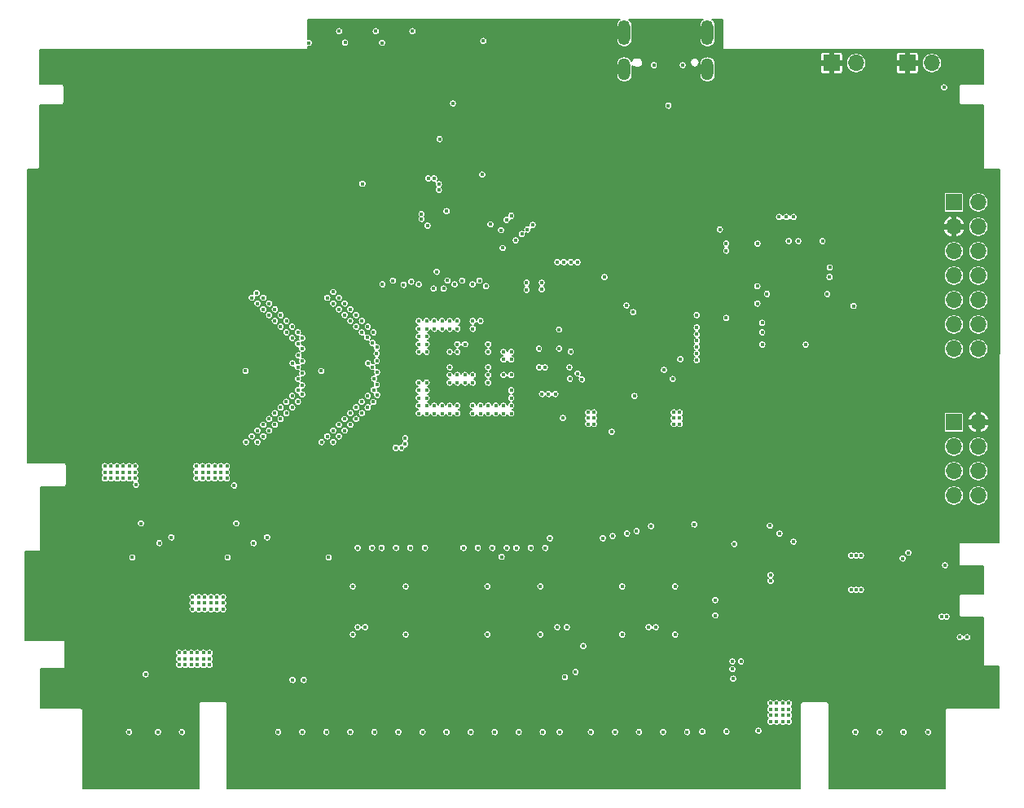
<source format=gbr>
%TF.GenerationSoftware,KiCad,Pcbnew,(5.1.8-0-10_14)*%
%TF.CreationDate,2021-02-17T10:46:27+00:00*%
%TF.ProjectId,sd2snes_ecp5,73643273-6e65-4735-9f65-6370352e6b69,B*%
%TF.SameCoordinates,Original*%
%TF.FileFunction,Copper,L2,Inr*%
%TF.FilePolarity,Positive*%
%FSLAX46Y46*%
G04 Gerber Fmt 4.6, Leading zero omitted, Abs format (unit mm)*
G04 Created by KiCad (PCBNEW (5.1.8-0-10_14)) date 2021-02-17 10:46:27*
%MOMM*%
%LPD*%
G01*
G04 APERTURE LIST*
%TA.AperFunction,ComponentPad*%
%ADD10O,1.300000X2.300000*%
%TD*%
%TA.AperFunction,ComponentPad*%
%ADD11O,1.300000X2.600000*%
%TD*%
%TA.AperFunction,ComponentPad*%
%ADD12O,1.700000X1.700000*%
%TD*%
%TA.AperFunction,ComponentPad*%
%ADD13R,1.700000X1.700000*%
%TD*%
%TA.AperFunction,ViaPad*%
%ADD14C,0.450000*%
%TD*%
%TA.AperFunction,Conductor*%
%ADD15C,0.127000*%
%TD*%
%TA.AperFunction,Conductor*%
%ADD16C,0.100000*%
%TD*%
G04 APERTURE END LIST*
D10*
%TO.N,/MCU/SHIELD*%
%TO.C,J301*%
X161480000Y-77775000D03*
X170120000Y-77775000D03*
D11*
X161480000Y-73950000D03*
X170120000Y-73950000D03*
%TD*%
D12*
%TO.N,/FPGA/FPGA_TP1*%
%TO.C,J501*%
X198260000Y-122060000D03*
%TO.N,/FPGA/FPGA_TP0*%
X195720000Y-122060000D03*
%TO.N,/FPGA/FPGA_TMS*%
X198260000Y-119520000D03*
%TO.N,/FPGA/FPGA_TDO*%
X195720000Y-119520000D03*
%TO.N,/FPGA/FPGA_TDI*%
X198260000Y-116980000D03*
%TO.N,/FPGA/FPGA_TCK*%
X195720000Y-116980000D03*
%TO.N,GND*%
X198260000Y-114440000D03*
D13*
%TO.N,+3V3*%
X195720000Y-114440000D03*
%TD*%
D12*
%TO.N,TX0*%
%TO.C,P303*%
X198260000Y-106820000D03*
%TO.N,RX0*%
X195720000Y-106820000D03*
%TO.N,EXT_TDO*%
X198260000Y-104280000D03*
%TO.N,EXT_TDI*%
X195720000Y-104280000D03*
%TO.N,TMS*%
X198260000Y-101740000D03*
%TO.N,~TRST*%
X195720000Y-101740000D03*
%TO.N,TCK*%
X198260000Y-99200000D03*
%TO.N,RX3*%
X195720000Y-99200000D03*
%TO.N,TX3*%
X198260000Y-96660000D03*
%TO.N,~RESET*%
X195720000Y-96660000D03*
%TO.N,P2.10*%
X198260000Y-94120000D03*
%TO.N,GND*%
X195720000Y-94120000D03*
%TO.N,+5V*%
X198260000Y-91580000D03*
D13*
%TO.N,+3V3*%
X195720000Y-91580000D03*
%TD*%
D12*
%TO.N,Net-(P302-Pad2)*%
%TO.C,P302*%
X185560000Y-77100000D03*
D13*
%TO.N,GND*%
X183020000Y-77100000D03*
%TD*%
D12*
%TO.N,~RESET*%
%TO.C,P301*%
X193430000Y-77100000D03*
D13*
%TO.N,GND*%
X190890000Y-77100000D03*
%TD*%
D14*
%TO.N,+BATT*%
X182823345Y-98364345D03*
X134250006Y-89650000D03*
%TO.N,GND*%
X152120000Y-111525000D03*
X122115000Y-108311490D03*
X151320000Y-102325000D03*
X151320000Y-115125000D03*
X146520000Y-107125000D03*
X145720000Y-107125000D03*
X145720000Y-107925000D03*
X146520000Y-107925000D03*
X144520000Y-102125000D03*
X140920000Y-103125000D03*
X138520000Y-102325000D03*
X138520000Y-115125000D03*
X140920000Y-114325000D03*
X148920000Y-114325000D03*
X137250000Y-136500000D03*
X134750000Y-136500000D03*
X131750000Y-136500000D03*
X131750000Y-131500000D03*
X134750000Y-131500000D03*
X137250000Y-131500000D03*
X145750000Y-131500000D03*
X148750000Y-131500000D03*
X151250000Y-131500000D03*
X154250000Y-131500000D03*
X154250000Y-136500000D03*
X151250000Y-136500000D03*
X148750000Y-136500000D03*
X145750000Y-136500000D03*
X159750000Y-131500000D03*
X162750000Y-131500000D03*
X168250000Y-131500000D03*
X168250000Y-136500000D03*
X165250000Y-136500000D03*
X162750000Y-136500000D03*
X159750000Y-136500000D03*
X140250000Y-136500000D03*
X140250000Y-131500000D03*
X155600000Y-133400000D03*
X154400000Y-133400000D03*
X165250000Y-131500000D03*
X163500000Y-132750000D03*
X164750000Y-132750000D03*
X134000000Y-133150000D03*
X135050000Y-133150000D03*
X176670000Y-136030000D03*
X176670000Y-136665000D03*
X176650000Y-129300000D03*
X122745000Y-131100000D03*
X121745000Y-128700000D03*
X122045000Y-131100000D03*
X122145000Y-128200000D03*
X123445000Y-131100000D03*
X123445000Y-129300000D03*
X113545000Y-129300000D03*
X113545000Y-129900000D03*
X111945000Y-128700000D03*
X112245000Y-128200000D03*
X115145000Y-130000000D03*
X112845000Y-131200000D03*
X113545000Y-131200000D03*
X113545000Y-130500000D03*
X123445000Y-129900000D03*
X123445000Y-130500000D03*
X125145000Y-130100000D03*
X112145000Y-131200000D03*
X120790000Y-143650000D03*
X121425000Y-143650000D03*
X122060000Y-143650000D03*
X122695000Y-143650000D03*
X120790000Y-144285000D03*
X121425000Y-144285000D03*
X122060000Y-144285000D03*
X122695000Y-144285000D03*
X120790000Y-144920000D03*
X121425000Y-144920000D03*
X122060000Y-144920000D03*
X122695000Y-144920000D03*
X120790000Y-145555000D03*
X121425000Y-145555000D03*
X122060000Y-145555000D03*
X122695000Y-145555000D03*
X122000000Y-132600000D03*
X112500000Y-131750000D03*
X113250000Y-131750000D03*
X114000000Y-131750000D03*
X184800000Y-141600000D03*
X185400000Y-141600000D03*
X185400000Y-142200000D03*
X186000000Y-142200000D03*
X186000000Y-141600000D03*
X186600000Y-142200000D03*
X187200000Y-142200000D03*
X186600000Y-141600000D03*
X186000000Y-142800000D03*
X186600000Y-142800000D03*
X187200000Y-142800000D03*
X180564000Y-95605000D03*
X176314000Y-95854990D03*
X172064010Y-97605000D03*
X172064000Y-104605000D03*
X174814000Y-106355000D03*
X181314000Y-106354986D03*
X182564000Y-102105000D03*
X190364000Y-93792000D03*
X189300000Y-91900000D03*
X146520000Y-109525000D03*
X146520000Y-110325000D03*
X144920000Y-107925000D03*
X144120000Y-107925000D03*
X143320000Y-107925000D03*
X140582000Y-74805000D03*
X141582000Y-74805000D03*
X141532000Y-81355000D03*
X141532000Y-82355000D03*
X151782000Y-80855000D03*
X151782000Y-81605000D03*
X151982000Y-74830000D03*
X152685373Y-74830000D03*
X104749000Y-88080000D03*
X104749000Y-89680000D03*
X104749000Y-91280000D03*
X190064000Y-99434490D03*
X189564000Y-99434490D03*
X182800000Y-100350000D03*
X141950000Y-94000000D03*
X129967500Y-108311490D03*
X163720000Y-126225000D03*
X163720000Y-125625000D03*
X166720000Y-127925000D03*
X166720000Y-128525000D03*
X151500000Y-105800000D03*
X152900000Y-98300000D03*
X152900000Y-98900000D03*
X136900000Y-117100000D03*
X136300000Y-117100000D03*
X135900000Y-116700000D03*
X135900000Y-116100000D03*
X166620000Y-112725000D03*
X167220000Y-112725000D03*
X166620000Y-112125000D03*
X167220000Y-112125000D03*
X167220000Y-111525000D03*
X166620000Y-111525000D03*
X158320000Y-112725000D03*
X157720000Y-112725000D03*
X157720000Y-112125000D03*
X157720000Y-111525000D03*
X158320000Y-111525000D03*
X158320000Y-112125000D03*
X171590000Y-145555000D03*
X171590000Y-143650000D03*
X169050000Y-145555000D03*
X169050000Y-143650000D03*
X113805000Y-121425000D03*
X123584000Y-121425000D03*
X122635000Y-132600000D03*
X123270000Y-132600000D03*
X123905000Y-132600000D03*
X124540000Y-132600000D03*
X125175000Y-132600000D03*
X122000000Y-133235000D03*
X122635000Y-133235000D03*
X123270000Y-133235000D03*
X123905000Y-133235000D03*
X124540000Y-133235000D03*
X125175000Y-133235000D03*
X122000000Y-133870000D03*
X122635000Y-133870000D03*
X123270000Y-133870000D03*
X123905000Y-133870000D03*
X124540000Y-133870000D03*
X125175000Y-133870000D03*
X187200000Y-141600000D03*
X187800000Y-142200000D03*
X187800000Y-142800000D03*
X188400000Y-142800000D03*
X146520000Y-104725000D03*
X148920000Y-111125000D03*
X148120000Y-111125000D03*
X148100000Y-121600000D03*
X152500000Y-126000000D03*
X193180000Y-81420000D03*
X193180000Y-89040000D03*
X190640000Y-91580000D03*
X190640000Y-81420000D03*
X188100000Y-81420000D03*
X185560000Y-91580000D03*
X165240000Y-91580000D03*
X167780000Y-91580000D03*
X170320000Y-91580000D03*
X154500000Y-91580000D03*
X152540000Y-91580000D03*
X153048000Y-86500000D03*
X128664000Y-76340000D03*
X132220000Y-78880000D03*
X134760000Y-81420000D03*
X137300000Y-81420000D03*
X104280000Y-104280000D03*
X104280000Y-106820000D03*
X104280000Y-109360000D03*
X104280000Y-111900000D03*
X104280000Y-114440000D03*
X104280000Y-116980000D03*
X104280000Y-119520000D03*
X104280000Y-122060000D03*
X104280000Y-124600000D03*
X104280000Y-127140000D03*
X104280000Y-129680000D03*
X104280000Y-132220000D03*
X104280000Y-134760000D03*
X104280000Y-137300000D03*
X104280000Y-139840000D03*
X104280000Y-142380000D03*
X106820000Y-142380000D03*
X106820000Y-139840000D03*
X106820000Y-137300000D03*
X109360000Y-137300000D03*
X109360000Y-142380000D03*
X106820000Y-144920000D03*
X116980000Y-104280000D03*
X114440000Y-104280000D03*
X114440000Y-106820000D03*
X114440000Y-109360000D03*
X114440000Y-111900000D03*
X114440000Y-114440000D03*
X114440000Y-116980000D03*
X116980000Y-116980000D03*
X116980000Y-114440000D03*
X116980000Y-111900000D03*
X116980000Y-109360000D03*
X116980000Y-106820000D03*
X129680000Y-119520000D03*
X127140000Y-119520000D03*
X127140000Y-122060000D03*
X127140000Y-124600000D03*
X129680000Y-127140000D03*
X132220000Y-124600000D03*
X134760000Y-122060000D03*
X137300000Y-119520000D03*
X134760000Y-119520000D03*
X132220000Y-119520000D03*
X175400000Y-111900000D03*
X175400000Y-114440000D03*
X175400000Y-116980000D03*
X170320000Y-114440000D03*
X170320000Y-111900000D03*
X172860000Y-111900000D03*
X185560000Y-114440000D03*
X188100000Y-116980000D03*
X195720000Y-124600000D03*
X193180000Y-127140000D03*
X190640000Y-124600000D03*
X188100000Y-122060000D03*
X185560000Y-119520000D03*
X181750000Y-116980000D03*
X185560000Y-127140000D03*
X180480000Y-124600000D03*
X142380000Y-139840000D03*
X180480000Y-104280000D03*
X175400000Y-99200000D03*
X180480000Y-99200000D03*
X180480000Y-101740000D03*
X177940000Y-101740000D03*
X177940000Y-99200000D03*
X177940000Y-104280000D03*
X150508000Y-83960000D03*
X154400000Y-108600000D03*
X155000000Y-108600000D03*
X166510000Y-145555000D03*
X166510000Y-144285000D03*
X163970000Y-143650000D03*
X163970000Y-145555000D03*
X161430000Y-145555000D03*
X161430000Y-143650000D03*
X158890000Y-143650000D03*
X158890000Y-145555000D03*
X153810000Y-143650000D03*
X153810000Y-145555000D03*
X151270000Y-145555000D03*
X151270000Y-143650000D03*
X148730000Y-145555000D03*
X146190000Y-145555000D03*
X143650000Y-144285000D03*
X142380000Y-145555000D03*
X139840000Y-145555000D03*
X141745000Y-143650000D03*
X126505000Y-143650000D03*
X111900000Y-145555000D03*
X111900000Y-143650000D03*
X113805000Y-143650000D03*
X131000000Y-144400000D03*
X129600000Y-146000000D03*
X128800000Y-144000000D03*
X127000000Y-146000000D03*
X132400000Y-145600000D03*
X134600000Y-145800000D03*
X114200000Y-145600000D03*
X109200000Y-146000000D03*
X144400000Y-146200000D03*
X156800000Y-146200000D03*
X144520000Y-115325000D03*
X166050000Y-82150000D03*
X151520000Y-111529021D03*
X180480000Y-78880000D03*
X180480000Y-76340000D03*
X177940000Y-76340000D03*
X175400000Y-76340000D03*
X176670000Y-78880000D03*
X178575000Y-80785000D03*
X181115000Y-83325000D03*
X183655000Y-85865000D03*
X183020000Y-78880000D03*
X188100000Y-78880000D03*
X185560000Y-89040000D03*
X195720000Y-81420000D03*
X195720000Y-83960000D03*
X195720000Y-86500000D03*
X190640000Y-89040000D03*
X139078000Y-81420000D03*
X139078000Y-83960000D03*
X139078000Y-86500000D03*
X173800000Y-102100000D03*
X173794000Y-100100000D03*
X172800000Y-101100000D03*
X186100000Y-95800000D03*
X104280000Y-101740000D03*
X104280000Y-99200000D03*
X104280000Y-96025000D03*
X104280000Y-93485000D03*
X106185000Y-92850000D03*
X108725000Y-92850000D03*
X111265000Y-92850000D03*
X113805000Y-92850000D03*
X116345000Y-92850000D03*
X118885000Y-92850000D03*
X121425000Y-92850000D03*
X123965000Y-92850000D03*
X126505000Y-92850000D03*
X129045000Y-92850000D03*
X131585000Y-92850000D03*
X134125000Y-92850000D03*
X136665000Y-92850000D03*
X116980000Y-101740000D03*
X114440000Y-101740000D03*
X148120000Y-111925000D03*
X146520000Y-111925000D03*
X151700000Y-115500000D03*
X144520000Y-115925000D03*
X137920000Y-115125000D03*
X151900000Y-105400000D03*
X151720000Y-101925000D03*
X144520000Y-101525000D03*
X137920000Y-102325000D03*
X126990000Y-109097989D03*
X134840983Y-109102195D03*
X149022999Y-74845999D03*
X168120000Y-132925000D03*
X168120000Y-134525000D03*
X172860000Y-143650000D03*
X174130000Y-145555000D03*
X188989000Y-131331000D03*
X187465000Y-135395000D03*
X188100000Y-135395000D03*
X189751000Y-131331000D03*
X187465000Y-136030000D03*
X188100000Y-136030000D03*
X190513000Y-139967000D03*
X191275000Y-139967000D03*
X193688000Y-134633000D03*
X193180000Y-134633000D03*
X188100000Y-134760000D03*
X187465000Y-134760000D03*
X197800000Y-135141000D03*
X197200000Y-135141000D03*
X188100000Y-131839000D03*
X187592000Y-131839000D03*
X187084000Y-131839000D03*
X114440000Y-121425000D03*
X115075000Y-121425000D03*
X113805000Y-122060000D03*
X114440000Y-122060000D03*
X115075000Y-122060000D03*
X113805000Y-122695000D03*
X114440000Y-122695000D03*
X115075000Y-122695000D03*
X113805000Y-123330000D03*
X114440000Y-123330000D03*
X115075000Y-123330000D03*
X113805000Y-123965000D03*
X114440000Y-123965000D03*
X115075000Y-123965000D03*
X113805000Y-124600000D03*
X114440000Y-124600000D03*
X115075000Y-124600000D03*
X124219000Y-121425000D03*
X124854000Y-121425000D03*
X123584000Y-122060000D03*
X124219000Y-122060000D03*
X124854000Y-122060000D03*
X123584000Y-122695000D03*
X124219000Y-122695000D03*
X124854000Y-122695000D03*
X123584000Y-123330000D03*
X124219000Y-123330000D03*
X124854000Y-123330000D03*
X123584000Y-123965000D03*
X124219000Y-123965000D03*
X124854000Y-123965000D03*
X123584000Y-124600000D03*
X124219000Y-124600000D03*
X124854000Y-124600000D03*
X169700000Y-140500000D03*
X127635000Y-138938000D03*
X130048000Y-140716000D03*
X142875000Y-127762000D03*
X134620000Y-99949000D03*
X133350000Y-99949000D03*
X132080000Y-99949000D03*
X130810000Y-99949000D03*
X129540000Y-99949000D03*
X128270000Y-99949000D03*
X127000000Y-99949000D03*
X125730000Y-99949000D03*
X124460000Y-99949000D03*
X123190000Y-99949000D03*
X121920000Y-99949000D03*
X120650000Y-99949000D03*
X119380000Y-99949000D03*
X118110000Y-99949000D03*
X116840000Y-99949000D03*
X115570000Y-99949000D03*
X114300000Y-99949000D03*
X112395000Y-100965000D03*
X112395000Y-102235000D03*
X112395000Y-103505000D03*
X112395000Y-104775000D03*
X112395000Y-106045000D03*
X112395000Y-107315000D03*
X112395000Y-108585000D03*
X112395000Y-109855000D03*
X112395000Y-111125000D03*
X112395000Y-112395000D03*
X112395000Y-113665000D03*
X112395000Y-114935000D03*
X112395000Y-116205000D03*
X112395000Y-117475000D03*
X190500000Y-110490000D03*
X194945000Y-110490000D03*
X193040000Y-112395000D03*
X182245000Y-131445000D03*
X182245000Y-133350000D03*
X182245000Y-135255000D03*
X180975000Y-136525000D03*
X180975000Y-138430000D03*
X180975000Y-140335000D03*
X127000000Y-127000000D03*
X127635000Y-129540000D03*
X180975000Y-128905000D03*
X182245000Y-128905000D03*
X183515000Y-128905000D03*
X187325000Y-128905000D03*
X188595000Y-128905000D03*
X133350000Y-80010000D03*
X130810000Y-77470000D03*
X198755000Y-140970000D03*
X198755000Y-143510000D03*
X196850000Y-143510000D03*
X194945000Y-143510000D03*
X185420000Y-136525000D03*
X185420000Y-134620000D03*
X193040000Y-133350000D03*
X194310000Y-133350000D03*
X193675000Y-138430000D03*
X193675000Y-139700000D03*
X191135000Y-142240000D03*
X125095000Y-119380000D03*
X123825000Y-119380000D03*
X122555000Y-119380000D03*
X162700000Y-91580000D03*
X162700000Y-89040000D03*
X164690000Y-86690000D03*
X167230000Y-86690000D03*
X154500000Y-89040000D03*
X137300000Y-87770000D03*
X134760000Y-87770000D03*
X133490000Y-85230000D03*
X148920000Y-103125000D03*
X151270000Y-99075000D03*
X151270000Y-98375002D03*
X167780000Y-94120000D03*
X165240000Y-94120000D03*
X162700000Y-94120000D03*
X165240000Y-96660000D03*
X167780000Y-96660000D03*
X162700000Y-96660000D03*
X175400000Y-89040000D03*
X175400000Y-91580000D03*
X172860000Y-89040000D03*
X181750000Y-110630000D03*
X181750000Y-113170000D03*
X154700000Y-105800000D03*
X144668000Y-81300000D03*
X163970000Y-105550000D03*
X161430000Y-105550000D03*
X158890000Y-105550000D03*
X158890000Y-104280000D03*
X161430000Y-104280000D03*
X163970000Y-109360000D03*
X161430000Y-109360000D03*
X158890000Y-109360000D03*
X156600000Y-111400000D03*
X155000000Y-112400000D03*
X148730000Y-95390000D03*
X172860000Y-120790000D03*
X172860000Y-123330000D03*
X165240000Y-117615000D03*
X165240000Y-115710000D03*
X160160000Y-116345000D03*
X160160000Y-117615000D03*
X191910000Y-120155000D03*
X193815000Y-122060000D03*
X192545000Y-106820000D03*
X186195000Y-106820000D03*
X113424000Y-99962000D03*
X112408000Y-99962000D03*
X154100000Y-73250000D03*
X160000000Y-73225000D03*
X162400000Y-79000000D03*
X162950000Y-79000000D03*
X168700000Y-79025000D03*
X169200000Y-79025000D03*
X166050000Y-76750000D03*
X173300000Y-76800000D03*
X173300000Y-77800000D03*
X141196490Y-98800000D03*
%TO.N,+5V*%
X113145000Y-127000000D03*
X176670000Y-130315000D03*
X176670000Y-130950000D03*
X166750000Y-136500000D03*
X152750000Y-136500000D03*
X147250000Y-136500000D03*
X161250000Y-136500000D03*
X138750000Y-136500000D03*
X133250000Y-136500000D03*
X122945000Y-127000000D03*
X116600000Y-132600000D03*
X120245000Y-128500000D03*
X110345000Y-128500000D03*
X117235000Y-132600000D03*
X117870000Y-132600000D03*
X118505000Y-132600000D03*
X119140000Y-132600000D03*
X119775000Y-132600000D03*
X116600000Y-133235000D03*
X117235000Y-133235000D03*
X117870000Y-133235000D03*
X118505000Y-133235000D03*
X119140000Y-133235000D03*
X119775000Y-133235000D03*
X116600000Y-133870000D03*
X117235000Y-133870000D03*
X117870000Y-133870000D03*
X118505000Y-133870000D03*
X119140000Y-133870000D03*
X119775000Y-133870000D03*
%TO.N,/SNES Slot/SNES_EXT_REFRESH*%
X110000000Y-146648258D03*
X128143000Y-141224000D03*
%TO.N,/Memory/SRAM_VDD*%
X140400000Y-93300000D03*
X140400000Y-92800000D03*
X141973510Y-98800000D03*
X141022500Y-94000000D03*
%TO.N,CIC_DATA0*%
X177600000Y-126000000D03*
X172700000Y-140100000D03*
%TO.N,CIC_DATA1*%
X176600000Y-125200000D03*
X172700000Y-139300000D03*
%TO.N,+3.3VDAC*%
X185052000Y-131839000D03*
X185560000Y-131839000D03*
X186068000Y-131839000D03*
X196355000Y-136792000D03*
X197117000Y-136792000D03*
X194958000Y-134633000D03*
X194450000Y-134633000D03*
%TO.N,+5VL*%
X176670000Y-143650000D03*
X177305000Y-143650000D03*
X177940000Y-143650000D03*
X178575000Y-143650000D03*
X176670000Y-144285000D03*
X177305000Y-144285000D03*
X177940000Y-144285000D03*
X178575000Y-144285000D03*
X176670000Y-144920000D03*
X177305000Y-144920000D03*
X177940000Y-144920000D03*
X178575000Y-144920000D03*
X176670000Y-145555000D03*
X177305000Y-145555000D03*
X177940000Y-145555000D03*
X178575000Y-145555000D03*
X115200000Y-138400000D03*
X111720000Y-140625000D03*
X115835000Y-138400000D03*
X116470000Y-138400000D03*
X117105000Y-138400000D03*
X117740000Y-138400000D03*
X118375000Y-138400000D03*
X115200000Y-139035000D03*
X115835000Y-139035000D03*
X116470000Y-139035000D03*
X117105000Y-139035000D03*
X117740000Y-139035000D03*
X118375000Y-139035000D03*
X115200000Y-139670000D03*
X115835000Y-139670000D03*
X116470000Y-139670000D03*
X117105000Y-139670000D03*
X117740000Y-139670000D03*
X118375000Y-139670000D03*
%TO.N,/SNES Slot/SNES_EXT_D6*%
X163000000Y-146648258D03*
%TO.N,/SNES Slot/SNES_EXT_D7*%
X165500000Y-146648258D03*
%TO.N,/SNES Slot/SNES_EXT_D4*%
X158000000Y-146648258D03*
%TO.N,/SNES Slot/SNES_EXT_D5*%
X160500000Y-146648258D03*
%TO.N,/SNES Slot/SNES_EXT_SYS_CLK*%
X127000000Y-141224000D03*
%TO.N,EXT_CIC_DATA1*%
X169584450Y-146600000D03*
%TO.N,CIC_RESET*%
X172083810Y-146600000D03*
X172800000Y-141100000D03*
%TO.N,/SNES Slot/SNES_EXT_PA7*%
X113000000Y-146648228D03*
%TO.N,/SNES Slot/SNES_EXT_A12*%
X125500000Y-146648258D03*
%TO.N,/SNES Slot/SNES_EXT_A13*%
X128000000Y-146648258D03*
%TO.N,/SNES Slot/SNES_EXT_A14*%
X130500000Y-146648258D03*
%TO.N,/SNES Slot/SNES_EXT_A15*%
X133000000Y-146648258D03*
%TO.N,/SNES Slot/SNES_EXT_A16*%
X135500000Y-146648258D03*
%TO.N,/SNES Slot/SNES_EXT_A17*%
X138000000Y-146648258D03*
%TO.N,/SNES Slot/SNES_EXT_A18*%
X140500000Y-146648258D03*
%TO.N,/SNES Slot/SNES_EXT_A19*%
X143000000Y-146648258D03*
%TO.N,/SNES Slot/SNES_EXT_A20*%
X145500000Y-146648192D03*
%TO.N,/SNES Slot/SNES_EXT_A21*%
X148000000Y-146648258D03*
%TO.N,/SNES Slot/SNES_EXT_A22*%
X150500000Y-146648258D03*
%TO.N,/SNES Slot/SNES_EXT_A23*%
X153000000Y-146648258D03*
%TO.N,/SNES Slot/SNES_EXT_CPU_CLK*%
X155303206Y-140947356D03*
%TO.N,/SNES Slot/SNES_EXT_PA1*%
X185500000Y-146648258D03*
%TO.N,/SNES Slot/SNES_EXT_PA3*%
X188000000Y-146648258D03*
%TO.N,/SNES Slot/SNES_EXT_PA5*%
X190500000Y-146648258D03*
%TO.N,AUDIO_R*%
X193053000Y-146648258D03*
%TO.N,SD_CLK*%
X169003714Y-106600004D03*
X150820000Y-94875000D03*
%TO.N,SD_CMD*%
X169000000Y-108000000D03*
X150170000Y-95525000D03*
%TO.N,P2.10*%
X172064000Y-95855000D03*
%TO.N,DAC_MCLK*%
X190400000Y-128600000D03*
X152920000Y-111500000D03*
%TO.N,DAC_LRCK*%
X191000000Y-128000000D03*
X153600000Y-111500000D03*
%TO.N,+3V3*%
X142200000Y-90300000D03*
X142200000Y-89700000D03*
X141700000Y-89100000D03*
X141100000Y-89100000D03*
X162520000Y-111725000D03*
X137700000Y-117100000D03*
X138300000Y-117100000D03*
X138700000Y-116700000D03*
X138700000Y-116100000D03*
X151320000Y-99925000D03*
X151320000Y-100675000D03*
X152900000Y-100625000D03*
X152900000Y-99925000D03*
X166620000Y-114025000D03*
X166620000Y-114625000D03*
X167220000Y-114625000D03*
X126990000Y-108311490D03*
X122115000Y-109115522D03*
X185300000Y-102350000D03*
X135649000Y-73800000D03*
X139459000Y-73800000D03*
X131839000Y-73800000D03*
X194700000Y-79640000D03*
X182064000Y-95605000D03*
X121145000Y-124950000D03*
X124345000Y-126400000D03*
X147320000Y-106325000D03*
X166750000Y-131500000D03*
X161250000Y-131500000D03*
X152750000Y-131500000D03*
X147250000Y-131500000D03*
X138750000Y-131500000D03*
X133250000Y-131500000D03*
X185052000Y-128283000D03*
X185560000Y-128283000D03*
X186068000Y-128283000D03*
X117000000Y-119000000D03*
X175314000Y-95855000D03*
X172064000Y-96605000D03*
X172064000Y-103605000D03*
X180314010Y-106355000D03*
X182564000Y-101105000D03*
X175814000Y-106355000D03*
X175294000Y-100310000D03*
X144920000Y-109525000D03*
X144920000Y-110325000D03*
X145720000Y-109525000D03*
X145720000Y-110325000D03*
X143320000Y-107125000D03*
X144120000Y-107125000D03*
X147320000Y-110325000D03*
X143320000Y-109525000D03*
X143320000Y-110325000D03*
X144920000Y-106325000D03*
X129967500Y-109115522D03*
X126952500Y-105700002D03*
X166620000Y-113425000D03*
X167220000Y-113425000D03*
X167220000Y-114025000D03*
X120920000Y-121025000D03*
X117635000Y-119000000D03*
X118270000Y-119000000D03*
X118905000Y-119000000D03*
X119540000Y-119000000D03*
X120175000Y-119000000D03*
X117000000Y-119635000D03*
X117635000Y-119635000D03*
X118270000Y-119635000D03*
X118905000Y-119635000D03*
X119540000Y-119635000D03*
X120175000Y-119635000D03*
X117000000Y-120270000D03*
X117635000Y-120270000D03*
X118270000Y-120270000D03*
X118905000Y-120270000D03*
X119540000Y-120270000D03*
X120175000Y-120270000D03*
X146700000Y-88700000D03*
X176300000Y-101100000D03*
X175300000Y-102100000D03*
X134833276Y-108325183D03*
X134759754Y-105642994D03*
X146822992Y-74814008D03*
X154700000Y-106800000D03*
X154700000Y-104800000D03*
X143668000Y-81300000D03*
X175800000Y-104100000D03*
X175800000Y-105100000D03*
X166050000Y-81525000D03*
%TO.N,+2V5*%
X152620000Y-108725000D03*
X147320000Y-109525000D03*
X144120000Y-106325000D03*
X153220000Y-108725000D03*
X157720000Y-113425000D03*
X157720000Y-114025000D03*
X157720000Y-114625000D03*
X158320000Y-114625000D03*
X158320000Y-114025000D03*
X158320000Y-113425000D03*
%TO.N,+1V1*%
X147320000Y-107125000D03*
X111245000Y-124950000D03*
X114395008Y-126400000D03*
X143320000Y-108725000D03*
X147320000Y-108725000D03*
X144120000Y-109525000D03*
X144120000Y-110325000D03*
X110720000Y-120925000D03*
X107474000Y-119012000D03*
X108109000Y-119012000D03*
X108744000Y-119012000D03*
X109379000Y-119012000D03*
X110014000Y-119012000D03*
X110649000Y-119012000D03*
X107474000Y-119647000D03*
X108109000Y-119647000D03*
X108744000Y-119647000D03*
X109379000Y-119647000D03*
X110014000Y-119647000D03*
X110649000Y-119647000D03*
X107474000Y-120282000D03*
X108109000Y-120282000D03*
X108744000Y-120282000D03*
X109379000Y-120282000D03*
X110014000Y-120282000D03*
X110649000Y-120282000D03*
%TO.N,/FPGA/FPGA_TMS*%
X162399996Y-103000000D03*
%TO.N,/FPGA/FPGA_TDO*%
X165600000Y-109000000D03*
%TO.N,/FPGA/FPGA_TDI*%
X161700000Y-102300000D03*
%TO.N,/FPGA/FPGA_TCK*%
X167300008Y-107900000D03*
%TO.N,/Power Supply / Misc./CIC_CLK*%
X173600000Y-139300000D03*
%TO.N,/SNES Slot/~SNES_EXT_IRQ*%
X156400000Y-140400000D03*
%TO.N,~RESET*%
X182800000Y-99355000D03*
%TO.N,/SNES Slot/~SNES_EXT_WR*%
X168000000Y-146648258D03*
%TO.N,/SNES Slot/~SNES_EXT_ROMSEL*%
X154750000Y-146648258D03*
%TO.N,/SNES Slot/~SNES_EXT_PAWR*%
X115500000Y-146648258D03*
%TO.N,~SNES_RESET*%
X175416720Y-146505000D03*
X179064000Y-126855000D03*
%TO.N,~LED_READY*%
X177564000Y-93105000D03*
%TO.N,~LED_READ*%
X178314000Y-93105000D03*
%TO.N,~LED_WRITE*%
X179064000Y-93105000D03*
%TO.N,FPGA_CCLK*%
X148920000Y-107925000D03*
X155900000Y-107100000D03*
%TO.N,~RAM_WE*%
X141720000Y-104725000D03*
X138535934Y-100151495D03*
%TO.N,~RAM_OE*%
X143320000Y-103925000D03*
X143092822Y-99718402D03*
%TO.N,~ROM_WE*%
X128000000Y-111550000D03*
X135800022Y-111600000D03*
%TO.N,~ROM0_CE*%
X140920000Y-107125000D03*
X128000000Y-105700000D03*
%TO.N,~ROM_OE*%
X124552500Y-103300000D03*
X132405000Y-103300000D03*
%TO.N,FPGA_DI*%
X148920000Y-109525000D03*
X166500000Y-109950000D03*
%TO.N,FPGA_DONE*%
X149720000Y-107925000D03*
X155770000Y-108725000D03*
%TO.N,/FPGA/CFG_0*%
X148920000Y-107125000D03*
%TO.N,/FPGA/CFG_2*%
X152600000Y-106800000D03*
%TO.N,/FPGA/CFG_1*%
X149720000Y-107125000D03*
%TO.N,/FPGA/FPGA_TP0*%
X160160036Y-115425000D03*
%TO.N,/FPGA/FPGA_TP1*%
X155100000Y-114000000D03*
%TO.N,/FPGA/FPGA_LED1*%
X156620000Y-109375000D03*
X155200000Y-97800006D03*
%TO.N,/FPGA/FPGA_LED0*%
X155820000Y-109925000D03*
X154500674Y-97799994D03*
%TO.N,SD_DAT[1]*%
X169000000Y-105300000D03*
X151970000Y-93925002D03*
%TO.N,SD_DAT[0]*%
X169018529Y-105981471D03*
X151397011Y-94402011D03*
%TO.N,SD_DAT[3]*%
X169000000Y-103300000D03*
X149720000Y-92975000D03*
%TO.N,SD_DAT[2]*%
X169000000Y-104600000D03*
X149220002Y-93425000D03*
%TO.N,SNES_IRQ*%
X149720000Y-112725000D03*
%TO.N,SNES_DATA[1]*%
X148120000Y-113525000D03*
X160250000Y-126250000D03*
%TO.N,SNES_DATA[0]*%
X147320000Y-112725000D03*
X159250000Y-126500000D03*
%TO.N,SNES_DATA[3]*%
X148920000Y-113525000D03*
X162750000Y-125750000D03*
%TO.N,SNES_DATA[2]*%
X148120000Y-112725000D03*
X161750006Y-126000000D03*
%TO.N,~SNES_READ_IN*%
X149720000Y-113525000D03*
X164250000Y-125250000D03*
%TO.N,SNES_PA_IN[4]*%
X148920000Y-112725000D03*
X168750003Y-125055003D03*
%TO.N,SNES_DATABUS_DIR*%
X147320000Y-113525000D03*
X157200000Y-137700000D03*
%TO.N,SNES_ADDR_IN[6]*%
X143320000Y-112725000D03*
X144750012Y-127500000D03*
%TO.N,SNES_ADDR_IN[5]*%
X143320000Y-113525000D03*
X146250000Y-127500000D03*
%TO.N,SNES_ADDR_IN[4]*%
X144120000Y-112725000D03*
X147750000Y-127500000D03*
%TO.N,SNES_ADDR_IN[3]*%
X144120000Y-113525000D03*
X149250000Y-127500000D03*
%TO.N,SNES_ADDR_IN[2]*%
X145720000Y-113525000D03*
X150250000Y-127500000D03*
%TO.N,SNES_ADDR_IN[1]*%
X145720000Y-112725000D03*
X151749988Y-127500000D03*
%TO.N,SNES_ADDR_IN[0]*%
X146520000Y-113525000D03*
X153250000Y-127500000D03*
%TO.N,SNES_ADDR_IN[23]*%
X146520000Y-112725000D03*
X153750000Y-126500014D03*
%TO.N,SNES_SYSCLK*%
X148720000Y-128425000D03*
X130750008Y-128500000D03*
%TO.N,~SNES_PARD_IN*%
X140120000Y-113525000D03*
X133750000Y-127500004D03*
%TO.N,SNES_ADDR_IN[11]*%
X140920000Y-113525000D03*
X135250000Y-127500000D03*
%TO.N,SNES_ADDR_IN[10]*%
X141720000Y-112725000D03*
X136250000Y-127500000D03*
%TO.N,SNES_ADDR_IN[9]*%
X141720000Y-113525000D03*
X137750000Y-127500000D03*
%TO.N,SNES_ADDR_IN[8]*%
X142520000Y-112725000D03*
X139220000Y-127500000D03*
%TO.N,SNES_ADDR_IN[7]*%
X142520000Y-113525000D03*
X140750000Y-127500000D03*
%TO.N,RAM_DATA[3]*%
X145720000Y-104725000D03*
X146420000Y-99725000D03*
%TO.N,RAM_DATA[2]*%
X146520000Y-103925000D03*
X147099978Y-100300000D03*
%TO.N,RAM_ADDR[8]*%
X140120000Y-103925000D03*
X136335000Y-100112500D03*
%TO.N,RAM_ADDR[15]*%
X145720000Y-103925000D03*
X145702079Y-100117452D03*
%TO.N,RAM_ADDR[7]*%
X140920000Y-103925000D03*
X137419996Y-99725006D03*
%TO.N,RAM_ADDR[5]*%
X142520000Y-103925000D03*
X141650000Y-100550000D03*
%TO.N,RAM_ADDR[11]*%
X144120000Y-103925000D03*
X144620000Y-99725004D03*
%TO.N,RAM_ADDR[18]*%
X143320000Y-104725000D03*
X142700000Y-100550000D03*
%TO.N,RAM_ADDR[10]*%
X144120000Y-104725000D03*
X143835000Y-100112500D03*
%TO.N,RAM_ADDR[2]*%
X142520000Y-104725000D03*
X140112011Y-100112500D03*
%TO.N,RAM_ADDR[1]*%
X141720000Y-103925000D03*
X139320000Y-99825000D03*
%TO.N,ROM_ADDR[20]*%
X126952500Y-111700000D03*
X140120000Y-110325000D03*
X134805000Y-111700000D03*
%TO.N,ROM_DATA[7]*%
X135429711Y-111075289D03*
X127552500Y-111100000D03*
%TO.N,ROM_DATA[6]*%
X127550000Y-109950000D03*
X135476068Y-109913508D03*
%TO.N,ROM_DATA[2]*%
X127599996Y-107500004D03*
X135737765Y-107311673D03*
%TO.N,ROM_DATA[0]*%
X127552500Y-106300000D03*
X135314127Y-106213040D03*
%TO.N,ROM_ADDR[11]*%
X126339788Y-112311490D03*
X140920000Y-110325000D03*
X134192288Y-112311490D03*
%TO.N,ROM_DATA[5]*%
X127999992Y-110600000D03*
X135750384Y-110550664D03*
%TO.N,ROM_DATA[4]*%
X128000000Y-109350000D03*
X135800000Y-109250000D03*
%TO.N,ROM_DATA[3]*%
X128000000Y-108100000D03*
X135750000Y-108050000D03*
%TO.N,ROM_DATA[1]*%
X140120000Y-107125000D03*
X128000000Y-106799994D03*
X135750000Y-106650000D03*
%TO.N,ROM_ADDR[2]*%
X126352500Y-105100000D03*
X134191663Y-105086663D03*
%TO.N,ROM_ADDR[10]*%
X125752500Y-112900000D03*
X140120000Y-111125000D03*
X133605000Y-112900000D03*
%TO.N,ROM_ADDR[13]*%
X126952500Y-112900000D03*
X134805000Y-112900000D03*
%TO.N,ROM_ADDR[15]*%
X127551829Y-112300671D03*
X135385767Y-112333964D03*
%TO.N,ROM_ADDR[16]*%
X126352500Y-113500000D03*
X134205000Y-113500000D03*
%TO.N,ROM_ADDR[7]*%
X127550000Y-108699996D03*
X135300002Y-108700000D03*
%TO.N,ROM_ADDR[6]*%
X127552500Y-105100000D03*
X140120000Y-106325000D03*
X135402781Y-105102219D03*
%TO.N,ROM_ADDR[4]*%
X126952500Y-104500000D03*
X140920000Y-106325000D03*
X134805000Y-104500000D03*
%TO.N,ROM_ADDR[1]*%
X125752500Y-104500000D03*
X133605000Y-104500000D03*
%TO.N,ROM_ADDR[9]*%
X125152500Y-113500000D03*
X140920000Y-111125000D03*
X133005000Y-113500000D03*
%TO.N,ROM_ADDR[12]*%
X125752500Y-114100000D03*
X133605000Y-114100000D03*
%TO.N,ROM_ADDR[14]*%
X125152510Y-114700000D03*
X133005010Y-114700000D03*
%TO.N,ROM_ADDR[21]*%
X122152500Y-116500000D03*
X130005000Y-116500000D03*
%TO.N,ROM_ADDR[17]*%
X126352500Y-103900000D03*
X140120000Y-105525000D03*
X134205000Y-103900000D03*
%TO.N,ROM_ADDR[5]*%
X125152500Y-102700000D03*
X140120000Y-104725000D03*
X133005000Y-102700000D03*
%TO.N,ROM_ADDR[3]*%
X125752500Y-103300000D03*
X140920000Y-105525000D03*
X133605000Y-103300000D03*
%TO.N,ROM_ADDR[0]*%
X125152500Y-103900000D03*
X133005000Y-103900000D03*
%TO.N,ROM_ADDR[8]*%
X124552500Y-114100000D03*
X140120000Y-111925000D03*
X132405000Y-114100000D03*
%TO.N,ROM_ADDR[19]*%
X124552500Y-115300000D03*
X132405000Y-115300000D03*
%TO.N,ROM_DATA[13]*%
X123952514Y-115900000D03*
X131805014Y-115900000D03*
%TO.N,ROM_DATA[12]*%
X123352500Y-116500000D03*
X131205000Y-116500000D03*
%TO.N,ROM_DATA[11]*%
X131211250Y-100893750D03*
X123273035Y-101005025D03*
%TO.N,ROM_DATA[10]*%
X123952500Y-101500000D03*
X131805000Y-101500000D03*
%TO.N,~ROM_BHE*%
X124552500Y-102100000D03*
X140920000Y-104725000D03*
X132405000Y-102100000D03*
%TO.N,ROM_ADDR[18]*%
X123952500Y-114700000D03*
X131805000Y-114700000D03*
X140920000Y-111925000D03*
%TO.N,ROM_DATA[15]*%
X123352500Y-115300000D03*
X140120000Y-112725000D03*
X131205000Y-115300000D03*
%TO.N,ROM_DATA[14]*%
X122752484Y-115900000D03*
X140920000Y-112725000D03*
X130604984Y-115900000D03*
%TO.N,ROM_DATA[9]*%
X122752500Y-101500000D03*
X130605000Y-101500000D03*
%TO.N,ROM_DATA[8]*%
X123352500Y-102100000D03*
X131205000Y-102100000D03*
%TO.N,~ROM_BLE*%
X123952500Y-102700000D03*
X131805000Y-102700000D03*
%TO.N,DAC_SDOUT*%
X194800000Y-129300000D03*
X154300000Y-111500000D03*
%TO.N,FPGA_CLKIN*%
X171400000Y-94400000D03*
X147570000Y-93875000D03*
%TO.N,SPI_SCK*%
X148820000Y-96325000D03*
X159400000Y-99355000D03*
%TO.N,/Memory/~SDRAM_CS*%
X142999992Y-92500000D03*
%TO.N,Net-(C203-Pad1)*%
X134534858Y-135749700D03*
%TO.N,Net-(C204-Pad1)*%
X164750000Y-135750000D03*
%TO.N,Net-(C205-Pad1)*%
X155500000Y-135750000D03*
%TO.N,Net-(C206-Pad1)*%
X133750000Y-135750012D03*
%TO.N,Net-(C207-Pad1)*%
X164000000Y-135750000D03*
%TO.N,Net-(C208-Pad1)*%
X154500000Y-135750000D03*
%TO.N,Net-(D301-Pad1)*%
X136291845Y-74997863D03*
%TO.N,Net-(D302-Pad1)*%
X132449202Y-74985465D03*
%TO.N,Net-(D303-Pad1)*%
X128684000Y-75000000D03*
%TO.N,Net-(P302-Pad2)*%
X179564000Y-95605000D03*
%TO.N,Net-(U301-Pad28)*%
X178564000Y-95605000D03*
%TO.N,Net-(JP501-Pad2)*%
X149720000Y-111125000D03*
%TO.N,Net-(JP502-Pad2)*%
X149720000Y-111925000D03*
%TO.N,SD_DET*%
X169000006Y-107299994D03*
X148670000Y-94475000D03*
X142268006Y-84999994D03*
%TO.N,Net-(JP401-Pad1)*%
X172900000Y-127100000D03*
%TO.N,/FPGA/FPGA_LED2*%
X157069998Y-109975000D03*
X155900000Y-97800000D03*
%TO.N,/FPGA/FPGA_LED3*%
X149720000Y-109525000D03*
X156600000Y-97800002D03*
%TO.N,~SNES_TEST_OE*%
X170920000Y-134525000D03*
%TO.N,SNES_TEST_DIR*%
X170920000Y-132925000D03*
%TO.N,/MCU/CC1*%
X167550000Y-77325000D03*
%TO.N,/MCU/CC2*%
X164550000Y-77325000D03*
%TD*%
D15*
%TO.N,GND*%
X161010785Y-72597769D02*
X160882803Y-72702802D01*
X160777770Y-72830784D01*
X160699724Y-72976799D01*
X160651663Y-73135233D01*
X160639501Y-73258717D01*
X160639500Y-74641282D01*
X160651662Y-74764766D01*
X160699723Y-74923200D01*
X160777769Y-75069215D01*
X160882802Y-75197198D01*
X161010784Y-75302231D01*
X161156799Y-75380277D01*
X161315233Y-75428338D01*
X161480000Y-75444566D01*
X161644766Y-75428338D01*
X161803200Y-75380277D01*
X161949215Y-75302231D01*
X162077198Y-75197198D01*
X162182231Y-75069216D01*
X162260277Y-74923201D01*
X162308338Y-74764767D01*
X162320500Y-74641283D01*
X162320500Y-73258717D01*
X162308338Y-73135233D01*
X162260277Y-72976799D01*
X162182231Y-72830784D01*
X162077198Y-72702802D01*
X161949216Y-72597769D01*
X161941229Y-72593500D01*
X169658772Y-72593500D01*
X169650785Y-72597769D01*
X169522803Y-72702802D01*
X169417770Y-72830784D01*
X169339724Y-72976799D01*
X169291663Y-73135233D01*
X169279501Y-73258717D01*
X169279500Y-74641282D01*
X169291662Y-74764766D01*
X169339723Y-74923200D01*
X169417769Y-75069215D01*
X169522802Y-75197198D01*
X169650784Y-75302231D01*
X169796799Y-75380277D01*
X169955233Y-75428338D01*
X170120000Y-75444566D01*
X170284766Y-75428338D01*
X170443200Y-75380277D01*
X170589215Y-75302231D01*
X170717198Y-75197198D01*
X170822231Y-75069216D01*
X170900277Y-74923201D01*
X170948338Y-74764767D01*
X170960500Y-74641283D01*
X170960500Y-73258717D01*
X170948338Y-73135233D01*
X170900277Y-72976799D01*
X170822231Y-72830784D01*
X170717198Y-72702802D01*
X170589216Y-72597769D01*
X170581229Y-72593500D01*
X171658581Y-72593500D01*
X171658580Y-75487411D01*
X171657413Y-75499260D01*
X171662072Y-75546563D01*
X171675870Y-75592048D01*
X171698276Y-75633967D01*
X171728430Y-75670710D01*
X171765173Y-75700864D01*
X171807092Y-75723270D01*
X171852577Y-75737068D01*
X171899880Y-75741727D01*
X171911728Y-75740560D01*
X198757841Y-75740560D01*
X198757840Y-79258460D01*
X196511629Y-79258460D01*
X196499780Y-79257293D01*
X196487932Y-79258460D01*
X196487931Y-79258460D01*
X196452477Y-79261952D01*
X196406992Y-79275750D01*
X196365073Y-79298156D01*
X196328330Y-79328310D01*
X196298176Y-79365053D01*
X196275770Y-79406972D01*
X196261972Y-79452457D01*
X196257313Y-79499760D01*
X196258481Y-79511619D01*
X196258480Y-81187171D01*
X196257313Y-81199020D01*
X196261972Y-81246323D01*
X196275770Y-81291808D01*
X196295215Y-81328187D01*
X196298176Y-81333727D01*
X196328330Y-81370470D01*
X196365073Y-81400624D01*
X196406992Y-81423030D01*
X196452477Y-81436828D01*
X196499780Y-81441487D01*
X196511628Y-81440320D01*
X198758655Y-81440320D01*
X198780661Y-87949242D01*
X198779534Y-87960867D01*
X198780741Y-87972938D01*
X198780742Y-87973165D01*
X198781914Y-87984666D01*
X198784264Y-88008163D01*
X198784331Y-88008383D01*
X198784354Y-88008607D01*
X198791247Y-88031059D01*
X198798131Y-88053627D01*
X198798238Y-88053826D01*
X198798305Y-88054045D01*
X198809574Y-88074957D01*
X198820601Y-88095512D01*
X198820744Y-88095686D01*
X198820853Y-88095888D01*
X198835985Y-88114200D01*
X198850810Y-88132209D01*
X198850985Y-88132352D01*
X198851131Y-88132529D01*
X198869545Y-88147537D01*
X198887599Y-88162307D01*
X198887798Y-88162413D01*
X198887976Y-88162558D01*
X198908891Y-88173646D01*
X198929552Y-88184650D01*
X198929769Y-88184716D01*
X198929970Y-88184822D01*
X198952476Y-88191566D01*
X198975058Y-88198379D01*
X198975285Y-88198401D01*
X198975502Y-88198466D01*
X198998943Y-88200695D01*
X199010517Y-88201817D01*
X199010742Y-88201817D01*
X199022819Y-88202965D01*
X199034442Y-88201781D01*
X200456787Y-88199626D01*
X200406613Y-126898700D01*
X196493849Y-126898700D01*
X196482000Y-126897533D01*
X196470152Y-126898700D01*
X196470151Y-126898700D01*
X196434697Y-126902192D01*
X196389212Y-126915990D01*
X196347293Y-126938396D01*
X196310550Y-126968550D01*
X196280396Y-127005293D01*
X196257990Y-127047212D01*
X196244192Y-127092697D01*
X196239533Y-127140000D01*
X196240701Y-127151859D01*
X196240700Y-129160151D01*
X196239533Y-129172000D01*
X196244192Y-129219303D01*
X196257990Y-129264788D01*
X196280396Y-129306707D01*
X196310550Y-129343450D01*
X196347293Y-129373604D01*
X196389212Y-129396010D01*
X196434697Y-129409808D01*
X196482000Y-129414467D01*
X196493848Y-129413300D01*
X198780701Y-129413300D01*
X198780700Y-132232700D01*
X196492780Y-132232700D01*
X196479874Y-132231543D01*
X196457393Y-132233957D01*
X196434697Y-132236192D01*
X196433670Y-132236504D01*
X196432613Y-132236617D01*
X196411023Y-132243374D01*
X196389212Y-132249990D01*
X196388267Y-132250495D01*
X196387251Y-132250813D01*
X196367383Y-132261658D01*
X196347293Y-132272396D01*
X196346465Y-132273076D01*
X196345530Y-132273586D01*
X196328157Y-132288100D01*
X196310550Y-132302550D01*
X196309870Y-132303378D01*
X196309053Y-132304061D01*
X196294854Y-132321676D01*
X196280396Y-132339293D01*
X196279890Y-132340239D01*
X196279223Y-132341067D01*
X196268733Y-132361114D01*
X196257990Y-132381212D01*
X196257679Y-132382237D01*
X196257185Y-132383181D01*
X196250804Y-132404901D01*
X196244192Y-132426697D01*
X196244087Y-132427764D01*
X196243787Y-132428785D01*
X196241767Y-132451319D01*
X196239533Y-132474000D01*
X196240805Y-132486911D01*
X196258377Y-134490120D01*
X196257313Y-134500920D01*
X196258585Y-134513832D01*
X196258594Y-134514885D01*
X196259737Y-134525533D01*
X196261972Y-134548223D01*
X196262284Y-134549250D01*
X196262397Y-134550307D01*
X196269154Y-134571897D01*
X196275770Y-134593708D01*
X196276275Y-134594653D01*
X196276593Y-134595669D01*
X196287438Y-134615537D01*
X196298176Y-134635627D01*
X196298856Y-134636455D01*
X196299366Y-134637390D01*
X196313880Y-134654763D01*
X196328330Y-134672370D01*
X196329158Y-134673050D01*
X196329841Y-134673867D01*
X196347456Y-134688066D01*
X196365073Y-134702524D01*
X196366019Y-134703030D01*
X196366847Y-134703697D01*
X196386894Y-134714187D01*
X196406992Y-134724930D01*
X196408017Y-134725241D01*
X196408961Y-134725735D01*
X196430681Y-134732116D01*
X196452477Y-134738728D01*
X196453544Y-134738833D01*
X196454565Y-134739133D01*
X196477099Y-134741153D01*
X196487931Y-134742220D01*
X196489000Y-134742220D01*
X196501906Y-134743377D01*
X196512683Y-134742220D01*
X198757841Y-134742220D01*
X198757840Y-139589391D01*
X198756673Y-139601240D01*
X198761332Y-139648543D01*
X198775130Y-139694028D01*
X198786607Y-139715500D01*
X198797536Y-139735947D01*
X198827690Y-139772690D01*
X198864433Y-139802844D01*
X198906352Y-139825250D01*
X198951837Y-139839048D01*
X198999140Y-139843707D01*
X199010988Y-139842540D01*
X200358041Y-139842540D01*
X200358040Y-144158000D01*
X195013029Y-144158000D01*
X195001180Y-144156833D01*
X194989332Y-144158000D01*
X194989331Y-144158000D01*
X194953877Y-144161492D01*
X194908392Y-144175290D01*
X194866473Y-144197696D01*
X194829730Y-144227850D01*
X194799576Y-144264593D01*
X194777170Y-144306512D01*
X194763372Y-144351997D01*
X194758713Y-144399300D01*
X194759880Y-144411148D01*
X194759880Y-144512748D01*
X194759881Y-144512758D01*
X194759880Y-152476500D01*
X182740600Y-152476500D01*
X182740600Y-146607335D01*
X185084500Y-146607335D01*
X185084500Y-146689181D01*
X185100468Y-146769455D01*
X185131789Y-146845071D01*
X185177260Y-146913124D01*
X185235134Y-146970998D01*
X185303187Y-147016469D01*
X185378803Y-147047790D01*
X185459077Y-147063758D01*
X185540923Y-147063758D01*
X185621197Y-147047790D01*
X185696813Y-147016469D01*
X185764866Y-146970998D01*
X185822740Y-146913124D01*
X185868211Y-146845071D01*
X185899532Y-146769455D01*
X185915500Y-146689181D01*
X185915500Y-146607335D01*
X187584500Y-146607335D01*
X187584500Y-146689181D01*
X187600468Y-146769455D01*
X187631789Y-146845071D01*
X187677260Y-146913124D01*
X187735134Y-146970998D01*
X187803187Y-147016469D01*
X187878803Y-147047790D01*
X187959077Y-147063758D01*
X188040923Y-147063758D01*
X188121197Y-147047790D01*
X188196813Y-147016469D01*
X188264866Y-146970998D01*
X188322740Y-146913124D01*
X188368211Y-146845071D01*
X188399532Y-146769455D01*
X188415500Y-146689181D01*
X188415500Y-146607335D01*
X190084500Y-146607335D01*
X190084500Y-146689181D01*
X190100468Y-146769455D01*
X190131789Y-146845071D01*
X190177260Y-146913124D01*
X190235134Y-146970998D01*
X190303187Y-147016469D01*
X190378803Y-147047790D01*
X190459077Y-147063758D01*
X190540923Y-147063758D01*
X190621197Y-147047790D01*
X190696813Y-147016469D01*
X190764866Y-146970998D01*
X190822740Y-146913124D01*
X190868211Y-146845071D01*
X190899532Y-146769455D01*
X190915500Y-146689181D01*
X190915500Y-146607335D01*
X192637500Y-146607335D01*
X192637500Y-146689181D01*
X192653468Y-146769455D01*
X192684789Y-146845071D01*
X192730260Y-146913124D01*
X192788134Y-146970998D01*
X192856187Y-147016469D01*
X192931803Y-147047790D01*
X193012077Y-147063758D01*
X193093923Y-147063758D01*
X193174197Y-147047790D01*
X193249813Y-147016469D01*
X193317866Y-146970998D01*
X193375740Y-146913124D01*
X193421211Y-146845071D01*
X193452532Y-146769455D01*
X193468500Y-146689181D01*
X193468500Y-146607335D01*
X193452532Y-146527061D01*
X193421211Y-146451445D01*
X193375740Y-146383392D01*
X193317866Y-146325518D01*
X193249813Y-146280047D01*
X193174197Y-146248726D01*
X193093923Y-146232758D01*
X193012077Y-146232758D01*
X192931803Y-146248726D01*
X192856187Y-146280047D01*
X192788134Y-146325518D01*
X192730260Y-146383392D01*
X192684789Y-146451445D01*
X192653468Y-146527061D01*
X192637500Y-146607335D01*
X190915500Y-146607335D01*
X190899532Y-146527061D01*
X190868211Y-146451445D01*
X190822740Y-146383392D01*
X190764866Y-146325518D01*
X190696813Y-146280047D01*
X190621197Y-146248726D01*
X190540923Y-146232758D01*
X190459077Y-146232758D01*
X190378803Y-146248726D01*
X190303187Y-146280047D01*
X190235134Y-146325518D01*
X190177260Y-146383392D01*
X190131789Y-146451445D01*
X190100468Y-146527061D01*
X190084500Y-146607335D01*
X188415500Y-146607335D01*
X188399532Y-146527061D01*
X188368211Y-146451445D01*
X188322740Y-146383392D01*
X188264866Y-146325518D01*
X188196813Y-146280047D01*
X188121197Y-146248726D01*
X188040923Y-146232758D01*
X187959077Y-146232758D01*
X187878803Y-146248726D01*
X187803187Y-146280047D01*
X187735134Y-146325518D01*
X187677260Y-146383392D01*
X187631789Y-146451445D01*
X187600468Y-146527061D01*
X187584500Y-146607335D01*
X185915500Y-146607335D01*
X185899532Y-146527061D01*
X185868211Y-146451445D01*
X185822740Y-146383392D01*
X185764866Y-146325518D01*
X185696813Y-146280047D01*
X185621197Y-146248726D01*
X185540923Y-146232758D01*
X185459077Y-146232758D01*
X185378803Y-146248726D01*
X185303187Y-146280047D01*
X185235134Y-146325518D01*
X185177260Y-146383392D01*
X185131789Y-146451445D01*
X185100468Y-146527061D01*
X185084500Y-146607335D01*
X182740600Y-146607335D01*
X182740600Y-143712649D01*
X182741767Y-143700800D01*
X182737108Y-143653497D01*
X182723310Y-143608012D01*
X182700904Y-143566093D01*
X182670750Y-143529350D01*
X182634007Y-143499196D01*
X182592088Y-143476790D01*
X182546603Y-143462992D01*
X182511149Y-143459500D01*
X182511148Y-143459500D01*
X182499300Y-143458333D01*
X182487451Y-143459500D01*
X180011789Y-143459500D01*
X179999940Y-143458333D01*
X179988092Y-143459500D01*
X179988091Y-143459500D01*
X179952637Y-143462992D01*
X179907152Y-143476790D01*
X179865233Y-143499196D01*
X179828490Y-143529350D01*
X179798336Y-143566093D01*
X179775930Y-143608012D01*
X179762132Y-143653497D01*
X179757473Y-143700800D01*
X179758641Y-143712659D01*
X179758640Y-152476500D01*
X120241360Y-152476500D01*
X120241360Y-146607335D01*
X125084500Y-146607335D01*
X125084500Y-146689181D01*
X125100468Y-146769455D01*
X125131789Y-146845071D01*
X125177260Y-146913124D01*
X125235134Y-146970998D01*
X125303187Y-147016469D01*
X125378803Y-147047790D01*
X125459077Y-147063758D01*
X125540923Y-147063758D01*
X125621197Y-147047790D01*
X125696813Y-147016469D01*
X125764866Y-146970998D01*
X125822740Y-146913124D01*
X125868211Y-146845071D01*
X125899532Y-146769455D01*
X125915500Y-146689181D01*
X125915500Y-146607335D01*
X127584500Y-146607335D01*
X127584500Y-146689181D01*
X127600468Y-146769455D01*
X127631789Y-146845071D01*
X127677260Y-146913124D01*
X127735134Y-146970998D01*
X127803187Y-147016469D01*
X127878803Y-147047790D01*
X127959077Y-147063758D01*
X128040923Y-147063758D01*
X128121197Y-147047790D01*
X128196813Y-147016469D01*
X128264866Y-146970998D01*
X128322740Y-146913124D01*
X128368211Y-146845071D01*
X128399532Y-146769455D01*
X128415500Y-146689181D01*
X128415500Y-146607335D01*
X130084500Y-146607335D01*
X130084500Y-146689181D01*
X130100468Y-146769455D01*
X130131789Y-146845071D01*
X130177260Y-146913124D01*
X130235134Y-146970998D01*
X130303187Y-147016469D01*
X130378803Y-147047790D01*
X130459077Y-147063758D01*
X130540923Y-147063758D01*
X130621197Y-147047790D01*
X130696813Y-147016469D01*
X130764866Y-146970998D01*
X130822740Y-146913124D01*
X130868211Y-146845071D01*
X130899532Y-146769455D01*
X130915500Y-146689181D01*
X130915500Y-146607335D01*
X132584500Y-146607335D01*
X132584500Y-146689181D01*
X132600468Y-146769455D01*
X132631789Y-146845071D01*
X132677260Y-146913124D01*
X132735134Y-146970998D01*
X132803187Y-147016469D01*
X132878803Y-147047790D01*
X132959077Y-147063758D01*
X133040923Y-147063758D01*
X133121197Y-147047790D01*
X133196813Y-147016469D01*
X133264866Y-146970998D01*
X133322740Y-146913124D01*
X133368211Y-146845071D01*
X133399532Y-146769455D01*
X133415500Y-146689181D01*
X133415500Y-146607335D01*
X135084500Y-146607335D01*
X135084500Y-146689181D01*
X135100468Y-146769455D01*
X135131789Y-146845071D01*
X135177260Y-146913124D01*
X135235134Y-146970998D01*
X135303187Y-147016469D01*
X135378803Y-147047790D01*
X135459077Y-147063758D01*
X135540923Y-147063758D01*
X135621197Y-147047790D01*
X135696813Y-147016469D01*
X135764866Y-146970998D01*
X135822740Y-146913124D01*
X135868211Y-146845071D01*
X135899532Y-146769455D01*
X135915500Y-146689181D01*
X135915500Y-146607335D01*
X137584500Y-146607335D01*
X137584500Y-146689181D01*
X137600468Y-146769455D01*
X137631789Y-146845071D01*
X137677260Y-146913124D01*
X137735134Y-146970998D01*
X137803187Y-147016469D01*
X137878803Y-147047790D01*
X137959077Y-147063758D01*
X138040923Y-147063758D01*
X138121197Y-147047790D01*
X138196813Y-147016469D01*
X138264866Y-146970998D01*
X138322740Y-146913124D01*
X138368211Y-146845071D01*
X138399532Y-146769455D01*
X138415500Y-146689181D01*
X138415500Y-146607335D01*
X140084500Y-146607335D01*
X140084500Y-146689181D01*
X140100468Y-146769455D01*
X140131789Y-146845071D01*
X140177260Y-146913124D01*
X140235134Y-146970998D01*
X140303187Y-147016469D01*
X140378803Y-147047790D01*
X140459077Y-147063758D01*
X140540923Y-147063758D01*
X140621197Y-147047790D01*
X140696813Y-147016469D01*
X140764866Y-146970998D01*
X140822740Y-146913124D01*
X140868211Y-146845071D01*
X140899532Y-146769455D01*
X140915500Y-146689181D01*
X140915500Y-146607335D01*
X142584500Y-146607335D01*
X142584500Y-146689181D01*
X142600468Y-146769455D01*
X142631789Y-146845071D01*
X142677260Y-146913124D01*
X142735134Y-146970998D01*
X142803187Y-147016469D01*
X142878803Y-147047790D01*
X142959077Y-147063758D01*
X143040923Y-147063758D01*
X143121197Y-147047790D01*
X143196813Y-147016469D01*
X143264866Y-146970998D01*
X143322740Y-146913124D01*
X143368211Y-146845071D01*
X143399532Y-146769455D01*
X143415500Y-146689181D01*
X143415500Y-146607335D01*
X143415487Y-146607269D01*
X145084500Y-146607269D01*
X145084500Y-146689115D01*
X145100468Y-146769389D01*
X145131789Y-146845005D01*
X145177260Y-146913058D01*
X145235134Y-146970932D01*
X145303187Y-147016403D01*
X145378803Y-147047724D01*
X145459077Y-147063692D01*
X145540923Y-147063692D01*
X145621197Y-147047724D01*
X145696813Y-147016403D01*
X145764866Y-146970932D01*
X145822740Y-146913058D01*
X145868211Y-146845005D01*
X145899532Y-146769389D01*
X145915500Y-146689115D01*
X145915500Y-146607335D01*
X147584500Y-146607335D01*
X147584500Y-146689181D01*
X147600468Y-146769455D01*
X147631789Y-146845071D01*
X147677260Y-146913124D01*
X147735134Y-146970998D01*
X147803187Y-147016469D01*
X147878803Y-147047790D01*
X147959077Y-147063758D01*
X148040923Y-147063758D01*
X148121197Y-147047790D01*
X148196813Y-147016469D01*
X148264866Y-146970998D01*
X148322740Y-146913124D01*
X148368211Y-146845071D01*
X148399532Y-146769455D01*
X148415500Y-146689181D01*
X148415500Y-146607335D01*
X150084500Y-146607335D01*
X150084500Y-146689181D01*
X150100468Y-146769455D01*
X150131789Y-146845071D01*
X150177260Y-146913124D01*
X150235134Y-146970998D01*
X150303187Y-147016469D01*
X150378803Y-147047790D01*
X150459077Y-147063758D01*
X150540923Y-147063758D01*
X150621197Y-147047790D01*
X150696813Y-147016469D01*
X150764866Y-146970998D01*
X150822740Y-146913124D01*
X150868211Y-146845071D01*
X150899532Y-146769455D01*
X150915500Y-146689181D01*
X150915500Y-146607335D01*
X152584500Y-146607335D01*
X152584500Y-146689181D01*
X152600468Y-146769455D01*
X152631789Y-146845071D01*
X152677260Y-146913124D01*
X152735134Y-146970998D01*
X152803187Y-147016469D01*
X152878803Y-147047790D01*
X152959077Y-147063758D01*
X153040923Y-147063758D01*
X153121197Y-147047790D01*
X153196813Y-147016469D01*
X153264866Y-146970998D01*
X153322740Y-146913124D01*
X153368211Y-146845071D01*
X153399532Y-146769455D01*
X153415500Y-146689181D01*
X153415500Y-146607335D01*
X154334500Y-146607335D01*
X154334500Y-146689181D01*
X154350468Y-146769455D01*
X154381789Y-146845071D01*
X154427260Y-146913124D01*
X154485134Y-146970998D01*
X154553187Y-147016469D01*
X154628803Y-147047790D01*
X154709077Y-147063758D01*
X154790923Y-147063758D01*
X154871197Y-147047790D01*
X154946813Y-147016469D01*
X155014866Y-146970998D01*
X155072740Y-146913124D01*
X155118211Y-146845071D01*
X155149532Y-146769455D01*
X155165500Y-146689181D01*
X155165500Y-146607335D01*
X157584500Y-146607335D01*
X157584500Y-146689181D01*
X157600468Y-146769455D01*
X157631789Y-146845071D01*
X157677260Y-146913124D01*
X157735134Y-146970998D01*
X157803187Y-147016469D01*
X157878803Y-147047790D01*
X157959077Y-147063758D01*
X158040923Y-147063758D01*
X158121197Y-147047790D01*
X158196813Y-147016469D01*
X158264866Y-146970998D01*
X158322740Y-146913124D01*
X158368211Y-146845071D01*
X158399532Y-146769455D01*
X158415500Y-146689181D01*
X158415500Y-146607335D01*
X160084500Y-146607335D01*
X160084500Y-146689181D01*
X160100468Y-146769455D01*
X160131789Y-146845071D01*
X160177260Y-146913124D01*
X160235134Y-146970998D01*
X160303187Y-147016469D01*
X160378803Y-147047790D01*
X160459077Y-147063758D01*
X160540923Y-147063758D01*
X160621197Y-147047790D01*
X160696813Y-147016469D01*
X160764866Y-146970998D01*
X160822740Y-146913124D01*
X160868211Y-146845071D01*
X160899532Y-146769455D01*
X160915500Y-146689181D01*
X160915500Y-146607335D01*
X162584500Y-146607335D01*
X162584500Y-146689181D01*
X162600468Y-146769455D01*
X162631789Y-146845071D01*
X162677260Y-146913124D01*
X162735134Y-146970998D01*
X162803187Y-147016469D01*
X162878803Y-147047790D01*
X162959077Y-147063758D01*
X163040923Y-147063758D01*
X163121197Y-147047790D01*
X163196813Y-147016469D01*
X163264866Y-146970998D01*
X163322740Y-146913124D01*
X163368211Y-146845071D01*
X163399532Y-146769455D01*
X163415500Y-146689181D01*
X163415500Y-146607335D01*
X165084500Y-146607335D01*
X165084500Y-146689181D01*
X165100468Y-146769455D01*
X165131789Y-146845071D01*
X165177260Y-146913124D01*
X165235134Y-146970998D01*
X165303187Y-147016469D01*
X165378803Y-147047790D01*
X165459077Y-147063758D01*
X165540923Y-147063758D01*
X165621197Y-147047790D01*
X165696813Y-147016469D01*
X165764866Y-146970998D01*
X165822740Y-146913124D01*
X165868211Y-146845071D01*
X165899532Y-146769455D01*
X165915500Y-146689181D01*
X165915500Y-146607335D01*
X167584500Y-146607335D01*
X167584500Y-146689181D01*
X167600468Y-146769455D01*
X167631789Y-146845071D01*
X167677260Y-146913124D01*
X167735134Y-146970998D01*
X167803187Y-147016469D01*
X167878803Y-147047790D01*
X167959077Y-147063758D01*
X168040923Y-147063758D01*
X168121197Y-147047790D01*
X168196813Y-147016469D01*
X168264866Y-146970998D01*
X168322740Y-146913124D01*
X168368211Y-146845071D01*
X168399532Y-146769455D01*
X168415500Y-146689181D01*
X168415500Y-146607335D01*
X168405901Y-146559077D01*
X169168950Y-146559077D01*
X169168950Y-146640923D01*
X169184918Y-146721197D01*
X169216239Y-146796813D01*
X169261710Y-146864866D01*
X169319584Y-146922740D01*
X169387637Y-146968211D01*
X169463253Y-146999532D01*
X169543527Y-147015500D01*
X169625373Y-147015500D01*
X169705647Y-146999532D01*
X169781263Y-146968211D01*
X169849316Y-146922740D01*
X169907190Y-146864866D01*
X169952661Y-146796813D01*
X169983982Y-146721197D01*
X169999950Y-146640923D01*
X169999950Y-146559077D01*
X171668310Y-146559077D01*
X171668310Y-146640923D01*
X171684278Y-146721197D01*
X171715599Y-146796813D01*
X171761070Y-146864866D01*
X171818944Y-146922740D01*
X171886997Y-146968211D01*
X171962613Y-146999532D01*
X172042887Y-147015500D01*
X172124733Y-147015500D01*
X172205007Y-146999532D01*
X172280623Y-146968211D01*
X172348676Y-146922740D01*
X172406550Y-146864866D01*
X172452021Y-146796813D01*
X172483342Y-146721197D01*
X172499310Y-146640923D01*
X172499310Y-146559077D01*
X172483342Y-146478803D01*
X172477243Y-146464077D01*
X175001220Y-146464077D01*
X175001220Y-146545923D01*
X175017188Y-146626197D01*
X175048509Y-146701813D01*
X175093980Y-146769866D01*
X175151854Y-146827740D01*
X175219907Y-146873211D01*
X175295523Y-146904532D01*
X175375797Y-146920500D01*
X175457643Y-146920500D01*
X175537917Y-146904532D01*
X175613533Y-146873211D01*
X175681586Y-146827740D01*
X175739460Y-146769866D01*
X175784931Y-146701813D01*
X175816252Y-146626197D01*
X175832220Y-146545923D01*
X175832220Y-146464077D01*
X175816252Y-146383803D01*
X175784931Y-146308187D01*
X175739460Y-146240134D01*
X175681586Y-146182260D01*
X175613533Y-146136789D01*
X175537917Y-146105468D01*
X175457643Y-146089500D01*
X175375797Y-146089500D01*
X175295523Y-146105468D01*
X175219907Y-146136789D01*
X175151854Y-146182260D01*
X175093980Y-146240134D01*
X175048509Y-146308187D01*
X175017188Y-146383803D01*
X175001220Y-146464077D01*
X172477243Y-146464077D01*
X172452021Y-146403187D01*
X172406550Y-146335134D01*
X172348676Y-146277260D01*
X172280623Y-146231789D01*
X172205007Y-146200468D01*
X172124733Y-146184500D01*
X172042887Y-146184500D01*
X171962613Y-146200468D01*
X171886997Y-146231789D01*
X171818944Y-146277260D01*
X171761070Y-146335134D01*
X171715599Y-146403187D01*
X171684278Y-146478803D01*
X171668310Y-146559077D01*
X169999950Y-146559077D01*
X169983982Y-146478803D01*
X169952661Y-146403187D01*
X169907190Y-146335134D01*
X169849316Y-146277260D01*
X169781263Y-146231789D01*
X169705647Y-146200468D01*
X169625373Y-146184500D01*
X169543527Y-146184500D01*
X169463253Y-146200468D01*
X169387637Y-146231789D01*
X169319584Y-146277260D01*
X169261710Y-146335134D01*
X169216239Y-146403187D01*
X169184918Y-146478803D01*
X169168950Y-146559077D01*
X168405901Y-146559077D01*
X168399532Y-146527061D01*
X168368211Y-146451445D01*
X168322740Y-146383392D01*
X168264866Y-146325518D01*
X168196813Y-146280047D01*
X168121197Y-146248726D01*
X168040923Y-146232758D01*
X167959077Y-146232758D01*
X167878803Y-146248726D01*
X167803187Y-146280047D01*
X167735134Y-146325518D01*
X167677260Y-146383392D01*
X167631789Y-146451445D01*
X167600468Y-146527061D01*
X167584500Y-146607335D01*
X165915500Y-146607335D01*
X165899532Y-146527061D01*
X165868211Y-146451445D01*
X165822740Y-146383392D01*
X165764866Y-146325518D01*
X165696813Y-146280047D01*
X165621197Y-146248726D01*
X165540923Y-146232758D01*
X165459077Y-146232758D01*
X165378803Y-146248726D01*
X165303187Y-146280047D01*
X165235134Y-146325518D01*
X165177260Y-146383392D01*
X165131789Y-146451445D01*
X165100468Y-146527061D01*
X165084500Y-146607335D01*
X163415500Y-146607335D01*
X163399532Y-146527061D01*
X163368211Y-146451445D01*
X163322740Y-146383392D01*
X163264866Y-146325518D01*
X163196813Y-146280047D01*
X163121197Y-146248726D01*
X163040923Y-146232758D01*
X162959077Y-146232758D01*
X162878803Y-146248726D01*
X162803187Y-146280047D01*
X162735134Y-146325518D01*
X162677260Y-146383392D01*
X162631789Y-146451445D01*
X162600468Y-146527061D01*
X162584500Y-146607335D01*
X160915500Y-146607335D01*
X160899532Y-146527061D01*
X160868211Y-146451445D01*
X160822740Y-146383392D01*
X160764866Y-146325518D01*
X160696813Y-146280047D01*
X160621197Y-146248726D01*
X160540923Y-146232758D01*
X160459077Y-146232758D01*
X160378803Y-146248726D01*
X160303187Y-146280047D01*
X160235134Y-146325518D01*
X160177260Y-146383392D01*
X160131789Y-146451445D01*
X160100468Y-146527061D01*
X160084500Y-146607335D01*
X158415500Y-146607335D01*
X158399532Y-146527061D01*
X158368211Y-146451445D01*
X158322740Y-146383392D01*
X158264866Y-146325518D01*
X158196813Y-146280047D01*
X158121197Y-146248726D01*
X158040923Y-146232758D01*
X157959077Y-146232758D01*
X157878803Y-146248726D01*
X157803187Y-146280047D01*
X157735134Y-146325518D01*
X157677260Y-146383392D01*
X157631789Y-146451445D01*
X157600468Y-146527061D01*
X157584500Y-146607335D01*
X155165500Y-146607335D01*
X155149532Y-146527061D01*
X155118211Y-146451445D01*
X155072740Y-146383392D01*
X155014866Y-146325518D01*
X154946813Y-146280047D01*
X154871197Y-146248726D01*
X154790923Y-146232758D01*
X154709077Y-146232758D01*
X154628803Y-146248726D01*
X154553187Y-146280047D01*
X154485134Y-146325518D01*
X154427260Y-146383392D01*
X154381789Y-146451445D01*
X154350468Y-146527061D01*
X154334500Y-146607335D01*
X153415500Y-146607335D01*
X153399532Y-146527061D01*
X153368211Y-146451445D01*
X153322740Y-146383392D01*
X153264866Y-146325518D01*
X153196813Y-146280047D01*
X153121197Y-146248726D01*
X153040923Y-146232758D01*
X152959077Y-146232758D01*
X152878803Y-146248726D01*
X152803187Y-146280047D01*
X152735134Y-146325518D01*
X152677260Y-146383392D01*
X152631789Y-146451445D01*
X152600468Y-146527061D01*
X152584500Y-146607335D01*
X150915500Y-146607335D01*
X150899532Y-146527061D01*
X150868211Y-146451445D01*
X150822740Y-146383392D01*
X150764866Y-146325518D01*
X150696813Y-146280047D01*
X150621197Y-146248726D01*
X150540923Y-146232758D01*
X150459077Y-146232758D01*
X150378803Y-146248726D01*
X150303187Y-146280047D01*
X150235134Y-146325518D01*
X150177260Y-146383392D01*
X150131789Y-146451445D01*
X150100468Y-146527061D01*
X150084500Y-146607335D01*
X148415500Y-146607335D01*
X148399532Y-146527061D01*
X148368211Y-146451445D01*
X148322740Y-146383392D01*
X148264866Y-146325518D01*
X148196813Y-146280047D01*
X148121197Y-146248726D01*
X148040923Y-146232758D01*
X147959077Y-146232758D01*
X147878803Y-146248726D01*
X147803187Y-146280047D01*
X147735134Y-146325518D01*
X147677260Y-146383392D01*
X147631789Y-146451445D01*
X147600468Y-146527061D01*
X147584500Y-146607335D01*
X145915500Y-146607335D01*
X145915500Y-146607269D01*
X145899532Y-146526995D01*
X145868211Y-146451379D01*
X145822740Y-146383326D01*
X145764866Y-146325452D01*
X145696813Y-146279981D01*
X145621197Y-146248660D01*
X145540923Y-146232692D01*
X145459077Y-146232692D01*
X145378803Y-146248660D01*
X145303187Y-146279981D01*
X145235134Y-146325452D01*
X145177260Y-146383326D01*
X145131789Y-146451379D01*
X145100468Y-146526995D01*
X145084500Y-146607269D01*
X143415487Y-146607269D01*
X143399532Y-146527061D01*
X143368211Y-146451445D01*
X143322740Y-146383392D01*
X143264866Y-146325518D01*
X143196813Y-146280047D01*
X143121197Y-146248726D01*
X143040923Y-146232758D01*
X142959077Y-146232758D01*
X142878803Y-146248726D01*
X142803187Y-146280047D01*
X142735134Y-146325518D01*
X142677260Y-146383392D01*
X142631789Y-146451445D01*
X142600468Y-146527061D01*
X142584500Y-146607335D01*
X140915500Y-146607335D01*
X140899532Y-146527061D01*
X140868211Y-146451445D01*
X140822740Y-146383392D01*
X140764866Y-146325518D01*
X140696813Y-146280047D01*
X140621197Y-146248726D01*
X140540923Y-146232758D01*
X140459077Y-146232758D01*
X140378803Y-146248726D01*
X140303187Y-146280047D01*
X140235134Y-146325518D01*
X140177260Y-146383392D01*
X140131789Y-146451445D01*
X140100468Y-146527061D01*
X140084500Y-146607335D01*
X138415500Y-146607335D01*
X138399532Y-146527061D01*
X138368211Y-146451445D01*
X138322740Y-146383392D01*
X138264866Y-146325518D01*
X138196813Y-146280047D01*
X138121197Y-146248726D01*
X138040923Y-146232758D01*
X137959077Y-146232758D01*
X137878803Y-146248726D01*
X137803187Y-146280047D01*
X137735134Y-146325518D01*
X137677260Y-146383392D01*
X137631789Y-146451445D01*
X137600468Y-146527061D01*
X137584500Y-146607335D01*
X135915500Y-146607335D01*
X135899532Y-146527061D01*
X135868211Y-146451445D01*
X135822740Y-146383392D01*
X135764866Y-146325518D01*
X135696813Y-146280047D01*
X135621197Y-146248726D01*
X135540923Y-146232758D01*
X135459077Y-146232758D01*
X135378803Y-146248726D01*
X135303187Y-146280047D01*
X135235134Y-146325518D01*
X135177260Y-146383392D01*
X135131789Y-146451445D01*
X135100468Y-146527061D01*
X135084500Y-146607335D01*
X133415500Y-146607335D01*
X133399532Y-146527061D01*
X133368211Y-146451445D01*
X133322740Y-146383392D01*
X133264866Y-146325518D01*
X133196813Y-146280047D01*
X133121197Y-146248726D01*
X133040923Y-146232758D01*
X132959077Y-146232758D01*
X132878803Y-146248726D01*
X132803187Y-146280047D01*
X132735134Y-146325518D01*
X132677260Y-146383392D01*
X132631789Y-146451445D01*
X132600468Y-146527061D01*
X132584500Y-146607335D01*
X130915500Y-146607335D01*
X130899532Y-146527061D01*
X130868211Y-146451445D01*
X130822740Y-146383392D01*
X130764866Y-146325518D01*
X130696813Y-146280047D01*
X130621197Y-146248726D01*
X130540923Y-146232758D01*
X130459077Y-146232758D01*
X130378803Y-146248726D01*
X130303187Y-146280047D01*
X130235134Y-146325518D01*
X130177260Y-146383392D01*
X130131789Y-146451445D01*
X130100468Y-146527061D01*
X130084500Y-146607335D01*
X128415500Y-146607335D01*
X128399532Y-146527061D01*
X128368211Y-146451445D01*
X128322740Y-146383392D01*
X128264866Y-146325518D01*
X128196813Y-146280047D01*
X128121197Y-146248726D01*
X128040923Y-146232758D01*
X127959077Y-146232758D01*
X127878803Y-146248726D01*
X127803187Y-146280047D01*
X127735134Y-146325518D01*
X127677260Y-146383392D01*
X127631789Y-146451445D01*
X127600468Y-146527061D01*
X127584500Y-146607335D01*
X125915500Y-146607335D01*
X125899532Y-146527061D01*
X125868211Y-146451445D01*
X125822740Y-146383392D01*
X125764866Y-146325518D01*
X125696813Y-146280047D01*
X125621197Y-146248726D01*
X125540923Y-146232758D01*
X125459077Y-146232758D01*
X125378803Y-146248726D01*
X125303187Y-146280047D01*
X125235134Y-146325518D01*
X125177260Y-146383392D01*
X125131789Y-146451445D01*
X125100468Y-146527061D01*
X125084500Y-146607335D01*
X120241360Y-146607335D01*
X120241360Y-143712649D01*
X120242527Y-143700800D01*
X120237868Y-143653497D01*
X120224394Y-143609077D01*
X176254500Y-143609077D01*
X176254500Y-143690923D01*
X176270468Y-143771197D01*
X176301789Y-143846813D01*
X176347260Y-143914866D01*
X176399894Y-143967500D01*
X176347260Y-144020134D01*
X176301789Y-144088187D01*
X176270468Y-144163803D01*
X176254500Y-144244077D01*
X176254500Y-144325923D01*
X176270468Y-144406197D01*
X176301789Y-144481813D01*
X176347260Y-144549866D01*
X176399894Y-144602500D01*
X176347260Y-144655134D01*
X176301789Y-144723187D01*
X176270468Y-144798803D01*
X176254500Y-144879077D01*
X176254500Y-144960923D01*
X176270468Y-145041197D01*
X176301789Y-145116813D01*
X176347260Y-145184866D01*
X176399894Y-145237500D01*
X176347260Y-145290134D01*
X176301789Y-145358187D01*
X176270468Y-145433803D01*
X176254500Y-145514077D01*
X176254500Y-145595923D01*
X176270468Y-145676197D01*
X176301789Y-145751813D01*
X176347260Y-145819866D01*
X176405134Y-145877740D01*
X176473187Y-145923211D01*
X176548803Y-145954532D01*
X176629077Y-145970500D01*
X176710923Y-145970500D01*
X176791197Y-145954532D01*
X176866813Y-145923211D01*
X176934866Y-145877740D01*
X176987500Y-145825106D01*
X177040134Y-145877740D01*
X177108187Y-145923211D01*
X177183803Y-145954532D01*
X177264077Y-145970500D01*
X177345923Y-145970500D01*
X177426197Y-145954532D01*
X177501813Y-145923211D01*
X177569866Y-145877740D01*
X177622500Y-145825106D01*
X177675134Y-145877740D01*
X177743187Y-145923211D01*
X177818803Y-145954532D01*
X177899077Y-145970500D01*
X177980923Y-145970500D01*
X178061197Y-145954532D01*
X178136813Y-145923211D01*
X178204866Y-145877740D01*
X178257500Y-145825106D01*
X178310134Y-145877740D01*
X178378187Y-145923211D01*
X178453803Y-145954532D01*
X178534077Y-145970500D01*
X178615923Y-145970500D01*
X178696197Y-145954532D01*
X178771813Y-145923211D01*
X178839866Y-145877740D01*
X178897740Y-145819866D01*
X178943211Y-145751813D01*
X178974532Y-145676197D01*
X178990500Y-145595923D01*
X178990500Y-145514077D01*
X178974532Y-145433803D01*
X178943211Y-145358187D01*
X178897740Y-145290134D01*
X178845106Y-145237500D01*
X178897740Y-145184866D01*
X178943211Y-145116813D01*
X178974532Y-145041197D01*
X178990500Y-144960923D01*
X178990500Y-144879077D01*
X178974532Y-144798803D01*
X178943211Y-144723187D01*
X178897740Y-144655134D01*
X178845106Y-144602500D01*
X178897740Y-144549866D01*
X178943211Y-144481813D01*
X178974532Y-144406197D01*
X178990500Y-144325923D01*
X178990500Y-144244077D01*
X178974532Y-144163803D01*
X178943211Y-144088187D01*
X178897740Y-144020134D01*
X178845106Y-143967500D01*
X178897740Y-143914866D01*
X178943211Y-143846813D01*
X178974532Y-143771197D01*
X178990500Y-143690923D01*
X178990500Y-143609077D01*
X178974532Y-143528803D01*
X178943211Y-143453187D01*
X178897740Y-143385134D01*
X178839866Y-143327260D01*
X178771813Y-143281789D01*
X178696197Y-143250468D01*
X178615923Y-143234500D01*
X178534077Y-143234500D01*
X178453803Y-143250468D01*
X178378187Y-143281789D01*
X178310134Y-143327260D01*
X178257500Y-143379894D01*
X178204866Y-143327260D01*
X178136813Y-143281789D01*
X178061197Y-143250468D01*
X177980923Y-143234500D01*
X177899077Y-143234500D01*
X177818803Y-143250468D01*
X177743187Y-143281789D01*
X177675134Y-143327260D01*
X177622500Y-143379894D01*
X177569866Y-143327260D01*
X177501813Y-143281789D01*
X177426197Y-143250468D01*
X177345923Y-143234500D01*
X177264077Y-143234500D01*
X177183803Y-143250468D01*
X177108187Y-143281789D01*
X177040134Y-143327260D01*
X176987500Y-143379894D01*
X176934866Y-143327260D01*
X176866813Y-143281789D01*
X176791197Y-143250468D01*
X176710923Y-143234500D01*
X176629077Y-143234500D01*
X176548803Y-143250468D01*
X176473187Y-143281789D01*
X176405134Y-143327260D01*
X176347260Y-143385134D01*
X176301789Y-143453187D01*
X176270468Y-143528803D01*
X176254500Y-143609077D01*
X120224394Y-143609077D01*
X120224070Y-143608012D01*
X120201664Y-143566093D01*
X120171510Y-143529350D01*
X120134767Y-143499196D01*
X120092848Y-143476790D01*
X120047363Y-143462992D01*
X120011909Y-143459500D01*
X120000060Y-143458333D01*
X119988212Y-143459500D01*
X117512548Y-143459500D01*
X117500700Y-143458333D01*
X117488851Y-143459500D01*
X117453397Y-143462992D01*
X117407912Y-143476790D01*
X117365993Y-143499196D01*
X117329250Y-143529350D01*
X117299096Y-143566093D01*
X117276690Y-143608012D01*
X117262892Y-143653497D01*
X117258233Y-143700800D01*
X117259400Y-143712649D01*
X117259401Y-152476500D01*
X105240120Y-152476500D01*
X105240120Y-146607335D01*
X109584500Y-146607335D01*
X109584500Y-146689181D01*
X109600468Y-146769455D01*
X109631789Y-146845071D01*
X109677260Y-146913124D01*
X109735134Y-146970998D01*
X109803187Y-147016469D01*
X109878803Y-147047790D01*
X109959077Y-147063758D01*
X110040923Y-147063758D01*
X110121197Y-147047790D01*
X110196813Y-147016469D01*
X110264866Y-146970998D01*
X110322740Y-146913124D01*
X110368211Y-146845071D01*
X110399532Y-146769455D01*
X110415500Y-146689181D01*
X110415500Y-146607335D01*
X110415495Y-146607305D01*
X112584500Y-146607305D01*
X112584500Y-146689151D01*
X112600468Y-146769425D01*
X112631789Y-146845041D01*
X112677260Y-146913094D01*
X112735134Y-146970968D01*
X112803187Y-147016439D01*
X112878803Y-147047760D01*
X112959077Y-147063728D01*
X113040923Y-147063728D01*
X113121197Y-147047760D01*
X113196813Y-147016439D01*
X113264866Y-146970968D01*
X113322740Y-146913094D01*
X113368211Y-146845041D01*
X113399532Y-146769425D01*
X113415500Y-146689151D01*
X113415500Y-146607335D01*
X115084500Y-146607335D01*
X115084500Y-146689181D01*
X115100468Y-146769455D01*
X115131789Y-146845071D01*
X115177260Y-146913124D01*
X115235134Y-146970998D01*
X115303187Y-147016469D01*
X115378803Y-147047790D01*
X115459077Y-147063758D01*
X115540923Y-147063758D01*
X115621197Y-147047790D01*
X115696813Y-147016469D01*
X115764866Y-146970998D01*
X115822740Y-146913124D01*
X115868211Y-146845071D01*
X115899532Y-146769455D01*
X115915500Y-146689181D01*
X115915500Y-146607335D01*
X115899532Y-146527061D01*
X115868211Y-146451445D01*
X115822740Y-146383392D01*
X115764866Y-146325518D01*
X115696813Y-146280047D01*
X115621197Y-146248726D01*
X115540923Y-146232758D01*
X115459077Y-146232758D01*
X115378803Y-146248726D01*
X115303187Y-146280047D01*
X115235134Y-146325518D01*
X115177260Y-146383392D01*
X115131789Y-146451445D01*
X115100468Y-146527061D01*
X115084500Y-146607335D01*
X113415500Y-146607335D01*
X113415500Y-146607305D01*
X113399532Y-146527031D01*
X113368211Y-146451415D01*
X113322740Y-146383362D01*
X113264866Y-146325488D01*
X113196813Y-146280017D01*
X113121197Y-146248696D01*
X113040923Y-146232728D01*
X112959077Y-146232728D01*
X112878803Y-146248696D01*
X112803187Y-146280017D01*
X112735134Y-146325488D01*
X112677260Y-146383362D01*
X112631789Y-146451415D01*
X112600468Y-146527031D01*
X112584500Y-146607305D01*
X110415495Y-146607305D01*
X110399532Y-146527061D01*
X110368211Y-146451445D01*
X110322740Y-146383392D01*
X110264866Y-146325518D01*
X110196813Y-146280047D01*
X110121197Y-146248726D01*
X110040923Y-146232758D01*
X109959077Y-146232758D01*
X109878803Y-146248726D01*
X109803187Y-146280047D01*
X109735134Y-146325518D01*
X109677260Y-146383392D01*
X109631789Y-146451445D01*
X109600468Y-146527061D01*
X109584500Y-146607335D01*
X105240120Y-146607335D01*
X105240120Y-144411148D01*
X105241287Y-144399300D01*
X105236628Y-144351997D01*
X105222830Y-144306512D01*
X105200424Y-144264593D01*
X105170270Y-144227850D01*
X105133527Y-144197696D01*
X105091608Y-144175290D01*
X105046123Y-144161492D01*
X105010669Y-144158000D01*
X105010668Y-144158000D01*
X104998820Y-144156833D01*
X104986971Y-144158000D01*
X100840705Y-144158000D01*
X100839049Y-141183077D01*
X126584500Y-141183077D01*
X126584500Y-141264923D01*
X126600468Y-141345197D01*
X126631789Y-141420813D01*
X126677260Y-141488866D01*
X126735134Y-141546740D01*
X126803187Y-141592211D01*
X126878803Y-141623532D01*
X126959077Y-141639500D01*
X127040923Y-141639500D01*
X127121197Y-141623532D01*
X127196813Y-141592211D01*
X127264866Y-141546740D01*
X127322740Y-141488866D01*
X127368211Y-141420813D01*
X127399532Y-141345197D01*
X127415500Y-141264923D01*
X127415500Y-141183077D01*
X127727500Y-141183077D01*
X127727500Y-141264923D01*
X127743468Y-141345197D01*
X127774789Y-141420813D01*
X127820260Y-141488866D01*
X127878134Y-141546740D01*
X127946187Y-141592211D01*
X128021803Y-141623532D01*
X128102077Y-141639500D01*
X128183923Y-141639500D01*
X128264197Y-141623532D01*
X128339813Y-141592211D01*
X128407866Y-141546740D01*
X128465740Y-141488866D01*
X128511211Y-141420813D01*
X128542532Y-141345197D01*
X128558500Y-141264923D01*
X128558500Y-141183077D01*
X128542532Y-141102803D01*
X128511211Y-141027187D01*
X128465740Y-140959134D01*
X128413039Y-140906433D01*
X154887706Y-140906433D01*
X154887706Y-140988279D01*
X154903674Y-141068553D01*
X154934995Y-141144169D01*
X154980466Y-141212222D01*
X155038340Y-141270096D01*
X155106393Y-141315567D01*
X155182009Y-141346888D01*
X155262283Y-141362856D01*
X155344129Y-141362856D01*
X155424403Y-141346888D01*
X155500019Y-141315567D01*
X155568072Y-141270096D01*
X155625946Y-141212222D01*
X155671417Y-141144169D01*
X155702738Y-141068553D01*
X155704622Y-141059077D01*
X172384500Y-141059077D01*
X172384500Y-141140923D01*
X172400468Y-141221197D01*
X172431789Y-141296813D01*
X172477260Y-141364866D01*
X172535134Y-141422740D01*
X172603187Y-141468211D01*
X172678803Y-141499532D01*
X172759077Y-141515500D01*
X172840923Y-141515500D01*
X172921197Y-141499532D01*
X172996813Y-141468211D01*
X173064866Y-141422740D01*
X173122740Y-141364866D01*
X173168211Y-141296813D01*
X173199532Y-141221197D01*
X173215500Y-141140923D01*
X173215500Y-141059077D01*
X173199532Y-140978803D01*
X173168211Y-140903187D01*
X173122740Y-140835134D01*
X173064866Y-140777260D01*
X172996813Y-140731789D01*
X172921197Y-140700468D01*
X172840923Y-140684500D01*
X172759077Y-140684500D01*
X172678803Y-140700468D01*
X172603187Y-140731789D01*
X172535134Y-140777260D01*
X172477260Y-140835134D01*
X172431789Y-140903187D01*
X172400468Y-140978803D01*
X172384500Y-141059077D01*
X155704622Y-141059077D01*
X155718706Y-140988279D01*
X155718706Y-140906433D01*
X155702738Y-140826159D01*
X155671417Y-140750543D01*
X155625946Y-140682490D01*
X155568072Y-140624616D01*
X155500019Y-140579145D01*
X155424403Y-140547824D01*
X155344129Y-140531856D01*
X155262283Y-140531856D01*
X155182009Y-140547824D01*
X155106393Y-140579145D01*
X155038340Y-140624616D01*
X154980466Y-140682490D01*
X154934995Y-140750543D01*
X154903674Y-140826159D01*
X154887706Y-140906433D01*
X128413039Y-140906433D01*
X128407866Y-140901260D01*
X128339813Y-140855789D01*
X128264197Y-140824468D01*
X128183923Y-140808500D01*
X128102077Y-140808500D01*
X128021803Y-140824468D01*
X127946187Y-140855789D01*
X127878134Y-140901260D01*
X127820260Y-140959134D01*
X127774789Y-141027187D01*
X127743468Y-141102803D01*
X127727500Y-141183077D01*
X127415500Y-141183077D01*
X127399532Y-141102803D01*
X127368211Y-141027187D01*
X127322740Y-140959134D01*
X127264866Y-140901260D01*
X127196813Y-140855789D01*
X127121197Y-140824468D01*
X127040923Y-140808500D01*
X126959077Y-140808500D01*
X126878803Y-140824468D01*
X126803187Y-140855789D01*
X126735134Y-140901260D01*
X126677260Y-140959134D01*
X126631789Y-141027187D01*
X126600468Y-141102803D01*
X126584500Y-141183077D01*
X100839049Y-141183077D01*
X100838715Y-140584077D01*
X111304500Y-140584077D01*
X111304500Y-140665923D01*
X111320468Y-140746197D01*
X111351789Y-140821813D01*
X111397260Y-140889866D01*
X111455134Y-140947740D01*
X111523187Y-140993211D01*
X111598803Y-141024532D01*
X111679077Y-141040500D01*
X111760923Y-141040500D01*
X111841197Y-141024532D01*
X111916813Y-140993211D01*
X111984866Y-140947740D01*
X112042740Y-140889866D01*
X112088211Y-140821813D01*
X112119532Y-140746197D01*
X112135500Y-140665923D01*
X112135500Y-140584077D01*
X112119532Y-140503803D01*
X112088211Y-140428187D01*
X112042740Y-140360134D01*
X112041683Y-140359077D01*
X155984500Y-140359077D01*
X155984500Y-140440923D01*
X156000468Y-140521197D01*
X156031789Y-140596813D01*
X156077260Y-140664866D01*
X156135134Y-140722740D01*
X156203187Y-140768211D01*
X156278803Y-140799532D01*
X156359077Y-140815500D01*
X156440923Y-140815500D01*
X156521197Y-140799532D01*
X156596813Y-140768211D01*
X156664866Y-140722740D01*
X156722740Y-140664866D01*
X156768211Y-140596813D01*
X156799532Y-140521197D01*
X156815500Y-140440923D01*
X156815500Y-140359077D01*
X156799532Y-140278803D01*
X156768211Y-140203187D01*
X156722740Y-140135134D01*
X156664866Y-140077260D01*
X156596813Y-140031789D01*
X156521197Y-140000468D01*
X156440923Y-139984500D01*
X156359077Y-139984500D01*
X156278803Y-140000468D01*
X156203187Y-140031789D01*
X156135134Y-140077260D01*
X156077260Y-140135134D01*
X156031789Y-140203187D01*
X156000468Y-140278803D01*
X155984500Y-140359077D01*
X112041683Y-140359077D01*
X111984866Y-140302260D01*
X111916813Y-140256789D01*
X111841197Y-140225468D01*
X111760923Y-140209500D01*
X111679077Y-140209500D01*
X111598803Y-140225468D01*
X111523187Y-140256789D01*
X111455134Y-140302260D01*
X111397260Y-140360134D01*
X111351789Y-140428187D01*
X111320468Y-140503803D01*
X111304500Y-140584077D01*
X100838715Y-140584077D01*
X100838434Y-140081300D01*
X103125152Y-140081300D01*
X103137000Y-140082467D01*
X103184303Y-140077808D01*
X103229788Y-140064010D01*
X103271707Y-140041604D01*
X103308450Y-140011450D01*
X103338604Y-139974707D01*
X103361010Y-139932788D01*
X103374808Y-139887303D01*
X103378300Y-139851849D01*
X103379467Y-139840000D01*
X103378300Y-139828151D01*
X103378300Y-138359077D01*
X114784500Y-138359077D01*
X114784500Y-138440923D01*
X114800468Y-138521197D01*
X114831789Y-138596813D01*
X114877260Y-138664866D01*
X114929894Y-138717500D01*
X114877260Y-138770134D01*
X114831789Y-138838187D01*
X114800468Y-138913803D01*
X114784500Y-138994077D01*
X114784500Y-139075923D01*
X114800468Y-139156197D01*
X114831789Y-139231813D01*
X114877260Y-139299866D01*
X114929894Y-139352500D01*
X114877260Y-139405134D01*
X114831789Y-139473187D01*
X114800468Y-139548803D01*
X114784500Y-139629077D01*
X114784500Y-139710923D01*
X114800468Y-139791197D01*
X114831789Y-139866813D01*
X114877260Y-139934866D01*
X114935134Y-139992740D01*
X115003187Y-140038211D01*
X115078803Y-140069532D01*
X115159077Y-140085500D01*
X115240923Y-140085500D01*
X115321197Y-140069532D01*
X115396813Y-140038211D01*
X115464866Y-139992740D01*
X115517500Y-139940106D01*
X115570134Y-139992740D01*
X115638187Y-140038211D01*
X115713803Y-140069532D01*
X115794077Y-140085500D01*
X115875923Y-140085500D01*
X115956197Y-140069532D01*
X116031813Y-140038211D01*
X116099866Y-139992740D01*
X116152500Y-139940106D01*
X116205134Y-139992740D01*
X116273187Y-140038211D01*
X116348803Y-140069532D01*
X116429077Y-140085500D01*
X116510923Y-140085500D01*
X116591197Y-140069532D01*
X116666813Y-140038211D01*
X116734866Y-139992740D01*
X116787500Y-139940106D01*
X116840134Y-139992740D01*
X116908187Y-140038211D01*
X116983803Y-140069532D01*
X117064077Y-140085500D01*
X117145923Y-140085500D01*
X117226197Y-140069532D01*
X117301813Y-140038211D01*
X117369866Y-139992740D01*
X117422500Y-139940106D01*
X117475134Y-139992740D01*
X117543187Y-140038211D01*
X117618803Y-140069532D01*
X117699077Y-140085500D01*
X117780923Y-140085500D01*
X117861197Y-140069532D01*
X117936813Y-140038211D01*
X118004866Y-139992740D01*
X118057500Y-139940106D01*
X118110134Y-139992740D01*
X118178187Y-140038211D01*
X118253803Y-140069532D01*
X118334077Y-140085500D01*
X118415923Y-140085500D01*
X118496197Y-140069532D01*
X118571813Y-140038211D01*
X118639866Y-139992740D01*
X118697740Y-139934866D01*
X118743211Y-139866813D01*
X118774532Y-139791197D01*
X118790500Y-139710923D01*
X118790500Y-139629077D01*
X118774532Y-139548803D01*
X118743211Y-139473187D01*
X118697740Y-139405134D01*
X118645106Y-139352500D01*
X118697740Y-139299866D01*
X118724994Y-139259077D01*
X172284500Y-139259077D01*
X172284500Y-139340923D01*
X172300468Y-139421197D01*
X172331789Y-139496813D01*
X172377260Y-139564866D01*
X172435134Y-139622740D01*
X172503187Y-139668211D01*
X172578803Y-139699532D01*
X172581156Y-139700000D01*
X172578803Y-139700468D01*
X172503187Y-139731789D01*
X172435134Y-139777260D01*
X172377260Y-139835134D01*
X172331789Y-139903187D01*
X172300468Y-139978803D01*
X172284500Y-140059077D01*
X172284500Y-140140923D01*
X172300468Y-140221197D01*
X172331789Y-140296813D01*
X172377260Y-140364866D01*
X172435134Y-140422740D01*
X172503187Y-140468211D01*
X172578803Y-140499532D01*
X172659077Y-140515500D01*
X172740923Y-140515500D01*
X172821197Y-140499532D01*
X172896813Y-140468211D01*
X172964866Y-140422740D01*
X173022740Y-140364866D01*
X173068211Y-140296813D01*
X173099532Y-140221197D01*
X173115500Y-140140923D01*
X173115500Y-140059077D01*
X173099532Y-139978803D01*
X173068211Y-139903187D01*
X173022740Y-139835134D01*
X172964866Y-139777260D01*
X172896813Y-139731789D01*
X172821197Y-139700468D01*
X172818844Y-139700000D01*
X172821197Y-139699532D01*
X172896813Y-139668211D01*
X172964866Y-139622740D01*
X173022740Y-139564866D01*
X173068211Y-139496813D01*
X173099532Y-139421197D01*
X173115500Y-139340923D01*
X173115500Y-139259077D01*
X173184500Y-139259077D01*
X173184500Y-139340923D01*
X173200468Y-139421197D01*
X173231789Y-139496813D01*
X173277260Y-139564866D01*
X173335134Y-139622740D01*
X173403187Y-139668211D01*
X173478803Y-139699532D01*
X173559077Y-139715500D01*
X173640923Y-139715500D01*
X173721197Y-139699532D01*
X173796813Y-139668211D01*
X173864866Y-139622740D01*
X173922740Y-139564866D01*
X173968211Y-139496813D01*
X173999532Y-139421197D01*
X174015500Y-139340923D01*
X174015500Y-139259077D01*
X173999532Y-139178803D01*
X173968211Y-139103187D01*
X173922740Y-139035134D01*
X173864866Y-138977260D01*
X173796813Y-138931789D01*
X173721197Y-138900468D01*
X173640923Y-138884500D01*
X173559077Y-138884500D01*
X173478803Y-138900468D01*
X173403187Y-138931789D01*
X173335134Y-138977260D01*
X173277260Y-139035134D01*
X173231789Y-139103187D01*
X173200468Y-139178803D01*
X173184500Y-139259077D01*
X173115500Y-139259077D01*
X173099532Y-139178803D01*
X173068211Y-139103187D01*
X173022740Y-139035134D01*
X172964866Y-138977260D01*
X172896813Y-138931789D01*
X172821197Y-138900468D01*
X172740923Y-138884500D01*
X172659077Y-138884500D01*
X172578803Y-138900468D01*
X172503187Y-138931789D01*
X172435134Y-138977260D01*
X172377260Y-139035134D01*
X172331789Y-139103187D01*
X172300468Y-139178803D01*
X172284500Y-139259077D01*
X118724994Y-139259077D01*
X118743211Y-139231813D01*
X118774532Y-139156197D01*
X118790500Y-139075923D01*
X118790500Y-138994077D01*
X118774532Y-138913803D01*
X118743211Y-138838187D01*
X118697740Y-138770134D01*
X118645106Y-138717500D01*
X118697740Y-138664866D01*
X118743211Y-138596813D01*
X118774532Y-138521197D01*
X118790500Y-138440923D01*
X118790500Y-138359077D01*
X118774532Y-138278803D01*
X118743211Y-138203187D01*
X118697740Y-138135134D01*
X118639866Y-138077260D01*
X118571813Y-138031789D01*
X118496197Y-138000468D01*
X118415923Y-137984500D01*
X118334077Y-137984500D01*
X118253803Y-138000468D01*
X118178187Y-138031789D01*
X118110134Y-138077260D01*
X118057500Y-138129894D01*
X118004866Y-138077260D01*
X117936813Y-138031789D01*
X117861197Y-138000468D01*
X117780923Y-137984500D01*
X117699077Y-137984500D01*
X117618803Y-138000468D01*
X117543187Y-138031789D01*
X117475134Y-138077260D01*
X117422500Y-138129894D01*
X117369866Y-138077260D01*
X117301813Y-138031789D01*
X117226197Y-138000468D01*
X117145923Y-137984500D01*
X117064077Y-137984500D01*
X116983803Y-138000468D01*
X116908187Y-138031789D01*
X116840134Y-138077260D01*
X116787500Y-138129894D01*
X116734866Y-138077260D01*
X116666813Y-138031789D01*
X116591197Y-138000468D01*
X116510923Y-137984500D01*
X116429077Y-137984500D01*
X116348803Y-138000468D01*
X116273187Y-138031789D01*
X116205134Y-138077260D01*
X116152500Y-138129894D01*
X116099866Y-138077260D01*
X116031813Y-138031789D01*
X115956197Y-138000468D01*
X115875923Y-137984500D01*
X115794077Y-137984500D01*
X115713803Y-138000468D01*
X115638187Y-138031789D01*
X115570134Y-138077260D01*
X115517500Y-138129894D01*
X115464866Y-138077260D01*
X115396813Y-138031789D01*
X115321197Y-138000468D01*
X115240923Y-137984500D01*
X115159077Y-137984500D01*
X115078803Y-138000468D01*
X115003187Y-138031789D01*
X114935134Y-138077260D01*
X114877260Y-138135134D01*
X114831789Y-138203187D01*
X114800468Y-138278803D01*
X114784500Y-138359077D01*
X103378300Y-138359077D01*
X103378300Y-137659077D01*
X156784500Y-137659077D01*
X156784500Y-137740923D01*
X156800468Y-137821197D01*
X156831789Y-137896813D01*
X156877260Y-137964866D01*
X156935134Y-138022740D01*
X157003187Y-138068211D01*
X157078803Y-138099532D01*
X157159077Y-138115500D01*
X157240923Y-138115500D01*
X157321197Y-138099532D01*
X157396813Y-138068211D01*
X157464866Y-138022740D01*
X157522740Y-137964866D01*
X157568211Y-137896813D01*
X157599532Y-137821197D01*
X157615500Y-137740923D01*
X157615500Y-137659077D01*
X157599532Y-137578803D01*
X157568211Y-137503187D01*
X157522740Y-137435134D01*
X157464866Y-137377260D01*
X157396813Y-137331789D01*
X157321197Y-137300468D01*
X157240923Y-137284500D01*
X157159077Y-137284500D01*
X157078803Y-137300468D01*
X157003187Y-137331789D01*
X156935134Y-137377260D01*
X156877260Y-137435134D01*
X156831789Y-137503187D01*
X156800468Y-137578803D01*
X156784500Y-137659077D01*
X103378300Y-137659077D01*
X103378300Y-137311848D01*
X103379467Y-137300000D01*
X103374808Y-137252697D01*
X103361010Y-137207212D01*
X103338604Y-137165293D01*
X103308450Y-137128550D01*
X103271707Y-137098396D01*
X103229788Y-137075990D01*
X103184303Y-137062192D01*
X103148849Y-137058700D01*
X103148848Y-137058700D01*
X103137000Y-137057533D01*
X103125151Y-137058700D01*
X99187300Y-137058700D01*
X99187300Y-136459077D01*
X132834500Y-136459077D01*
X132834500Y-136540923D01*
X132850468Y-136621197D01*
X132881789Y-136696813D01*
X132927260Y-136764866D01*
X132985134Y-136822740D01*
X133053187Y-136868211D01*
X133128803Y-136899532D01*
X133209077Y-136915500D01*
X133290923Y-136915500D01*
X133371197Y-136899532D01*
X133446813Y-136868211D01*
X133514866Y-136822740D01*
X133572740Y-136764866D01*
X133618211Y-136696813D01*
X133649532Y-136621197D01*
X133665500Y-136540923D01*
X133665500Y-136459077D01*
X138334500Y-136459077D01*
X138334500Y-136540923D01*
X138350468Y-136621197D01*
X138381789Y-136696813D01*
X138427260Y-136764866D01*
X138485134Y-136822740D01*
X138553187Y-136868211D01*
X138628803Y-136899532D01*
X138709077Y-136915500D01*
X138790923Y-136915500D01*
X138871197Y-136899532D01*
X138946813Y-136868211D01*
X139014866Y-136822740D01*
X139072740Y-136764866D01*
X139118211Y-136696813D01*
X139149532Y-136621197D01*
X139165500Y-136540923D01*
X139165500Y-136459077D01*
X146834500Y-136459077D01*
X146834500Y-136540923D01*
X146850468Y-136621197D01*
X146881789Y-136696813D01*
X146927260Y-136764866D01*
X146985134Y-136822740D01*
X147053187Y-136868211D01*
X147128803Y-136899532D01*
X147209077Y-136915500D01*
X147290923Y-136915500D01*
X147371197Y-136899532D01*
X147446813Y-136868211D01*
X147514866Y-136822740D01*
X147572740Y-136764866D01*
X147618211Y-136696813D01*
X147649532Y-136621197D01*
X147665500Y-136540923D01*
X147665500Y-136459077D01*
X152334500Y-136459077D01*
X152334500Y-136540923D01*
X152350468Y-136621197D01*
X152381789Y-136696813D01*
X152427260Y-136764866D01*
X152485134Y-136822740D01*
X152553187Y-136868211D01*
X152628803Y-136899532D01*
X152709077Y-136915500D01*
X152790923Y-136915500D01*
X152871197Y-136899532D01*
X152946813Y-136868211D01*
X153014866Y-136822740D01*
X153072740Y-136764866D01*
X153118211Y-136696813D01*
X153149532Y-136621197D01*
X153165500Y-136540923D01*
X153165500Y-136459077D01*
X160834500Y-136459077D01*
X160834500Y-136540923D01*
X160850468Y-136621197D01*
X160881789Y-136696813D01*
X160927260Y-136764866D01*
X160985134Y-136822740D01*
X161053187Y-136868211D01*
X161128803Y-136899532D01*
X161209077Y-136915500D01*
X161290923Y-136915500D01*
X161371197Y-136899532D01*
X161446813Y-136868211D01*
X161514866Y-136822740D01*
X161572740Y-136764866D01*
X161618211Y-136696813D01*
X161649532Y-136621197D01*
X161665500Y-136540923D01*
X161665500Y-136459077D01*
X166334500Y-136459077D01*
X166334500Y-136540923D01*
X166350468Y-136621197D01*
X166381789Y-136696813D01*
X166427260Y-136764866D01*
X166485134Y-136822740D01*
X166553187Y-136868211D01*
X166628803Y-136899532D01*
X166709077Y-136915500D01*
X166790923Y-136915500D01*
X166871197Y-136899532D01*
X166946813Y-136868211D01*
X167014866Y-136822740D01*
X167072740Y-136764866D01*
X167081953Y-136751077D01*
X195939500Y-136751077D01*
X195939500Y-136832923D01*
X195955468Y-136913197D01*
X195986789Y-136988813D01*
X196032260Y-137056866D01*
X196090134Y-137114740D01*
X196158187Y-137160211D01*
X196233803Y-137191532D01*
X196314077Y-137207500D01*
X196395923Y-137207500D01*
X196476197Y-137191532D01*
X196551813Y-137160211D01*
X196619866Y-137114740D01*
X196677740Y-137056866D01*
X196723211Y-136988813D01*
X196736000Y-136957937D01*
X196748789Y-136988813D01*
X196794260Y-137056866D01*
X196852134Y-137114740D01*
X196920187Y-137160211D01*
X196995803Y-137191532D01*
X197076077Y-137207500D01*
X197157923Y-137207500D01*
X197238197Y-137191532D01*
X197313813Y-137160211D01*
X197381866Y-137114740D01*
X197439740Y-137056866D01*
X197485211Y-136988813D01*
X197516532Y-136913197D01*
X197532500Y-136832923D01*
X197532500Y-136751077D01*
X197516532Y-136670803D01*
X197485211Y-136595187D01*
X197439740Y-136527134D01*
X197381866Y-136469260D01*
X197313813Y-136423789D01*
X197238197Y-136392468D01*
X197157923Y-136376500D01*
X197076077Y-136376500D01*
X196995803Y-136392468D01*
X196920187Y-136423789D01*
X196852134Y-136469260D01*
X196794260Y-136527134D01*
X196748789Y-136595187D01*
X196736000Y-136626063D01*
X196723211Y-136595187D01*
X196677740Y-136527134D01*
X196619866Y-136469260D01*
X196551813Y-136423789D01*
X196476197Y-136392468D01*
X196395923Y-136376500D01*
X196314077Y-136376500D01*
X196233803Y-136392468D01*
X196158187Y-136423789D01*
X196090134Y-136469260D01*
X196032260Y-136527134D01*
X195986789Y-136595187D01*
X195955468Y-136670803D01*
X195939500Y-136751077D01*
X167081953Y-136751077D01*
X167118211Y-136696813D01*
X167149532Y-136621197D01*
X167165500Y-136540923D01*
X167165500Y-136459077D01*
X167149532Y-136378803D01*
X167118211Y-136303187D01*
X167072740Y-136235134D01*
X167014866Y-136177260D01*
X166946813Y-136131789D01*
X166871197Y-136100468D01*
X166790923Y-136084500D01*
X166709077Y-136084500D01*
X166628803Y-136100468D01*
X166553187Y-136131789D01*
X166485134Y-136177260D01*
X166427260Y-136235134D01*
X166381789Y-136303187D01*
X166350468Y-136378803D01*
X166334500Y-136459077D01*
X161665500Y-136459077D01*
X161649532Y-136378803D01*
X161618211Y-136303187D01*
X161572740Y-136235134D01*
X161514866Y-136177260D01*
X161446813Y-136131789D01*
X161371197Y-136100468D01*
X161290923Y-136084500D01*
X161209077Y-136084500D01*
X161128803Y-136100468D01*
X161053187Y-136131789D01*
X160985134Y-136177260D01*
X160927260Y-136235134D01*
X160881789Y-136303187D01*
X160850468Y-136378803D01*
X160834500Y-136459077D01*
X153165500Y-136459077D01*
X153149532Y-136378803D01*
X153118211Y-136303187D01*
X153072740Y-136235134D01*
X153014866Y-136177260D01*
X152946813Y-136131789D01*
X152871197Y-136100468D01*
X152790923Y-136084500D01*
X152709077Y-136084500D01*
X152628803Y-136100468D01*
X152553187Y-136131789D01*
X152485134Y-136177260D01*
X152427260Y-136235134D01*
X152381789Y-136303187D01*
X152350468Y-136378803D01*
X152334500Y-136459077D01*
X147665500Y-136459077D01*
X147649532Y-136378803D01*
X147618211Y-136303187D01*
X147572740Y-136235134D01*
X147514866Y-136177260D01*
X147446813Y-136131789D01*
X147371197Y-136100468D01*
X147290923Y-136084500D01*
X147209077Y-136084500D01*
X147128803Y-136100468D01*
X147053187Y-136131789D01*
X146985134Y-136177260D01*
X146927260Y-136235134D01*
X146881789Y-136303187D01*
X146850468Y-136378803D01*
X146834500Y-136459077D01*
X139165500Y-136459077D01*
X139149532Y-136378803D01*
X139118211Y-136303187D01*
X139072740Y-136235134D01*
X139014866Y-136177260D01*
X138946813Y-136131789D01*
X138871197Y-136100468D01*
X138790923Y-136084500D01*
X138709077Y-136084500D01*
X138628803Y-136100468D01*
X138553187Y-136131789D01*
X138485134Y-136177260D01*
X138427260Y-136235134D01*
X138381789Y-136303187D01*
X138350468Y-136378803D01*
X138334500Y-136459077D01*
X133665500Y-136459077D01*
X133649532Y-136378803D01*
X133618211Y-136303187D01*
X133572740Y-136235134D01*
X133514866Y-136177260D01*
X133446813Y-136131789D01*
X133371197Y-136100468D01*
X133290923Y-136084500D01*
X133209077Y-136084500D01*
X133128803Y-136100468D01*
X133053187Y-136131789D01*
X132985134Y-136177260D01*
X132927260Y-136235134D01*
X132881789Y-136303187D01*
X132850468Y-136378803D01*
X132834500Y-136459077D01*
X99187300Y-136459077D01*
X99187300Y-135709089D01*
X133334500Y-135709089D01*
X133334500Y-135790935D01*
X133350468Y-135871209D01*
X133381789Y-135946825D01*
X133427260Y-136014878D01*
X133485134Y-136072752D01*
X133553187Y-136118223D01*
X133628803Y-136149544D01*
X133709077Y-136165512D01*
X133790923Y-136165512D01*
X133871197Y-136149544D01*
X133946813Y-136118223D01*
X134014866Y-136072752D01*
X134072740Y-136014878D01*
X134118211Y-135946825D01*
X134142494Y-135888201D01*
X134166647Y-135946513D01*
X134212118Y-136014566D01*
X134269992Y-136072440D01*
X134338045Y-136117911D01*
X134413661Y-136149232D01*
X134493935Y-136165200D01*
X134575781Y-136165200D01*
X134656055Y-136149232D01*
X134731671Y-136117911D01*
X134799724Y-136072440D01*
X134857598Y-136014566D01*
X134903069Y-135946513D01*
X134934390Y-135870897D01*
X134950358Y-135790623D01*
X134950358Y-135709077D01*
X154084500Y-135709077D01*
X154084500Y-135790923D01*
X154100468Y-135871197D01*
X154131789Y-135946813D01*
X154177260Y-136014866D01*
X154235134Y-136072740D01*
X154303187Y-136118211D01*
X154378803Y-136149532D01*
X154459077Y-136165500D01*
X154540923Y-136165500D01*
X154621197Y-136149532D01*
X154696813Y-136118211D01*
X154764866Y-136072740D01*
X154822740Y-136014866D01*
X154868211Y-135946813D01*
X154899532Y-135871197D01*
X154915500Y-135790923D01*
X154915500Y-135709077D01*
X155084500Y-135709077D01*
X155084500Y-135790923D01*
X155100468Y-135871197D01*
X155131789Y-135946813D01*
X155177260Y-136014866D01*
X155235134Y-136072740D01*
X155303187Y-136118211D01*
X155378803Y-136149532D01*
X155459077Y-136165500D01*
X155540923Y-136165500D01*
X155621197Y-136149532D01*
X155696813Y-136118211D01*
X155764866Y-136072740D01*
X155822740Y-136014866D01*
X155868211Y-135946813D01*
X155899532Y-135871197D01*
X155915500Y-135790923D01*
X155915500Y-135709077D01*
X163584500Y-135709077D01*
X163584500Y-135790923D01*
X163600468Y-135871197D01*
X163631789Y-135946813D01*
X163677260Y-136014866D01*
X163735134Y-136072740D01*
X163803187Y-136118211D01*
X163878803Y-136149532D01*
X163959077Y-136165500D01*
X164040923Y-136165500D01*
X164121197Y-136149532D01*
X164196813Y-136118211D01*
X164264866Y-136072740D01*
X164322740Y-136014866D01*
X164368211Y-135946813D01*
X164375000Y-135930423D01*
X164381789Y-135946813D01*
X164427260Y-136014866D01*
X164485134Y-136072740D01*
X164553187Y-136118211D01*
X164628803Y-136149532D01*
X164709077Y-136165500D01*
X164790923Y-136165500D01*
X164871197Y-136149532D01*
X164946813Y-136118211D01*
X165014866Y-136072740D01*
X165072740Y-136014866D01*
X165118211Y-135946813D01*
X165149532Y-135871197D01*
X165165500Y-135790923D01*
X165165500Y-135709077D01*
X165149532Y-135628803D01*
X165118211Y-135553187D01*
X165072740Y-135485134D01*
X165014866Y-135427260D01*
X164946813Y-135381789D01*
X164871197Y-135350468D01*
X164790923Y-135334500D01*
X164709077Y-135334500D01*
X164628803Y-135350468D01*
X164553187Y-135381789D01*
X164485134Y-135427260D01*
X164427260Y-135485134D01*
X164381789Y-135553187D01*
X164375000Y-135569577D01*
X164368211Y-135553187D01*
X164322740Y-135485134D01*
X164264866Y-135427260D01*
X164196813Y-135381789D01*
X164121197Y-135350468D01*
X164040923Y-135334500D01*
X163959077Y-135334500D01*
X163878803Y-135350468D01*
X163803187Y-135381789D01*
X163735134Y-135427260D01*
X163677260Y-135485134D01*
X163631789Y-135553187D01*
X163600468Y-135628803D01*
X163584500Y-135709077D01*
X155915500Y-135709077D01*
X155899532Y-135628803D01*
X155868211Y-135553187D01*
X155822740Y-135485134D01*
X155764866Y-135427260D01*
X155696813Y-135381789D01*
X155621197Y-135350468D01*
X155540923Y-135334500D01*
X155459077Y-135334500D01*
X155378803Y-135350468D01*
X155303187Y-135381789D01*
X155235134Y-135427260D01*
X155177260Y-135485134D01*
X155131789Y-135553187D01*
X155100468Y-135628803D01*
X155084500Y-135709077D01*
X154915500Y-135709077D01*
X154899532Y-135628803D01*
X154868211Y-135553187D01*
X154822740Y-135485134D01*
X154764866Y-135427260D01*
X154696813Y-135381789D01*
X154621197Y-135350468D01*
X154540923Y-135334500D01*
X154459077Y-135334500D01*
X154378803Y-135350468D01*
X154303187Y-135381789D01*
X154235134Y-135427260D01*
X154177260Y-135485134D01*
X154131789Y-135553187D01*
X154100468Y-135628803D01*
X154084500Y-135709077D01*
X134950358Y-135709077D01*
X134950358Y-135708777D01*
X134934390Y-135628503D01*
X134903069Y-135552887D01*
X134857598Y-135484834D01*
X134799724Y-135426960D01*
X134731671Y-135381489D01*
X134656055Y-135350168D01*
X134575781Y-135334200D01*
X134493935Y-135334200D01*
X134413661Y-135350168D01*
X134338045Y-135381489D01*
X134269992Y-135426960D01*
X134212118Y-135484834D01*
X134166647Y-135552887D01*
X134142364Y-135611511D01*
X134118211Y-135553199D01*
X134072740Y-135485146D01*
X134014866Y-135427272D01*
X133946813Y-135381801D01*
X133871197Y-135350480D01*
X133790923Y-135334512D01*
X133709077Y-135334512D01*
X133628803Y-135350480D01*
X133553187Y-135381801D01*
X133485134Y-135427272D01*
X133427260Y-135485146D01*
X133381789Y-135553199D01*
X133350468Y-135628815D01*
X133334500Y-135709089D01*
X99187300Y-135709089D01*
X99187300Y-134484077D01*
X170504500Y-134484077D01*
X170504500Y-134565923D01*
X170520468Y-134646197D01*
X170551789Y-134721813D01*
X170597260Y-134789866D01*
X170655134Y-134847740D01*
X170723187Y-134893211D01*
X170798803Y-134924532D01*
X170879077Y-134940500D01*
X170960923Y-134940500D01*
X171041197Y-134924532D01*
X171116813Y-134893211D01*
X171184866Y-134847740D01*
X171242740Y-134789866D01*
X171288211Y-134721813D01*
X171319532Y-134646197D01*
X171330297Y-134592077D01*
X194034500Y-134592077D01*
X194034500Y-134673923D01*
X194050468Y-134754197D01*
X194081789Y-134829813D01*
X194127260Y-134897866D01*
X194185134Y-134955740D01*
X194253187Y-135001211D01*
X194328803Y-135032532D01*
X194409077Y-135048500D01*
X194490923Y-135048500D01*
X194571197Y-135032532D01*
X194646813Y-135001211D01*
X194704000Y-134963000D01*
X194761187Y-135001211D01*
X194836803Y-135032532D01*
X194917077Y-135048500D01*
X194998923Y-135048500D01*
X195079197Y-135032532D01*
X195154813Y-135001211D01*
X195222866Y-134955740D01*
X195280740Y-134897866D01*
X195326211Y-134829813D01*
X195357532Y-134754197D01*
X195373500Y-134673923D01*
X195373500Y-134592077D01*
X195357532Y-134511803D01*
X195326211Y-134436187D01*
X195280740Y-134368134D01*
X195222866Y-134310260D01*
X195154813Y-134264789D01*
X195079197Y-134233468D01*
X194998923Y-134217500D01*
X194917077Y-134217500D01*
X194836803Y-134233468D01*
X194761187Y-134264789D01*
X194704000Y-134303000D01*
X194646813Y-134264789D01*
X194571197Y-134233468D01*
X194490923Y-134217500D01*
X194409077Y-134217500D01*
X194328803Y-134233468D01*
X194253187Y-134264789D01*
X194185134Y-134310260D01*
X194127260Y-134368134D01*
X194081789Y-134436187D01*
X194050468Y-134511803D01*
X194034500Y-134592077D01*
X171330297Y-134592077D01*
X171335500Y-134565923D01*
X171335500Y-134484077D01*
X171319532Y-134403803D01*
X171288211Y-134328187D01*
X171242740Y-134260134D01*
X171184866Y-134202260D01*
X171116813Y-134156789D01*
X171041197Y-134125468D01*
X170960923Y-134109500D01*
X170879077Y-134109500D01*
X170798803Y-134125468D01*
X170723187Y-134156789D01*
X170655134Y-134202260D01*
X170597260Y-134260134D01*
X170551789Y-134328187D01*
X170520468Y-134403803D01*
X170504500Y-134484077D01*
X99187300Y-134484077D01*
X99187300Y-132559077D01*
X116184500Y-132559077D01*
X116184500Y-132640923D01*
X116200468Y-132721197D01*
X116231789Y-132796813D01*
X116277260Y-132864866D01*
X116329894Y-132917500D01*
X116277260Y-132970134D01*
X116231789Y-133038187D01*
X116200468Y-133113803D01*
X116184500Y-133194077D01*
X116184500Y-133275923D01*
X116200468Y-133356197D01*
X116231789Y-133431813D01*
X116277260Y-133499866D01*
X116329894Y-133552500D01*
X116277260Y-133605134D01*
X116231789Y-133673187D01*
X116200468Y-133748803D01*
X116184500Y-133829077D01*
X116184500Y-133910923D01*
X116200468Y-133991197D01*
X116231789Y-134066813D01*
X116277260Y-134134866D01*
X116335134Y-134192740D01*
X116403187Y-134238211D01*
X116478803Y-134269532D01*
X116559077Y-134285500D01*
X116640923Y-134285500D01*
X116721197Y-134269532D01*
X116796813Y-134238211D01*
X116864866Y-134192740D01*
X116917500Y-134140106D01*
X116970134Y-134192740D01*
X117038187Y-134238211D01*
X117113803Y-134269532D01*
X117194077Y-134285500D01*
X117275923Y-134285500D01*
X117356197Y-134269532D01*
X117431813Y-134238211D01*
X117499866Y-134192740D01*
X117552500Y-134140106D01*
X117605134Y-134192740D01*
X117673187Y-134238211D01*
X117748803Y-134269532D01*
X117829077Y-134285500D01*
X117910923Y-134285500D01*
X117991197Y-134269532D01*
X118066813Y-134238211D01*
X118134866Y-134192740D01*
X118187500Y-134140106D01*
X118240134Y-134192740D01*
X118308187Y-134238211D01*
X118383803Y-134269532D01*
X118464077Y-134285500D01*
X118545923Y-134285500D01*
X118626197Y-134269532D01*
X118701813Y-134238211D01*
X118769866Y-134192740D01*
X118822500Y-134140106D01*
X118875134Y-134192740D01*
X118943187Y-134238211D01*
X119018803Y-134269532D01*
X119099077Y-134285500D01*
X119180923Y-134285500D01*
X119261197Y-134269532D01*
X119336813Y-134238211D01*
X119404866Y-134192740D01*
X119457500Y-134140106D01*
X119510134Y-134192740D01*
X119578187Y-134238211D01*
X119653803Y-134269532D01*
X119734077Y-134285500D01*
X119815923Y-134285500D01*
X119896197Y-134269532D01*
X119971813Y-134238211D01*
X120039866Y-134192740D01*
X120097740Y-134134866D01*
X120143211Y-134066813D01*
X120174532Y-133991197D01*
X120190500Y-133910923D01*
X120190500Y-133829077D01*
X120174532Y-133748803D01*
X120143211Y-133673187D01*
X120097740Y-133605134D01*
X120045106Y-133552500D01*
X120097740Y-133499866D01*
X120143211Y-133431813D01*
X120174532Y-133356197D01*
X120190500Y-133275923D01*
X120190500Y-133194077D01*
X120174532Y-133113803D01*
X120143211Y-133038187D01*
X120097740Y-132970134D01*
X120045106Y-132917500D01*
X120078529Y-132884077D01*
X170504500Y-132884077D01*
X170504500Y-132965923D01*
X170520468Y-133046197D01*
X170551789Y-133121813D01*
X170597260Y-133189866D01*
X170655134Y-133247740D01*
X170723187Y-133293211D01*
X170798803Y-133324532D01*
X170879077Y-133340500D01*
X170960923Y-133340500D01*
X171041197Y-133324532D01*
X171116813Y-133293211D01*
X171184866Y-133247740D01*
X171242740Y-133189866D01*
X171288211Y-133121813D01*
X171319532Y-133046197D01*
X171335500Y-132965923D01*
X171335500Y-132884077D01*
X171319532Y-132803803D01*
X171288211Y-132728187D01*
X171242740Y-132660134D01*
X171184866Y-132602260D01*
X171116813Y-132556789D01*
X171041197Y-132525468D01*
X170960923Y-132509500D01*
X170879077Y-132509500D01*
X170798803Y-132525468D01*
X170723187Y-132556789D01*
X170655134Y-132602260D01*
X170597260Y-132660134D01*
X170551789Y-132728187D01*
X170520468Y-132803803D01*
X170504500Y-132884077D01*
X120078529Y-132884077D01*
X120097740Y-132864866D01*
X120143211Y-132796813D01*
X120174532Y-132721197D01*
X120190500Y-132640923D01*
X120190500Y-132559077D01*
X120174532Y-132478803D01*
X120143211Y-132403187D01*
X120097740Y-132335134D01*
X120039866Y-132277260D01*
X119971813Y-132231789D01*
X119896197Y-132200468D01*
X119815923Y-132184500D01*
X119734077Y-132184500D01*
X119653803Y-132200468D01*
X119578187Y-132231789D01*
X119510134Y-132277260D01*
X119457500Y-132329894D01*
X119404866Y-132277260D01*
X119336813Y-132231789D01*
X119261197Y-132200468D01*
X119180923Y-132184500D01*
X119099077Y-132184500D01*
X119018803Y-132200468D01*
X118943187Y-132231789D01*
X118875134Y-132277260D01*
X118822500Y-132329894D01*
X118769866Y-132277260D01*
X118701813Y-132231789D01*
X118626197Y-132200468D01*
X118545923Y-132184500D01*
X118464077Y-132184500D01*
X118383803Y-132200468D01*
X118308187Y-132231789D01*
X118240134Y-132277260D01*
X118187500Y-132329894D01*
X118134866Y-132277260D01*
X118066813Y-132231789D01*
X117991197Y-132200468D01*
X117910923Y-132184500D01*
X117829077Y-132184500D01*
X117748803Y-132200468D01*
X117673187Y-132231789D01*
X117605134Y-132277260D01*
X117552500Y-132329894D01*
X117499866Y-132277260D01*
X117431813Y-132231789D01*
X117356197Y-132200468D01*
X117275923Y-132184500D01*
X117194077Y-132184500D01*
X117113803Y-132200468D01*
X117038187Y-132231789D01*
X116970134Y-132277260D01*
X116917500Y-132329894D01*
X116864866Y-132277260D01*
X116796813Y-132231789D01*
X116721197Y-132200468D01*
X116640923Y-132184500D01*
X116559077Y-132184500D01*
X116478803Y-132200468D01*
X116403187Y-132231789D01*
X116335134Y-132277260D01*
X116277260Y-132335134D01*
X116231789Y-132403187D01*
X116200468Y-132478803D01*
X116184500Y-132559077D01*
X99187300Y-132559077D01*
X99187300Y-131459077D01*
X132834500Y-131459077D01*
X132834500Y-131540923D01*
X132850468Y-131621197D01*
X132881789Y-131696813D01*
X132927260Y-131764866D01*
X132985134Y-131822740D01*
X133053187Y-131868211D01*
X133128803Y-131899532D01*
X133209077Y-131915500D01*
X133290923Y-131915500D01*
X133371197Y-131899532D01*
X133446813Y-131868211D01*
X133514866Y-131822740D01*
X133572740Y-131764866D01*
X133618211Y-131696813D01*
X133649532Y-131621197D01*
X133665500Y-131540923D01*
X133665500Y-131459077D01*
X138334500Y-131459077D01*
X138334500Y-131540923D01*
X138350468Y-131621197D01*
X138381789Y-131696813D01*
X138427260Y-131764866D01*
X138485134Y-131822740D01*
X138553187Y-131868211D01*
X138628803Y-131899532D01*
X138709077Y-131915500D01*
X138790923Y-131915500D01*
X138871197Y-131899532D01*
X138946813Y-131868211D01*
X139014866Y-131822740D01*
X139072740Y-131764866D01*
X139118211Y-131696813D01*
X139149532Y-131621197D01*
X139165500Y-131540923D01*
X139165500Y-131459077D01*
X146834500Y-131459077D01*
X146834500Y-131540923D01*
X146850468Y-131621197D01*
X146881789Y-131696813D01*
X146927260Y-131764866D01*
X146985134Y-131822740D01*
X147053187Y-131868211D01*
X147128803Y-131899532D01*
X147209077Y-131915500D01*
X147290923Y-131915500D01*
X147371197Y-131899532D01*
X147446813Y-131868211D01*
X147514866Y-131822740D01*
X147572740Y-131764866D01*
X147618211Y-131696813D01*
X147649532Y-131621197D01*
X147665500Y-131540923D01*
X147665500Y-131459077D01*
X152334500Y-131459077D01*
X152334500Y-131540923D01*
X152350468Y-131621197D01*
X152381789Y-131696813D01*
X152427260Y-131764866D01*
X152485134Y-131822740D01*
X152553187Y-131868211D01*
X152628803Y-131899532D01*
X152709077Y-131915500D01*
X152790923Y-131915500D01*
X152871197Y-131899532D01*
X152946813Y-131868211D01*
X153014866Y-131822740D01*
X153072740Y-131764866D01*
X153118211Y-131696813D01*
X153149532Y-131621197D01*
X153165500Y-131540923D01*
X153165500Y-131459077D01*
X160834500Y-131459077D01*
X160834500Y-131540923D01*
X160850468Y-131621197D01*
X160881789Y-131696813D01*
X160927260Y-131764866D01*
X160985134Y-131822740D01*
X161053187Y-131868211D01*
X161128803Y-131899532D01*
X161209077Y-131915500D01*
X161290923Y-131915500D01*
X161371197Y-131899532D01*
X161446813Y-131868211D01*
X161514866Y-131822740D01*
X161572740Y-131764866D01*
X161618211Y-131696813D01*
X161649532Y-131621197D01*
X161665500Y-131540923D01*
X161665500Y-131459077D01*
X166334500Y-131459077D01*
X166334500Y-131540923D01*
X166350468Y-131621197D01*
X166381789Y-131696813D01*
X166427260Y-131764866D01*
X166485134Y-131822740D01*
X166553187Y-131868211D01*
X166628803Y-131899532D01*
X166709077Y-131915500D01*
X166790923Y-131915500D01*
X166871197Y-131899532D01*
X166946813Y-131868211D01*
X167014866Y-131822740D01*
X167039529Y-131798077D01*
X184636500Y-131798077D01*
X184636500Y-131879923D01*
X184652468Y-131960197D01*
X184683789Y-132035813D01*
X184729260Y-132103866D01*
X184787134Y-132161740D01*
X184855187Y-132207211D01*
X184930803Y-132238532D01*
X185011077Y-132254500D01*
X185092923Y-132254500D01*
X185173197Y-132238532D01*
X185248813Y-132207211D01*
X185306000Y-132169000D01*
X185363187Y-132207211D01*
X185438803Y-132238532D01*
X185519077Y-132254500D01*
X185600923Y-132254500D01*
X185681197Y-132238532D01*
X185756813Y-132207211D01*
X185814000Y-132169000D01*
X185871187Y-132207211D01*
X185946803Y-132238532D01*
X186027077Y-132254500D01*
X186108923Y-132254500D01*
X186189197Y-132238532D01*
X186264813Y-132207211D01*
X186332866Y-132161740D01*
X186390740Y-132103866D01*
X186436211Y-132035813D01*
X186467532Y-131960197D01*
X186483500Y-131879923D01*
X186483500Y-131798077D01*
X186467532Y-131717803D01*
X186436211Y-131642187D01*
X186390740Y-131574134D01*
X186332866Y-131516260D01*
X186264813Y-131470789D01*
X186189197Y-131439468D01*
X186108923Y-131423500D01*
X186027077Y-131423500D01*
X185946803Y-131439468D01*
X185871187Y-131470789D01*
X185814000Y-131509000D01*
X185756813Y-131470789D01*
X185681197Y-131439468D01*
X185600923Y-131423500D01*
X185519077Y-131423500D01*
X185438803Y-131439468D01*
X185363187Y-131470789D01*
X185306000Y-131509000D01*
X185248813Y-131470789D01*
X185173197Y-131439468D01*
X185092923Y-131423500D01*
X185011077Y-131423500D01*
X184930803Y-131439468D01*
X184855187Y-131470789D01*
X184787134Y-131516260D01*
X184729260Y-131574134D01*
X184683789Y-131642187D01*
X184652468Y-131717803D01*
X184636500Y-131798077D01*
X167039529Y-131798077D01*
X167072740Y-131764866D01*
X167118211Y-131696813D01*
X167149532Y-131621197D01*
X167165500Y-131540923D01*
X167165500Y-131459077D01*
X167149532Y-131378803D01*
X167118211Y-131303187D01*
X167072740Y-131235134D01*
X167014866Y-131177260D01*
X166946813Y-131131789D01*
X166871197Y-131100468D01*
X166790923Y-131084500D01*
X166709077Y-131084500D01*
X166628803Y-131100468D01*
X166553187Y-131131789D01*
X166485134Y-131177260D01*
X166427260Y-131235134D01*
X166381789Y-131303187D01*
X166350468Y-131378803D01*
X166334500Y-131459077D01*
X161665500Y-131459077D01*
X161649532Y-131378803D01*
X161618211Y-131303187D01*
X161572740Y-131235134D01*
X161514866Y-131177260D01*
X161446813Y-131131789D01*
X161371197Y-131100468D01*
X161290923Y-131084500D01*
X161209077Y-131084500D01*
X161128803Y-131100468D01*
X161053187Y-131131789D01*
X160985134Y-131177260D01*
X160927260Y-131235134D01*
X160881789Y-131303187D01*
X160850468Y-131378803D01*
X160834500Y-131459077D01*
X153165500Y-131459077D01*
X153149532Y-131378803D01*
X153118211Y-131303187D01*
X153072740Y-131235134D01*
X153014866Y-131177260D01*
X152946813Y-131131789D01*
X152871197Y-131100468D01*
X152790923Y-131084500D01*
X152709077Y-131084500D01*
X152628803Y-131100468D01*
X152553187Y-131131789D01*
X152485134Y-131177260D01*
X152427260Y-131235134D01*
X152381789Y-131303187D01*
X152350468Y-131378803D01*
X152334500Y-131459077D01*
X147665500Y-131459077D01*
X147649532Y-131378803D01*
X147618211Y-131303187D01*
X147572740Y-131235134D01*
X147514866Y-131177260D01*
X147446813Y-131131789D01*
X147371197Y-131100468D01*
X147290923Y-131084500D01*
X147209077Y-131084500D01*
X147128803Y-131100468D01*
X147053187Y-131131789D01*
X146985134Y-131177260D01*
X146927260Y-131235134D01*
X146881789Y-131303187D01*
X146850468Y-131378803D01*
X146834500Y-131459077D01*
X139165500Y-131459077D01*
X139149532Y-131378803D01*
X139118211Y-131303187D01*
X139072740Y-131235134D01*
X139014866Y-131177260D01*
X138946813Y-131131789D01*
X138871197Y-131100468D01*
X138790923Y-131084500D01*
X138709077Y-131084500D01*
X138628803Y-131100468D01*
X138553187Y-131131789D01*
X138485134Y-131177260D01*
X138427260Y-131235134D01*
X138381789Y-131303187D01*
X138350468Y-131378803D01*
X138334500Y-131459077D01*
X133665500Y-131459077D01*
X133649532Y-131378803D01*
X133618211Y-131303187D01*
X133572740Y-131235134D01*
X133514866Y-131177260D01*
X133446813Y-131131789D01*
X133371197Y-131100468D01*
X133290923Y-131084500D01*
X133209077Y-131084500D01*
X133128803Y-131100468D01*
X133053187Y-131131789D01*
X132985134Y-131177260D01*
X132927260Y-131235134D01*
X132881789Y-131303187D01*
X132850468Y-131378803D01*
X132834500Y-131459077D01*
X99187300Y-131459077D01*
X99187300Y-130274077D01*
X176254500Y-130274077D01*
X176254500Y-130355923D01*
X176270468Y-130436197D01*
X176301789Y-130511813D01*
X176347260Y-130579866D01*
X176399894Y-130632500D01*
X176347260Y-130685134D01*
X176301789Y-130753187D01*
X176270468Y-130828803D01*
X176254500Y-130909077D01*
X176254500Y-130990923D01*
X176270468Y-131071197D01*
X176301789Y-131146813D01*
X176347260Y-131214866D01*
X176405134Y-131272740D01*
X176473187Y-131318211D01*
X176548803Y-131349532D01*
X176629077Y-131365500D01*
X176710923Y-131365500D01*
X176791197Y-131349532D01*
X176866813Y-131318211D01*
X176934866Y-131272740D01*
X176992740Y-131214866D01*
X177038211Y-131146813D01*
X177069532Y-131071197D01*
X177085500Y-130990923D01*
X177085500Y-130909077D01*
X177069532Y-130828803D01*
X177038211Y-130753187D01*
X176992740Y-130685134D01*
X176940106Y-130632500D01*
X176992740Y-130579866D01*
X177038211Y-130511813D01*
X177069532Y-130436197D01*
X177085500Y-130355923D01*
X177085500Y-130274077D01*
X177069532Y-130193803D01*
X177038211Y-130118187D01*
X176992740Y-130050134D01*
X176934866Y-129992260D01*
X176866813Y-129946789D01*
X176791197Y-129915468D01*
X176710923Y-129899500D01*
X176629077Y-129899500D01*
X176548803Y-129915468D01*
X176473187Y-129946789D01*
X176405134Y-129992260D01*
X176347260Y-130050134D01*
X176301789Y-130118187D01*
X176270468Y-130193803D01*
X176254500Y-130274077D01*
X99187300Y-130274077D01*
X99187300Y-129259077D01*
X194384500Y-129259077D01*
X194384500Y-129340923D01*
X194400468Y-129421197D01*
X194431789Y-129496813D01*
X194477260Y-129564866D01*
X194535134Y-129622740D01*
X194603187Y-129668211D01*
X194678803Y-129699532D01*
X194759077Y-129715500D01*
X194840923Y-129715500D01*
X194921197Y-129699532D01*
X194996813Y-129668211D01*
X195064866Y-129622740D01*
X195122740Y-129564866D01*
X195168211Y-129496813D01*
X195199532Y-129421197D01*
X195215500Y-129340923D01*
X195215500Y-129259077D01*
X195199532Y-129178803D01*
X195168211Y-129103187D01*
X195122740Y-129035134D01*
X195064866Y-128977260D01*
X194996813Y-128931789D01*
X194921197Y-128900468D01*
X194840923Y-128884500D01*
X194759077Y-128884500D01*
X194678803Y-128900468D01*
X194603187Y-128931789D01*
X194535134Y-128977260D01*
X194477260Y-129035134D01*
X194431789Y-129103187D01*
X194400468Y-129178803D01*
X194384500Y-129259077D01*
X99187300Y-129259077D01*
X99187300Y-128459077D01*
X109929500Y-128459077D01*
X109929500Y-128540923D01*
X109945468Y-128621197D01*
X109976789Y-128696813D01*
X110022260Y-128764866D01*
X110080134Y-128822740D01*
X110148187Y-128868211D01*
X110223803Y-128899532D01*
X110304077Y-128915500D01*
X110385923Y-128915500D01*
X110466197Y-128899532D01*
X110541813Y-128868211D01*
X110609866Y-128822740D01*
X110667740Y-128764866D01*
X110713211Y-128696813D01*
X110744532Y-128621197D01*
X110760500Y-128540923D01*
X110760500Y-128459077D01*
X119829500Y-128459077D01*
X119829500Y-128540923D01*
X119845468Y-128621197D01*
X119876789Y-128696813D01*
X119922260Y-128764866D01*
X119980134Y-128822740D01*
X120048187Y-128868211D01*
X120123803Y-128899532D01*
X120204077Y-128915500D01*
X120285923Y-128915500D01*
X120366197Y-128899532D01*
X120441813Y-128868211D01*
X120509866Y-128822740D01*
X120567740Y-128764866D01*
X120613211Y-128696813D01*
X120644532Y-128621197D01*
X120660500Y-128540923D01*
X120660500Y-128459077D01*
X130334508Y-128459077D01*
X130334508Y-128540923D01*
X130350476Y-128621197D01*
X130381797Y-128696813D01*
X130427268Y-128764866D01*
X130485142Y-128822740D01*
X130553195Y-128868211D01*
X130628811Y-128899532D01*
X130709085Y-128915500D01*
X130790931Y-128915500D01*
X130871205Y-128899532D01*
X130946821Y-128868211D01*
X131014874Y-128822740D01*
X131072748Y-128764866D01*
X131118219Y-128696813D01*
X131149540Y-128621197D01*
X131165508Y-128540923D01*
X131165508Y-128459077D01*
X131150590Y-128384077D01*
X148304500Y-128384077D01*
X148304500Y-128465923D01*
X148320468Y-128546197D01*
X148351789Y-128621813D01*
X148397260Y-128689866D01*
X148455134Y-128747740D01*
X148523187Y-128793211D01*
X148598803Y-128824532D01*
X148679077Y-128840500D01*
X148760923Y-128840500D01*
X148841197Y-128824532D01*
X148916813Y-128793211D01*
X148984866Y-128747740D01*
X149042740Y-128689866D01*
X149088211Y-128621813D01*
X149119532Y-128546197D01*
X149135500Y-128465923D01*
X149135500Y-128384077D01*
X149119532Y-128303803D01*
X149093965Y-128242077D01*
X184636500Y-128242077D01*
X184636500Y-128323923D01*
X184652468Y-128404197D01*
X184683789Y-128479813D01*
X184729260Y-128547866D01*
X184787134Y-128605740D01*
X184855187Y-128651211D01*
X184930803Y-128682532D01*
X185011077Y-128698500D01*
X185092923Y-128698500D01*
X185173197Y-128682532D01*
X185248813Y-128651211D01*
X185306000Y-128613000D01*
X185363187Y-128651211D01*
X185438803Y-128682532D01*
X185519077Y-128698500D01*
X185600923Y-128698500D01*
X185681197Y-128682532D01*
X185756813Y-128651211D01*
X185814000Y-128613000D01*
X185871187Y-128651211D01*
X185946803Y-128682532D01*
X186027077Y-128698500D01*
X186108923Y-128698500D01*
X186189197Y-128682532D01*
X186264813Y-128651211D01*
X186332866Y-128605740D01*
X186379529Y-128559077D01*
X189984500Y-128559077D01*
X189984500Y-128640923D01*
X190000468Y-128721197D01*
X190031789Y-128796813D01*
X190077260Y-128864866D01*
X190135134Y-128922740D01*
X190203187Y-128968211D01*
X190278803Y-128999532D01*
X190359077Y-129015500D01*
X190440923Y-129015500D01*
X190521197Y-128999532D01*
X190596813Y-128968211D01*
X190664866Y-128922740D01*
X190722740Y-128864866D01*
X190768211Y-128796813D01*
X190799532Y-128721197D01*
X190815500Y-128640923D01*
X190815500Y-128559077D01*
X190799532Y-128478803D01*
X190768211Y-128403187D01*
X190722740Y-128335134D01*
X190664866Y-128277260D01*
X190596813Y-128231789D01*
X190521197Y-128200468D01*
X190440923Y-128184500D01*
X190359077Y-128184500D01*
X190278803Y-128200468D01*
X190203187Y-128231789D01*
X190135134Y-128277260D01*
X190077260Y-128335134D01*
X190031789Y-128403187D01*
X190000468Y-128478803D01*
X189984500Y-128559077D01*
X186379529Y-128559077D01*
X186390740Y-128547866D01*
X186436211Y-128479813D01*
X186467532Y-128404197D01*
X186483500Y-128323923D01*
X186483500Y-128242077D01*
X186467532Y-128161803D01*
X186436211Y-128086187D01*
X186390740Y-128018134D01*
X186332866Y-127960260D01*
X186331096Y-127959077D01*
X190584500Y-127959077D01*
X190584500Y-128040923D01*
X190600468Y-128121197D01*
X190631789Y-128196813D01*
X190677260Y-128264866D01*
X190735134Y-128322740D01*
X190803187Y-128368211D01*
X190878803Y-128399532D01*
X190959077Y-128415500D01*
X191040923Y-128415500D01*
X191121197Y-128399532D01*
X191196813Y-128368211D01*
X191264866Y-128322740D01*
X191322740Y-128264866D01*
X191368211Y-128196813D01*
X191399532Y-128121197D01*
X191415500Y-128040923D01*
X191415500Y-127959077D01*
X191399532Y-127878803D01*
X191368211Y-127803187D01*
X191322740Y-127735134D01*
X191264866Y-127677260D01*
X191196813Y-127631789D01*
X191121197Y-127600468D01*
X191040923Y-127584500D01*
X190959077Y-127584500D01*
X190878803Y-127600468D01*
X190803187Y-127631789D01*
X190735134Y-127677260D01*
X190677260Y-127735134D01*
X190631789Y-127803187D01*
X190600468Y-127878803D01*
X190584500Y-127959077D01*
X186331096Y-127959077D01*
X186264813Y-127914789D01*
X186189197Y-127883468D01*
X186108923Y-127867500D01*
X186027077Y-127867500D01*
X185946803Y-127883468D01*
X185871187Y-127914789D01*
X185814000Y-127953000D01*
X185756813Y-127914789D01*
X185681197Y-127883468D01*
X185600923Y-127867500D01*
X185519077Y-127867500D01*
X185438803Y-127883468D01*
X185363187Y-127914789D01*
X185306000Y-127953000D01*
X185248813Y-127914789D01*
X185173197Y-127883468D01*
X185092923Y-127867500D01*
X185011077Y-127867500D01*
X184930803Y-127883468D01*
X184855187Y-127914789D01*
X184787134Y-127960260D01*
X184729260Y-128018134D01*
X184683789Y-128086187D01*
X184652468Y-128161803D01*
X184636500Y-128242077D01*
X149093965Y-128242077D01*
X149088211Y-128228187D01*
X149042740Y-128160134D01*
X148984866Y-128102260D01*
X148916813Y-128056789D01*
X148841197Y-128025468D01*
X148760923Y-128009500D01*
X148679077Y-128009500D01*
X148598803Y-128025468D01*
X148523187Y-128056789D01*
X148455134Y-128102260D01*
X148397260Y-128160134D01*
X148351789Y-128228187D01*
X148320468Y-128303803D01*
X148304500Y-128384077D01*
X131150590Y-128384077D01*
X131149540Y-128378803D01*
X131118219Y-128303187D01*
X131072748Y-128235134D01*
X131014874Y-128177260D01*
X130946821Y-128131789D01*
X130871205Y-128100468D01*
X130790931Y-128084500D01*
X130709085Y-128084500D01*
X130628811Y-128100468D01*
X130553195Y-128131789D01*
X130485142Y-128177260D01*
X130427268Y-128235134D01*
X130381797Y-128303187D01*
X130350476Y-128378803D01*
X130334508Y-128459077D01*
X120660500Y-128459077D01*
X120644532Y-128378803D01*
X120613211Y-128303187D01*
X120567740Y-128235134D01*
X120509866Y-128177260D01*
X120441813Y-128131789D01*
X120366197Y-128100468D01*
X120285923Y-128084500D01*
X120204077Y-128084500D01*
X120123803Y-128100468D01*
X120048187Y-128131789D01*
X119980134Y-128177260D01*
X119922260Y-128235134D01*
X119876789Y-128303187D01*
X119845468Y-128378803D01*
X119829500Y-128459077D01*
X110760500Y-128459077D01*
X110744532Y-128378803D01*
X110713211Y-128303187D01*
X110667740Y-128235134D01*
X110609866Y-128177260D01*
X110541813Y-128131789D01*
X110466197Y-128100468D01*
X110385923Y-128084500D01*
X110304077Y-128084500D01*
X110223803Y-128100468D01*
X110148187Y-128131789D01*
X110080134Y-128177260D01*
X110022260Y-128235134D01*
X109976789Y-128303187D01*
X109945468Y-128378803D01*
X109929500Y-128459077D01*
X99187300Y-128459077D01*
X99187300Y-127889300D01*
X100585151Y-127889300D01*
X100597000Y-127890467D01*
X100608848Y-127889300D01*
X100608849Y-127889300D01*
X100644303Y-127885808D01*
X100689788Y-127872010D01*
X100731707Y-127849604D01*
X100768450Y-127819450D01*
X100798604Y-127782707D01*
X100821010Y-127740788D01*
X100834808Y-127695303D01*
X100839467Y-127648000D01*
X100838300Y-127636151D01*
X100838300Y-127459081D01*
X133334500Y-127459081D01*
X133334500Y-127540927D01*
X133350468Y-127621201D01*
X133381789Y-127696817D01*
X133427260Y-127764870D01*
X133485134Y-127822744D01*
X133553187Y-127868215D01*
X133628803Y-127899536D01*
X133709077Y-127915504D01*
X133790923Y-127915504D01*
X133871197Y-127899536D01*
X133946813Y-127868215D01*
X134014866Y-127822744D01*
X134072740Y-127764870D01*
X134118211Y-127696817D01*
X134149532Y-127621201D01*
X134165500Y-127540927D01*
X134165500Y-127459081D01*
X134165500Y-127459077D01*
X134834500Y-127459077D01*
X134834500Y-127540923D01*
X134850468Y-127621197D01*
X134881789Y-127696813D01*
X134927260Y-127764866D01*
X134985134Y-127822740D01*
X135053187Y-127868211D01*
X135128803Y-127899532D01*
X135209077Y-127915500D01*
X135290923Y-127915500D01*
X135371197Y-127899532D01*
X135446813Y-127868211D01*
X135514866Y-127822740D01*
X135572740Y-127764866D01*
X135618211Y-127696813D01*
X135649532Y-127621197D01*
X135665500Y-127540923D01*
X135665500Y-127459077D01*
X135834500Y-127459077D01*
X135834500Y-127540923D01*
X135850468Y-127621197D01*
X135881789Y-127696813D01*
X135927260Y-127764866D01*
X135985134Y-127822740D01*
X136053187Y-127868211D01*
X136128803Y-127899532D01*
X136209077Y-127915500D01*
X136290923Y-127915500D01*
X136371197Y-127899532D01*
X136446813Y-127868211D01*
X136514866Y-127822740D01*
X136572740Y-127764866D01*
X136618211Y-127696813D01*
X136649532Y-127621197D01*
X136665500Y-127540923D01*
X136665500Y-127459077D01*
X137334500Y-127459077D01*
X137334500Y-127540923D01*
X137350468Y-127621197D01*
X137381789Y-127696813D01*
X137427260Y-127764866D01*
X137485134Y-127822740D01*
X137553187Y-127868211D01*
X137628803Y-127899532D01*
X137709077Y-127915500D01*
X137790923Y-127915500D01*
X137871197Y-127899532D01*
X137946813Y-127868211D01*
X138014866Y-127822740D01*
X138072740Y-127764866D01*
X138118211Y-127696813D01*
X138149532Y-127621197D01*
X138165500Y-127540923D01*
X138165500Y-127459077D01*
X138804500Y-127459077D01*
X138804500Y-127540923D01*
X138820468Y-127621197D01*
X138851789Y-127696813D01*
X138897260Y-127764866D01*
X138955134Y-127822740D01*
X139023187Y-127868211D01*
X139098803Y-127899532D01*
X139179077Y-127915500D01*
X139260923Y-127915500D01*
X139341197Y-127899532D01*
X139416813Y-127868211D01*
X139484866Y-127822740D01*
X139542740Y-127764866D01*
X139588211Y-127696813D01*
X139619532Y-127621197D01*
X139635500Y-127540923D01*
X139635500Y-127459077D01*
X140334500Y-127459077D01*
X140334500Y-127540923D01*
X140350468Y-127621197D01*
X140381789Y-127696813D01*
X140427260Y-127764866D01*
X140485134Y-127822740D01*
X140553187Y-127868211D01*
X140628803Y-127899532D01*
X140709077Y-127915500D01*
X140790923Y-127915500D01*
X140871197Y-127899532D01*
X140946813Y-127868211D01*
X141014866Y-127822740D01*
X141072740Y-127764866D01*
X141118211Y-127696813D01*
X141149532Y-127621197D01*
X141165500Y-127540923D01*
X141165500Y-127459077D01*
X144334512Y-127459077D01*
X144334512Y-127540923D01*
X144350480Y-127621197D01*
X144381801Y-127696813D01*
X144427272Y-127764866D01*
X144485146Y-127822740D01*
X144553199Y-127868211D01*
X144628815Y-127899532D01*
X144709089Y-127915500D01*
X144790935Y-127915500D01*
X144871209Y-127899532D01*
X144946825Y-127868211D01*
X145014878Y-127822740D01*
X145072752Y-127764866D01*
X145118223Y-127696813D01*
X145149544Y-127621197D01*
X145165512Y-127540923D01*
X145165512Y-127459077D01*
X145834500Y-127459077D01*
X145834500Y-127540923D01*
X145850468Y-127621197D01*
X145881789Y-127696813D01*
X145927260Y-127764866D01*
X145985134Y-127822740D01*
X146053187Y-127868211D01*
X146128803Y-127899532D01*
X146209077Y-127915500D01*
X146290923Y-127915500D01*
X146371197Y-127899532D01*
X146446813Y-127868211D01*
X146514866Y-127822740D01*
X146572740Y-127764866D01*
X146618211Y-127696813D01*
X146649532Y-127621197D01*
X146665500Y-127540923D01*
X146665500Y-127459077D01*
X147334500Y-127459077D01*
X147334500Y-127540923D01*
X147350468Y-127621197D01*
X147381789Y-127696813D01*
X147427260Y-127764866D01*
X147485134Y-127822740D01*
X147553187Y-127868211D01*
X147628803Y-127899532D01*
X147709077Y-127915500D01*
X147790923Y-127915500D01*
X147871197Y-127899532D01*
X147946813Y-127868211D01*
X148014866Y-127822740D01*
X148072740Y-127764866D01*
X148118211Y-127696813D01*
X148149532Y-127621197D01*
X148165500Y-127540923D01*
X148165500Y-127459077D01*
X148834500Y-127459077D01*
X148834500Y-127540923D01*
X148850468Y-127621197D01*
X148881789Y-127696813D01*
X148927260Y-127764866D01*
X148985134Y-127822740D01*
X149053187Y-127868211D01*
X149128803Y-127899532D01*
X149209077Y-127915500D01*
X149290923Y-127915500D01*
X149371197Y-127899532D01*
X149446813Y-127868211D01*
X149514866Y-127822740D01*
X149572740Y-127764866D01*
X149618211Y-127696813D01*
X149649532Y-127621197D01*
X149665500Y-127540923D01*
X149665500Y-127459077D01*
X149834500Y-127459077D01*
X149834500Y-127540923D01*
X149850468Y-127621197D01*
X149881789Y-127696813D01*
X149927260Y-127764866D01*
X149985134Y-127822740D01*
X150053187Y-127868211D01*
X150128803Y-127899532D01*
X150209077Y-127915500D01*
X150290923Y-127915500D01*
X150371197Y-127899532D01*
X150446813Y-127868211D01*
X150514866Y-127822740D01*
X150572740Y-127764866D01*
X150618211Y-127696813D01*
X150649532Y-127621197D01*
X150665500Y-127540923D01*
X150665500Y-127459077D01*
X151334488Y-127459077D01*
X151334488Y-127540923D01*
X151350456Y-127621197D01*
X151381777Y-127696813D01*
X151427248Y-127764866D01*
X151485122Y-127822740D01*
X151553175Y-127868211D01*
X151628791Y-127899532D01*
X151709065Y-127915500D01*
X151790911Y-127915500D01*
X151871185Y-127899532D01*
X151946801Y-127868211D01*
X152014854Y-127822740D01*
X152072728Y-127764866D01*
X152118199Y-127696813D01*
X152149520Y-127621197D01*
X152165488Y-127540923D01*
X152165488Y-127459077D01*
X152834500Y-127459077D01*
X152834500Y-127540923D01*
X152850468Y-127621197D01*
X152881789Y-127696813D01*
X152927260Y-127764866D01*
X152985134Y-127822740D01*
X153053187Y-127868211D01*
X153128803Y-127899532D01*
X153209077Y-127915500D01*
X153290923Y-127915500D01*
X153371197Y-127899532D01*
X153446813Y-127868211D01*
X153514866Y-127822740D01*
X153572740Y-127764866D01*
X153618211Y-127696813D01*
X153649532Y-127621197D01*
X153665500Y-127540923D01*
X153665500Y-127459077D01*
X153649532Y-127378803D01*
X153618211Y-127303187D01*
X153572740Y-127235134D01*
X153514866Y-127177260D01*
X153446813Y-127131789D01*
X153371197Y-127100468D01*
X153290923Y-127084500D01*
X153209077Y-127084500D01*
X153128803Y-127100468D01*
X153053187Y-127131789D01*
X152985134Y-127177260D01*
X152927260Y-127235134D01*
X152881789Y-127303187D01*
X152850468Y-127378803D01*
X152834500Y-127459077D01*
X152165488Y-127459077D01*
X152149520Y-127378803D01*
X152118199Y-127303187D01*
X152072728Y-127235134D01*
X152014854Y-127177260D01*
X151946801Y-127131789D01*
X151871185Y-127100468D01*
X151790911Y-127084500D01*
X151709065Y-127084500D01*
X151628791Y-127100468D01*
X151553175Y-127131789D01*
X151485122Y-127177260D01*
X151427248Y-127235134D01*
X151381777Y-127303187D01*
X151350456Y-127378803D01*
X151334488Y-127459077D01*
X150665500Y-127459077D01*
X150649532Y-127378803D01*
X150618211Y-127303187D01*
X150572740Y-127235134D01*
X150514866Y-127177260D01*
X150446813Y-127131789D01*
X150371197Y-127100468D01*
X150290923Y-127084500D01*
X150209077Y-127084500D01*
X150128803Y-127100468D01*
X150053187Y-127131789D01*
X149985134Y-127177260D01*
X149927260Y-127235134D01*
X149881789Y-127303187D01*
X149850468Y-127378803D01*
X149834500Y-127459077D01*
X149665500Y-127459077D01*
X149649532Y-127378803D01*
X149618211Y-127303187D01*
X149572740Y-127235134D01*
X149514866Y-127177260D01*
X149446813Y-127131789D01*
X149371197Y-127100468D01*
X149290923Y-127084500D01*
X149209077Y-127084500D01*
X149128803Y-127100468D01*
X149053187Y-127131789D01*
X148985134Y-127177260D01*
X148927260Y-127235134D01*
X148881789Y-127303187D01*
X148850468Y-127378803D01*
X148834500Y-127459077D01*
X148165500Y-127459077D01*
X148149532Y-127378803D01*
X148118211Y-127303187D01*
X148072740Y-127235134D01*
X148014866Y-127177260D01*
X147946813Y-127131789D01*
X147871197Y-127100468D01*
X147790923Y-127084500D01*
X147709077Y-127084500D01*
X147628803Y-127100468D01*
X147553187Y-127131789D01*
X147485134Y-127177260D01*
X147427260Y-127235134D01*
X147381789Y-127303187D01*
X147350468Y-127378803D01*
X147334500Y-127459077D01*
X146665500Y-127459077D01*
X146649532Y-127378803D01*
X146618211Y-127303187D01*
X146572740Y-127235134D01*
X146514866Y-127177260D01*
X146446813Y-127131789D01*
X146371197Y-127100468D01*
X146290923Y-127084500D01*
X146209077Y-127084500D01*
X146128803Y-127100468D01*
X146053187Y-127131789D01*
X145985134Y-127177260D01*
X145927260Y-127235134D01*
X145881789Y-127303187D01*
X145850468Y-127378803D01*
X145834500Y-127459077D01*
X145165512Y-127459077D01*
X145149544Y-127378803D01*
X145118223Y-127303187D01*
X145072752Y-127235134D01*
X145014878Y-127177260D01*
X144946825Y-127131789D01*
X144871209Y-127100468D01*
X144790935Y-127084500D01*
X144709089Y-127084500D01*
X144628815Y-127100468D01*
X144553199Y-127131789D01*
X144485146Y-127177260D01*
X144427272Y-127235134D01*
X144381801Y-127303187D01*
X144350480Y-127378803D01*
X144334512Y-127459077D01*
X141165500Y-127459077D01*
X141149532Y-127378803D01*
X141118211Y-127303187D01*
X141072740Y-127235134D01*
X141014866Y-127177260D01*
X140946813Y-127131789D01*
X140871197Y-127100468D01*
X140790923Y-127084500D01*
X140709077Y-127084500D01*
X140628803Y-127100468D01*
X140553187Y-127131789D01*
X140485134Y-127177260D01*
X140427260Y-127235134D01*
X140381789Y-127303187D01*
X140350468Y-127378803D01*
X140334500Y-127459077D01*
X139635500Y-127459077D01*
X139619532Y-127378803D01*
X139588211Y-127303187D01*
X139542740Y-127235134D01*
X139484866Y-127177260D01*
X139416813Y-127131789D01*
X139341197Y-127100468D01*
X139260923Y-127084500D01*
X139179077Y-127084500D01*
X139098803Y-127100468D01*
X139023187Y-127131789D01*
X138955134Y-127177260D01*
X138897260Y-127235134D01*
X138851789Y-127303187D01*
X138820468Y-127378803D01*
X138804500Y-127459077D01*
X138165500Y-127459077D01*
X138149532Y-127378803D01*
X138118211Y-127303187D01*
X138072740Y-127235134D01*
X138014866Y-127177260D01*
X137946813Y-127131789D01*
X137871197Y-127100468D01*
X137790923Y-127084500D01*
X137709077Y-127084500D01*
X137628803Y-127100468D01*
X137553187Y-127131789D01*
X137485134Y-127177260D01*
X137427260Y-127235134D01*
X137381789Y-127303187D01*
X137350468Y-127378803D01*
X137334500Y-127459077D01*
X136665500Y-127459077D01*
X136649532Y-127378803D01*
X136618211Y-127303187D01*
X136572740Y-127235134D01*
X136514866Y-127177260D01*
X136446813Y-127131789D01*
X136371197Y-127100468D01*
X136290923Y-127084500D01*
X136209077Y-127084500D01*
X136128803Y-127100468D01*
X136053187Y-127131789D01*
X135985134Y-127177260D01*
X135927260Y-127235134D01*
X135881789Y-127303187D01*
X135850468Y-127378803D01*
X135834500Y-127459077D01*
X135665500Y-127459077D01*
X135649532Y-127378803D01*
X135618211Y-127303187D01*
X135572740Y-127235134D01*
X135514866Y-127177260D01*
X135446813Y-127131789D01*
X135371197Y-127100468D01*
X135290923Y-127084500D01*
X135209077Y-127084500D01*
X135128803Y-127100468D01*
X135053187Y-127131789D01*
X134985134Y-127177260D01*
X134927260Y-127235134D01*
X134881789Y-127303187D01*
X134850468Y-127378803D01*
X134834500Y-127459077D01*
X134165500Y-127459077D01*
X134149532Y-127378807D01*
X134118211Y-127303191D01*
X134072740Y-127235138D01*
X134014866Y-127177264D01*
X133946813Y-127131793D01*
X133871197Y-127100472D01*
X133790923Y-127084504D01*
X133709077Y-127084504D01*
X133628803Y-127100472D01*
X133553187Y-127131793D01*
X133485134Y-127177264D01*
X133427260Y-127235138D01*
X133381789Y-127303191D01*
X133350468Y-127378807D01*
X133334500Y-127459081D01*
X100838300Y-127459081D01*
X100838300Y-126959077D01*
X112729500Y-126959077D01*
X112729500Y-127040923D01*
X112745468Y-127121197D01*
X112776789Y-127196813D01*
X112822260Y-127264866D01*
X112880134Y-127322740D01*
X112948187Y-127368211D01*
X113023803Y-127399532D01*
X113104077Y-127415500D01*
X113185923Y-127415500D01*
X113266197Y-127399532D01*
X113341813Y-127368211D01*
X113409866Y-127322740D01*
X113467740Y-127264866D01*
X113513211Y-127196813D01*
X113544532Y-127121197D01*
X113560500Y-127040923D01*
X113560500Y-126959077D01*
X122529500Y-126959077D01*
X122529500Y-127040923D01*
X122545468Y-127121197D01*
X122576789Y-127196813D01*
X122622260Y-127264866D01*
X122680134Y-127322740D01*
X122748187Y-127368211D01*
X122823803Y-127399532D01*
X122904077Y-127415500D01*
X122985923Y-127415500D01*
X123066197Y-127399532D01*
X123141813Y-127368211D01*
X123209866Y-127322740D01*
X123267740Y-127264866D01*
X123313211Y-127196813D01*
X123344532Y-127121197D01*
X123356888Y-127059077D01*
X172484500Y-127059077D01*
X172484500Y-127140923D01*
X172500468Y-127221197D01*
X172531789Y-127296813D01*
X172577260Y-127364866D01*
X172635134Y-127422740D01*
X172703187Y-127468211D01*
X172778803Y-127499532D01*
X172859077Y-127515500D01*
X172940923Y-127515500D01*
X173021197Y-127499532D01*
X173096813Y-127468211D01*
X173164866Y-127422740D01*
X173222740Y-127364866D01*
X173268211Y-127296813D01*
X173299532Y-127221197D01*
X173315500Y-127140923D01*
X173315500Y-127059077D01*
X173299532Y-126978803D01*
X173268211Y-126903187D01*
X173222740Y-126835134D01*
X173201683Y-126814077D01*
X178648500Y-126814077D01*
X178648500Y-126895923D01*
X178664468Y-126976197D01*
X178695789Y-127051813D01*
X178741260Y-127119866D01*
X178799134Y-127177740D01*
X178867187Y-127223211D01*
X178942803Y-127254532D01*
X179023077Y-127270500D01*
X179104923Y-127270500D01*
X179185197Y-127254532D01*
X179260813Y-127223211D01*
X179328866Y-127177740D01*
X179386740Y-127119866D01*
X179432211Y-127051813D01*
X179463532Y-126976197D01*
X179479500Y-126895923D01*
X179479500Y-126814077D01*
X179463532Y-126733803D01*
X179432211Y-126658187D01*
X179386740Y-126590134D01*
X179328866Y-126532260D01*
X179260813Y-126486789D01*
X179185197Y-126455468D01*
X179104923Y-126439500D01*
X179023077Y-126439500D01*
X178942803Y-126455468D01*
X178867187Y-126486789D01*
X178799134Y-126532260D01*
X178741260Y-126590134D01*
X178695789Y-126658187D01*
X178664468Y-126733803D01*
X178648500Y-126814077D01*
X173201683Y-126814077D01*
X173164866Y-126777260D01*
X173096813Y-126731789D01*
X173021197Y-126700468D01*
X172940923Y-126684500D01*
X172859077Y-126684500D01*
X172778803Y-126700468D01*
X172703187Y-126731789D01*
X172635134Y-126777260D01*
X172577260Y-126835134D01*
X172531789Y-126903187D01*
X172500468Y-126978803D01*
X172484500Y-127059077D01*
X123356888Y-127059077D01*
X123360500Y-127040923D01*
X123360500Y-126959077D01*
X123344532Y-126878803D01*
X123313211Y-126803187D01*
X123267740Y-126735134D01*
X123209866Y-126677260D01*
X123141813Y-126631789D01*
X123066197Y-126600468D01*
X122985923Y-126584500D01*
X122904077Y-126584500D01*
X122823803Y-126600468D01*
X122748187Y-126631789D01*
X122680134Y-126677260D01*
X122622260Y-126735134D01*
X122576789Y-126803187D01*
X122545468Y-126878803D01*
X122529500Y-126959077D01*
X113560500Y-126959077D01*
X113544532Y-126878803D01*
X113513211Y-126803187D01*
X113467740Y-126735134D01*
X113409866Y-126677260D01*
X113341813Y-126631789D01*
X113266197Y-126600468D01*
X113185923Y-126584500D01*
X113104077Y-126584500D01*
X113023803Y-126600468D01*
X112948187Y-126631789D01*
X112880134Y-126677260D01*
X112822260Y-126735134D01*
X112776789Y-126803187D01*
X112745468Y-126878803D01*
X112729500Y-126959077D01*
X100838300Y-126959077D01*
X100838300Y-126359077D01*
X113979508Y-126359077D01*
X113979508Y-126440923D01*
X113995476Y-126521197D01*
X114026797Y-126596813D01*
X114072268Y-126664866D01*
X114130142Y-126722740D01*
X114198195Y-126768211D01*
X114273811Y-126799532D01*
X114354085Y-126815500D01*
X114435931Y-126815500D01*
X114516205Y-126799532D01*
X114591821Y-126768211D01*
X114659874Y-126722740D01*
X114717748Y-126664866D01*
X114763219Y-126596813D01*
X114794540Y-126521197D01*
X114810508Y-126440923D01*
X114810508Y-126359077D01*
X123929500Y-126359077D01*
X123929500Y-126440923D01*
X123945468Y-126521197D01*
X123976789Y-126596813D01*
X124022260Y-126664866D01*
X124080134Y-126722740D01*
X124148187Y-126768211D01*
X124223803Y-126799532D01*
X124304077Y-126815500D01*
X124385923Y-126815500D01*
X124466197Y-126799532D01*
X124541813Y-126768211D01*
X124609866Y-126722740D01*
X124667740Y-126664866D01*
X124713211Y-126596813D01*
X124744532Y-126521197D01*
X124756886Y-126459091D01*
X153334500Y-126459091D01*
X153334500Y-126540937D01*
X153350468Y-126621211D01*
X153381789Y-126696827D01*
X153427260Y-126764880D01*
X153485134Y-126822754D01*
X153553187Y-126868225D01*
X153628803Y-126899546D01*
X153709077Y-126915514D01*
X153790923Y-126915514D01*
X153871197Y-126899546D01*
X153946813Y-126868225D01*
X154014866Y-126822754D01*
X154072740Y-126764880D01*
X154118211Y-126696827D01*
X154149532Y-126621211D01*
X154165500Y-126540937D01*
X154165500Y-126459091D01*
X154165498Y-126459077D01*
X158834500Y-126459077D01*
X158834500Y-126540923D01*
X158850468Y-126621197D01*
X158881789Y-126696813D01*
X158927260Y-126764866D01*
X158985134Y-126822740D01*
X159053187Y-126868211D01*
X159128803Y-126899532D01*
X159209077Y-126915500D01*
X159290923Y-126915500D01*
X159371197Y-126899532D01*
X159446813Y-126868211D01*
X159514866Y-126822740D01*
X159572740Y-126764866D01*
X159618211Y-126696813D01*
X159649532Y-126621197D01*
X159665500Y-126540923D01*
X159665500Y-126459077D01*
X159649532Y-126378803D01*
X159618211Y-126303187D01*
X159572740Y-126235134D01*
X159546683Y-126209077D01*
X159834500Y-126209077D01*
X159834500Y-126290923D01*
X159850468Y-126371197D01*
X159881789Y-126446813D01*
X159927260Y-126514866D01*
X159985134Y-126572740D01*
X160053187Y-126618211D01*
X160128803Y-126649532D01*
X160209077Y-126665500D01*
X160290923Y-126665500D01*
X160371197Y-126649532D01*
X160446813Y-126618211D01*
X160514866Y-126572740D01*
X160572740Y-126514866D01*
X160618211Y-126446813D01*
X160649532Y-126371197D01*
X160665500Y-126290923D01*
X160665500Y-126209077D01*
X160649532Y-126128803D01*
X160618211Y-126053187D01*
X160572740Y-125985134D01*
X160546683Y-125959077D01*
X161334506Y-125959077D01*
X161334506Y-126040923D01*
X161350474Y-126121197D01*
X161381795Y-126196813D01*
X161427266Y-126264866D01*
X161485140Y-126322740D01*
X161553193Y-126368211D01*
X161628809Y-126399532D01*
X161709083Y-126415500D01*
X161790929Y-126415500D01*
X161871203Y-126399532D01*
X161946819Y-126368211D01*
X162014872Y-126322740D01*
X162072746Y-126264866D01*
X162118217Y-126196813D01*
X162149538Y-126121197D01*
X162165506Y-126040923D01*
X162165506Y-125959077D01*
X162149538Y-125878803D01*
X162118217Y-125803187D01*
X162072746Y-125735134D01*
X162046689Y-125709077D01*
X162334500Y-125709077D01*
X162334500Y-125790923D01*
X162350468Y-125871197D01*
X162381789Y-125946813D01*
X162427260Y-126014866D01*
X162485134Y-126072740D01*
X162553187Y-126118211D01*
X162628803Y-126149532D01*
X162709077Y-126165500D01*
X162790923Y-126165500D01*
X162871197Y-126149532D01*
X162946813Y-126118211D01*
X163014866Y-126072740D01*
X163072740Y-126014866D01*
X163110016Y-125959077D01*
X177184500Y-125959077D01*
X177184500Y-126040923D01*
X177200468Y-126121197D01*
X177231789Y-126196813D01*
X177277260Y-126264866D01*
X177335134Y-126322740D01*
X177403187Y-126368211D01*
X177478803Y-126399532D01*
X177559077Y-126415500D01*
X177640923Y-126415500D01*
X177721197Y-126399532D01*
X177796813Y-126368211D01*
X177864866Y-126322740D01*
X177922740Y-126264866D01*
X177968211Y-126196813D01*
X177999532Y-126121197D01*
X178015500Y-126040923D01*
X178015500Y-125959077D01*
X177999532Y-125878803D01*
X177968211Y-125803187D01*
X177922740Y-125735134D01*
X177864866Y-125677260D01*
X177796813Y-125631789D01*
X177721197Y-125600468D01*
X177640923Y-125584500D01*
X177559077Y-125584500D01*
X177478803Y-125600468D01*
X177403187Y-125631789D01*
X177335134Y-125677260D01*
X177277260Y-125735134D01*
X177231789Y-125803187D01*
X177200468Y-125878803D01*
X177184500Y-125959077D01*
X163110016Y-125959077D01*
X163118211Y-125946813D01*
X163149532Y-125871197D01*
X163165500Y-125790923D01*
X163165500Y-125709077D01*
X163149532Y-125628803D01*
X163118211Y-125553187D01*
X163072740Y-125485134D01*
X163014866Y-125427260D01*
X162946813Y-125381789D01*
X162871197Y-125350468D01*
X162790923Y-125334500D01*
X162709077Y-125334500D01*
X162628803Y-125350468D01*
X162553187Y-125381789D01*
X162485134Y-125427260D01*
X162427260Y-125485134D01*
X162381789Y-125553187D01*
X162350468Y-125628803D01*
X162334500Y-125709077D01*
X162046689Y-125709077D01*
X162014872Y-125677260D01*
X161946819Y-125631789D01*
X161871203Y-125600468D01*
X161790929Y-125584500D01*
X161709083Y-125584500D01*
X161628809Y-125600468D01*
X161553193Y-125631789D01*
X161485140Y-125677260D01*
X161427266Y-125735134D01*
X161381795Y-125803187D01*
X161350474Y-125878803D01*
X161334506Y-125959077D01*
X160546683Y-125959077D01*
X160514866Y-125927260D01*
X160446813Y-125881789D01*
X160371197Y-125850468D01*
X160290923Y-125834500D01*
X160209077Y-125834500D01*
X160128803Y-125850468D01*
X160053187Y-125881789D01*
X159985134Y-125927260D01*
X159927260Y-125985134D01*
X159881789Y-126053187D01*
X159850468Y-126128803D01*
X159834500Y-126209077D01*
X159546683Y-126209077D01*
X159514866Y-126177260D01*
X159446813Y-126131789D01*
X159371197Y-126100468D01*
X159290923Y-126084500D01*
X159209077Y-126084500D01*
X159128803Y-126100468D01*
X159053187Y-126131789D01*
X158985134Y-126177260D01*
X158927260Y-126235134D01*
X158881789Y-126303187D01*
X158850468Y-126378803D01*
X158834500Y-126459077D01*
X154165498Y-126459077D01*
X154149532Y-126378817D01*
X154118211Y-126303201D01*
X154072740Y-126235148D01*
X154014866Y-126177274D01*
X153946813Y-126131803D01*
X153871197Y-126100482D01*
X153790923Y-126084514D01*
X153709077Y-126084514D01*
X153628803Y-126100482D01*
X153553187Y-126131803D01*
X153485134Y-126177274D01*
X153427260Y-126235148D01*
X153381789Y-126303201D01*
X153350468Y-126378817D01*
X153334500Y-126459091D01*
X124756886Y-126459091D01*
X124760500Y-126440923D01*
X124760500Y-126359077D01*
X124744532Y-126278803D01*
X124713211Y-126203187D01*
X124667740Y-126135134D01*
X124609866Y-126077260D01*
X124541813Y-126031789D01*
X124466197Y-126000468D01*
X124385923Y-125984500D01*
X124304077Y-125984500D01*
X124223803Y-126000468D01*
X124148187Y-126031789D01*
X124080134Y-126077260D01*
X124022260Y-126135134D01*
X123976789Y-126203187D01*
X123945468Y-126278803D01*
X123929500Y-126359077D01*
X114810508Y-126359077D01*
X114794540Y-126278803D01*
X114763219Y-126203187D01*
X114717748Y-126135134D01*
X114659874Y-126077260D01*
X114591821Y-126031789D01*
X114516205Y-126000468D01*
X114435931Y-125984500D01*
X114354085Y-125984500D01*
X114273811Y-126000468D01*
X114198195Y-126031789D01*
X114130142Y-126077260D01*
X114072268Y-126135134D01*
X114026797Y-126203187D01*
X113995476Y-126278803D01*
X113979508Y-126359077D01*
X100838300Y-126359077D01*
X100838300Y-124909077D01*
X110829500Y-124909077D01*
X110829500Y-124990923D01*
X110845468Y-125071197D01*
X110876789Y-125146813D01*
X110922260Y-125214866D01*
X110980134Y-125272740D01*
X111048187Y-125318211D01*
X111123803Y-125349532D01*
X111204077Y-125365500D01*
X111285923Y-125365500D01*
X111366197Y-125349532D01*
X111441813Y-125318211D01*
X111509866Y-125272740D01*
X111567740Y-125214866D01*
X111613211Y-125146813D01*
X111644532Y-125071197D01*
X111660500Y-124990923D01*
X111660500Y-124909077D01*
X120729500Y-124909077D01*
X120729500Y-124990923D01*
X120745468Y-125071197D01*
X120776789Y-125146813D01*
X120822260Y-125214866D01*
X120880134Y-125272740D01*
X120948187Y-125318211D01*
X121023803Y-125349532D01*
X121104077Y-125365500D01*
X121185923Y-125365500D01*
X121266197Y-125349532D01*
X121341813Y-125318211D01*
X121409866Y-125272740D01*
X121467740Y-125214866D01*
X121471608Y-125209077D01*
X163834500Y-125209077D01*
X163834500Y-125290923D01*
X163850468Y-125371197D01*
X163881789Y-125446813D01*
X163927260Y-125514866D01*
X163985134Y-125572740D01*
X164053187Y-125618211D01*
X164128803Y-125649532D01*
X164209077Y-125665500D01*
X164290923Y-125665500D01*
X164371197Y-125649532D01*
X164446813Y-125618211D01*
X164514866Y-125572740D01*
X164572740Y-125514866D01*
X164618211Y-125446813D01*
X164649532Y-125371197D01*
X164665500Y-125290923D01*
X164665500Y-125209077D01*
X164649532Y-125128803D01*
X164618211Y-125053187D01*
X164592081Y-125014080D01*
X168334503Y-125014080D01*
X168334503Y-125095926D01*
X168350471Y-125176200D01*
X168381792Y-125251816D01*
X168427263Y-125319869D01*
X168485137Y-125377743D01*
X168553190Y-125423214D01*
X168628806Y-125454535D01*
X168709080Y-125470503D01*
X168790926Y-125470503D01*
X168871200Y-125454535D01*
X168946816Y-125423214D01*
X169014869Y-125377743D01*
X169072743Y-125319869D01*
X169118214Y-125251816D01*
X169149535Y-125176200D01*
X169152941Y-125159077D01*
X176184500Y-125159077D01*
X176184500Y-125240923D01*
X176200468Y-125321197D01*
X176231789Y-125396813D01*
X176277260Y-125464866D01*
X176335134Y-125522740D01*
X176403187Y-125568211D01*
X176478803Y-125599532D01*
X176559077Y-125615500D01*
X176640923Y-125615500D01*
X176721197Y-125599532D01*
X176796813Y-125568211D01*
X176864866Y-125522740D01*
X176922740Y-125464866D01*
X176968211Y-125396813D01*
X176999532Y-125321197D01*
X177015500Y-125240923D01*
X177015500Y-125159077D01*
X176999532Y-125078803D01*
X176968211Y-125003187D01*
X176922740Y-124935134D01*
X176864866Y-124877260D01*
X176796813Y-124831789D01*
X176721197Y-124800468D01*
X176640923Y-124784500D01*
X176559077Y-124784500D01*
X176478803Y-124800468D01*
X176403187Y-124831789D01*
X176335134Y-124877260D01*
X176277260Y-124935134D01*
X176231789Y-125003187D01*
X176200468Y-125078803D01*
X176184500Y-125159077D01*
X169152941Y-125159077D01*
X169165503Y-125095926D01*
X169165503Y-125014080D01*
X169149535Y-124933806D01*
X169118214Y-124858190D01*
X169072743Y-124790137D01*
X169014869Y-124732263D01*
X168946816Y-124686792D01*
X168871200Y-124655471D01*
X168790926Y-124639503D01*
X168709080Y-124639503D01*
X168628806Y-124655471D01*
X168553190Y-124686792D01*
X168485137Y-124732263D01*
X168427263Y-124790137D01*
X168381792Y-124858190D01*
X168350471Y-124933806D01*
X168334503Y-125014080D01*
X164592081Y-125014080D01*
X164572740Y-124985134D01*
X164514866Y-124927260D01*
X164446813Y-124881789D01*
X164371197Y-124850468D01*
X164290923Y-124834500D01*
X164209077Y-124834500D01*
X164128803Y-124850468D01*
X164053187Y-124881789D01*
X163985134Y-124927260D01*
X163927260Y-124985134D01*
X163881789Y-125053187D01*
X163850468Y-125128803D01*
X163834500Y-125209077D01*
X121471608Y-125209077D01*
X121513211Y-125146813D01*
X121544532Y-125071197D01*
X121560500Y-124990923D01*
X121560500Y-124909077D01*
X121544532Y-124828803D01*
X121513211Y-124753187D01*
X121467740Y-124685134D01*
X121409866Y-124627260D01*
X121341813Y-124581789D01*
X121266197Y-124550468D01*
X121185923Y-124534500D01*
X121104077Y-124534500D01*
X121023803Y-124550468D01*
X120948187Y-124581789D01*
X120880134Y-124627260D01*
X120822260Y-124685134D01*
X120776789Y-124753187D01*
X120745468Y-124828803D01*
X120729500Y-124909077D01*
X111660500Y-124909077D01*
X111644532Y-124828803D01*
X111613211Y-124753187D01*
X111567740Y-124685134D01*
X111509866Y-124627260D01*
X111441813Y-124581789D01*
X111366197Y-124550468D01*
X111285923Y-124534500D01*
X111204077Y-124534500D01*
X111123803Y-124550468D01*
X111048187Y-124581789D01*
X110980134Y-124627260D01*
X110922260Y-124685134D01*
X110876789Y-124753187D01*
X110845468Y-124828803D01*
X110829500Y-124909077D01*
X100838300Y-124909077D01*
X100838300Y-121957520D01*
X194679500Y-121957520D01*
X194679500Y-122162480D01*
X194719485Y-122363503D01*
X194797920Y-122552862D01*
X194911791Y-122723280D01*
X195056720Y-122868209D01*
X195227138Y-122982080D01*
X195416497Y-123060515D01*
X195617520Y-123100500D01*
X195822480Y-123100500D01*
X196023503Y-123060515D01*
X196212862Y-122982080D01*
X196383280Y-122868209D01*
X196528209Y-122723280D01*
X196642080Y-122552862D01*
X196720515Y-122363503D01*
X196760500Y-122162480D01*
X196760500Y-121957520D01*
X197219500Y-121957520D01*
X197219500Y-122162480D01*
X197259485Y-122363503D01*
X197337920Y-122552862D01*
X197451791Y-122723280D01*
X197596720Y-122868209D01*
X197767138Y-122982080D01*
X197956497Y-123060515D01*
X198157520Y-123100500D01*
X198362480Y-123100500D01*
X198563503Y-123060515D01*
X198752862Y-122982080D01*
X198923280Y-122868209D01*
X199068209Y-122723280D01*
X199182080Y-122552862D01*
X199260515Y-122363503D01*
X199300500Y-122162480D01*
X199300500Y-121957520D01*
X199260515Y-121756497D01*
X199182080Y-121567138D01*
X199068209Y-121396720D01*
X198923280Y-121251791D01*
X198752862Y-121137920D01*
X198563503Y-121059485D01*
X198362480Y-121019500D01*
X198157520Y-121019500D01*
X197956497Y-121059485D01*
X197767138Y-121137920D01*
X197596720Y-121251791D01*
X197451791Y-121396720D01*
X197337920Y-121567138D01*
X197259485Y-121756497D01*
X197219500Y-121957520D01*
X196760500Y-121957520D01*
X196720515Y-121756497D01*
X196642080Y-121567138D01*
X196528209Y-121396720D01*
X196383280Y-121251791D01*
X196212862Y-121137920D01*
X196023503Y-121059485D01*
X195822480Y-121019500D01*
X195617520Y-121019500D01*
X195416497Y-121059485D01*
X195227138Y-121137920D01*
X195056720Y-121251791D01*
X194911791Y-121396720D01*
X194797920Y-121567138D01*
X194719485Y-121756497D01*
X194679500Y-121957520D01*
X100838300Y-121957520D01*
X100838300Y-121158300D01*
X103252151Y-121158300D01*
X103264000Y-121159467D01*
X103275848Y-121158300D01*
X103275849Y-121158300D01*
X103311303Y-121154808D01*
X103356788Y-121141010D01*
X103398707Y-121118604D01*
X103435450Y-121088450D01*
X103465604Y-121051707D01*
X103488010Y-121009788D01*
X103501808Y-120964303D01*
X103506467Y-120917000D01*
X103505300Y-120905151D01*
X103505300Y-118971077D01*
X107058500Y-118971077D01*
X107058500Y-119052923D01*
X107074468Y-119133197D01*
X107105789Y-119208813D01*
X107151260Y-119276866D01*
X107203894Y-119329500D01*
X107151260Y-119382134D01*
X107105789Y-119450187D01*
X107074468Y-119525803D01*
X107058500Y-119606077D01*
X107058500Y-119687923D01*
X107074468Y-119768197D01*
X107105789Y-119843813D01*
X107151260Y-119911866D01*
X107203894Y-119964500D01*
X107151260Y-120017134D01*
X107105789Y-120085187D01*
X107074468Y-120160803D01*
X107058500Y-120241077D01*
X107058500Y-120322923D01*
X107074468Y-120403197D01*
X107105789Y-120478813D01*
X107151260Y-120546866D01*
X107209134Y-120604740D01*
X107277187Y-120650211D01*
X107352803Y-120681532D01*
X107433077Y-120697500D01*
X107514923Y-120697500D01*
X107595197Y-120681532D01*
X107670813Y-120650211D01*
X107738866Y-120604740D01*
X107791500Y-120552106D01*
X107844134Y-120604740D01*
X107912187Y-120650211D01*
X107987803Y-120681532D01*
X108068077Y-120697500D01*
X108149923Y-120697500D01*
X108230197Y-120681532D01*
X108305813Y-120650211D01*
X108373866Y-120604740D01*
X108426500Y-120552106D01*
X108479134Y-120604740D01*
X108547187Y-120650211D01*
X108622803Y-120681532D01*
X108703077Y-120697500D01*
X108784923Y-120697500D01*
X108865197Y-120681532D01*
X108940813Y-120650211D01*
X109008866Y-120604740D01*
X109061500Y-120552106D01*
X109114134Y-120604740D01*
X109182187Y-120650211D01*
X109257803Y-120681532D01*
X109338077Y-120697500D01*
X109419923Y-120697500D01*
X109500197Y-120681532D01*
X109575813Y-120650211D01*
X109643866Y-120604740D01*
X109696500Y-120552106D01*
X109749134Y-120604740D01*
X109817187Y-120650211D01*
X109892803Y-120681532D01*
X109973077Y-120697500D01*
X110054923Y-120697500D01*
X110135197Y-120681532D01*
X110210813Y-120650211D01*
X110278866Y-120604740D01*
X110331500Y-120552106D01*
X110384134Y-120604740D01*
X110425209Y-120632185D01*
X110397260Y-120660134D01*
X110351789Y-120728187D01*
X110320468Y-120803803D01*
X110304500Y-120884077D01*
X110304500Y-120965923D01*
X110320468Y-121046197D01*
X110351789Y-121121813D01*
X110397260Y-121189866D01*
X110455134Y-121247740D01*
X110523187Y-121293211D01*
X110598803Y-121324532D01*
X110679077Y-121340500D01*
X110760923Y-121340500D01*
X110841197Y-121324532D01*
X110916813Y-121293211D01*
X110984866Y-121247740D01*
X111042740Y-121189866D01*
X111088211Y-121121813D01*
X111119532Y-121046197D01*
X111131888Y-120984077D01*
X120504500Y-120984077D01*
X120504500Y-121065923D01*
X120520468Y-121146197D01*
X120551789Y-121221813D01*
X120597260Y-121289866D01*
X120655134Y-121347740D01*
X120723187Y-121393211D01*
X120798803Y-121424532D01*
X120879077Y-121440500D01*
X120960923Y-121440500D01*
X121041197Y-121424532D01*
X121116813Y-121393211D01*
X121184866Y-121347740D01*
X121242740Y-121289866D01*
X121288211Y-121221813D01*
X121319532Y-121146197D01*
X121335500Y-121065923D01*
X121335500Y-120984077D01*
X121319532Y-120903803D01*
X121288211Y-120828187D01*
X121242740Y-120760134D01*
X121184866Y-120702260D01*
X121116813Y-120656789D01*
X121041197Y-120625468D01*
X120960923Y-120609500D01*
X120879077Y-120609500D01*
X120798803Y-120625468D01*
X120723187Y-120656789D01*
X120655134Y-120702260D01*
X120597260Y-120760134D01*
X120551789Y-120828187D01*
X120520468Y-120903803D01*
X120504500Y-120984077D01*
X111131888Y-120984077D01*
X111135500Y-120965923D01*
X111135500Y-120884077D01*
X111119532Y-120803803D01*
X111088211Y-120728187D01*
X111042740Y-120660134D01*
X110984866Y-120602260D01*
X110943791Y-120574815D01*
X110971740Y-120546866D01*
X111017211Y-120478813D01*
X111048532Y-120403197D01*
X111064500Y-120322923D01*
X111064500Y-120241077D01*
X111048532Y-120160803D01*
X111017211Y-120085187D01*
X110971740Y-120017134D01*
X110919106Y-119964500D01*
X110971740Y-119911866D01*
X111017211Y-119843813D01*
X111048532Y-119768197D01*
X111064500Y-119687923D01*
X111064500Y-119606077D01*
X111048532Y-119525803D01*
X111017211Y-119450187D01*
X110971740Y-119382134D01*
X110919106Y-119329500D01*
X110971740Y-119276866D01*
X111017211Y-119208813D01*
X111048532Y-119133197D01*
X111064500Y-119052923D01*
X111064500Y-118971077D01*
X111062113Y-118959077D01*
X116584500Y-118959077D01*
X116584500Y-119040923D01*
X116600468Y-119121197D01*
X116631789Y-119196813D01*
X116677260Y-119264866D01*
X116729894Y-119317500D01*
X116677260Y-119370134D01*
X116631789Y-119438187D01*
X116600468Y-119513803D01*
X116584500Y-119594077D01*
X116584500Y-119675923D01*
X116600468Y-119756197D01*
X116631789Y-119831813D01*
X116677260Y-119899866D01*
X116729894Y-119952500D01*
X116677260Y-120005134D01*
X116631789Y-120073187D01*
X116600468Y-120148803D01*
X116584500Y-120229077D01*
X116584500Y-120310923D01*
X116600468Y-120391197D01*
X116631789Y-120466813D01*
X116677260Y-120534866D01*
X116735134Y-120592740D01*
X116803187Y-120638211D01*
X116878803Y-120669532D01*
X116959077Y-120685500D01*
X117040923Y-120685500D01*
X117121197Y-120669532D01*
X117196813Y-120638211D01*
X117264866Y-120592740D01*
X117317500Y-120540106D01*
X117370134Y-120592740D01*
X117438187Y-120638211D01*
X117513803Y-120669532D01*
X117594077Y-120685500D01*
X117675923Y-120685500D01*
X117756197Y-120669532D01*
X117831813Y-120638211D01*
X117899866Y-120592740D01*
X117952500Y-120540106D01*
X118005134Y-120592740D01*
X118073187Y-120638211D01*
X118148803Y-120669532D01*
X118229077Y-120685500D01*
X118310923Y-120685500D01*
X118391197Y-120669532D01*
X118466813Y-120638211D01*
X118534866Y-120592740D01*
X118587500Y-120540106D01*
X118640134Y-120592740D01*
X118708187Y-120638211D01*
X118783803Y-120669532D01*
X118864077Y-120685500D01*
X118945923Y-120685500D01*
X119026197Y-120669532D01*
X119101813Y-120638211D01*
X119169866Y-120592740D01*
X119222500Y-120540106D01*
X119275134Y-120592740D01*
X119343187Y-120638211D01*
X119418803Y-120669532D01*
X119499077Y-120685500D01*
X119580923Y-120685500D01*
X119661197Y-120669532D01*
X119736813Y-120638211D01*
X119804866Y-120592740D01*
X119857500Y-120540106D01*
X119910134Y-120592740D01*
X119978187Y-120638211D01*
X120053803Y-120669532D01*
X120134077Y-120685500D01*
X120215923Y-120685500D01*
X120296197Y-120669532D01*
X120371813Y-120638211D01*
X120439866Y-120592740D01*
X120497740Y-120534866D01*
X120543211Y-120466813D01*
X120574532Y-120391197D01*
X120590500Y-120310923D01*
X120590500Y-120229077D01*
X120574532Y-120148803D01*
X120543211Y-120073187D01*
X120497740Y-120005134D01*
X120445106Y-119952500D01*
X120497740Y-119899866D01*
X120543211Y-119831813D01*
X120574532Y-119756197D01*
X120590500Y-119675923D01*
X120590500Y-119594077D01*
X120574532Y-119513803D01*
X120543211Y-119438187D01*
X120529402Y-119417520D01*
X194679500Y-119417520D01*
X194679500Y-119622480D01*
X194719485Y-119823503D01*
X194797920Y-120012862D01*
X194911791Y-120183280D01*
X195056720Y-120328209D01*
X195227138Y-120442080D01*
X195416497Y-120520515D01*
X195617520Y-120560500D01*
X195822480Y-120560500D01*
X196023503Y-120520515D01*
X196212862Y-120442080D01*
X196383280Y-120328209D01*
X196528209Y-120183280D01*
X196642080Y-120012862D01*
X196720515Y-119823503D01*
X196760500Y-119622480D01*
X196760500Y-119417520D01*
X197219500Y-119417520D01*
X197219500Y-119622480D01*
X197259485Y-119823503D01*
X197337920Y-120012862D01*
X197451791Y-120183280D01*
X197596720Y-120328209D01*
X197767138Y-120442080D01*
X197956497Y-120520515D01*
X198157520Y-120560500D01*
X198362480Y-120560500D01*
X198563503Y-120520515D01*
X198752862Y-120442080D01*
X198923280Y-120328209D01*
X199068209Y-120183280D01*
X199182080Y-120012862D01*
X199260515Y-119823503D01*
X199300500Y-119622480D01*
X199300500Y-119417520D01*
X199260515Y-119216497D01*
X199182080Y-119027138D01*
X199068209Y-118856720D01*
X198923280Y-118711791D01*
X198752862Y-118597920D01*
X198563503Y-118519485D01*
X198362480Y-118479500D01*
X198157520Y-118479500D01*
X197956497Y-118519485D01*
X197767138Y-118597920D01*
X197596720Y-118711791D01*
X197451791Y-118856720D01*
X197337920Y-119027138D01*
X197259485Y-119216497D01*
X197219500Y-119417520D01*
X196760500Y-119417520D01*
X196720515Y-119216497D01*
X196642080Y-119027138D01*
X196528209Y-118856720D01*
X196383280Y-118711791D01*
X196212862Y-118597920D01*
X196023503Y-118519485D01*
X195822480Y-118479500D01*
X195617520Y-118479500D01*
X195416497Y-118519485D01*
X195227138Y-118597920D01*
X195056720Y-118711791D01*
X194911791Y-118856720D01*
X194797920Y-119027138D01*
X194719485Y-119216497D01*
X194679500Y-119417520D01*
X120529402Y-119417520D01*
X120497740Y-119370134D01*
X120445106Y-119317500D01*
X120497740Y-119264866D01*
X120543211Y-119196813D01*
X120574532Y-119121197D01*
X120590500Y-119040923D01*
X120590500Y-118959077D01*
X120574532Y-118878803D01*
X120543211Y-118803187D01*
X120497740Y-118735134D01*
X120439866Y-118677260D01*
X120371813Y-118631789D01*
X120296197Y-118600468D01*
X120215923Y-118584500D01*
X120134077Y-118584500D01*
X120053803Y-118600468D01*
X119978187Y-118631789D01*
X119910134Y-118677260D01*
X119857500Y-118729894D01*
X119804866Y-118677260D01*
X119736813Y-118631789D01*
X119661197Y-118600468D01*
X119580923Y-118584500D01*
X119499077Y-118584500D01*
X119418803Y-118600468D01*
X119343187Y-118631789D01*
X119275134Y-118677260D01*
X119222500Y-118729894D01*
X119169866Y-118677260D01*
X119101813Y-118631789D01*
X119026197Y-118600468D01*
X118945923Y-118584500D01*
X118864077Y-118584500D01*
X118783803Y-118600468D01*
X118708187Y-118631789D01*
X118640134Y-118677260D01*
X118587500Y-118729894D01*
X118534866Y-118677260D01*
X118466813Y-118631789D01*
X118391197Y-118600468D01*
X118310923Y-118584500D01*
X118229077Y-118584500D01*
X118148803Y-118600468D01*
X118073187Y-118631789D01*
X118005134Y-118677260D01*
X117952500Y-118729894D01*
X117899866Y-118677260D01*
X117831813Y-118631789D01*
X117756197Y-118600468D01*
X117675923Y-118584500D01*
X117594077Y-118584500D01*
X117513803Y-118600468D01*
X117438187Y-118631789D01*
X117370134Y-118677260D01*
X117317500Y-118729894D01*
X117264866Y-118677260D01*
X117196813Y-118631789D01*
X117121197Y-118600468D01*
X117040923Y-118584500D01*
X116959077Y-118584500D01*
X116878803Y-118600468D01*
X116803187Y-118631789D01*
X116735134Y-118677260D01*
X116677260Y-118735134D01*
X116631789Y-118803187D01*
X116600468Y-118878803D01*
X116584500Y-118959077D01*
X111062113Y-118959077D01*
X111048532Y-118890803D01*
X111017211Y-118815187D01*
X110971740Y-118747134D01*
X110913866Y-118689260D01*
X110845813Y-118643789D01*
X110770197Y-118612468D01*
X110689923Y-118596500D01*
X110608077Y-118596500D01*
X110527803Y-118612468D01*
X110452187Y-118643789D01*
X110384134Y-118689260D01*
X110331500Y-118741894D01*
X110278866Y-118689260D01*
X110210813Y-118643789D01*
X110135197Y-118612468D01*
X110054923Y-118596500D01*
X109973077Y-118596500D01*
X109892803Y-118612468D01*
X109817187Y-118643789D01*
X109749134Y-118689260D01*
X109696500Y-118741894D01*
X109643866Y-118689260D01*
X109575813Y-118643789D01*
X109500197Y-118612468D01*
X109419923Y-118596500D01*
X109338077Y-118596500D01*
X109257803Y-118612468D01*
X109182187Y-118643789D01*
X109114134Y-118689260D01*
X109061500Y-118741894D01*
X109008866Y-118689260D01*
X108940813Y-118643789D01*
X108865197Y-118612468D01*
X108784923Y-118596500D01*
X108703077Y-118596500D01*
X108622803Y-118612468D01*
X108547187Y-118643789D01*
X108479134Y-118689260D01*
X108426500Y-118741894D01*
X108373866Y-118689260D01*
X108305813Y-118643789D01*
X108230197Y-118612468D01*
X108149923Y-118596500D01*
X108068077Y-118596500D01*
X107987803Y-118612468D01*
X107912187Y-118643789D01*
X107844134Y-118689260D01*
X107791500Y-118741894D01*
X107738866Y-118689260D01*
X107670813Y-118643789D01*
X107595197Y-118612468D01*
X107514923Y-118596500D01*
X107433077Y-118596500D01*
X107352803Y-118612468D01*
X107277187Y-118643789D01*
X107209134Y-118689260D01*
X107151260Y-118747134D01*
X107105789Y-118815187D01*
X107074468Y-118890803D01*
X107058500Y-118971077D01*
X103505300Y-118971077D01*
X103505300Y-118896849D01*
X103506467Y-118885000D01*
X103501808Y-118837697D01*
X103488010Y-118792212D01*
X103465604Y-118750293D01*
X103435450Y-118713550D01*
X103398707Y-118683396D01*
X103356788Y-118660990D01*
X103311303Y-118647192D01*
X103275849Y-118643700D01*
X103264000Y-118642533D01*
X103252152Y-118643700D01*
X99441300Y-118643700D01*
X99441300Y-117059077D01*
X137284500Y-117059077D01*
X137284500Y-117140923D01*
X137300468Y-117221197D01*
X137331789Y-117296813D01*
X137377260Y-117364866D01*
X137435134Y-117422740D01*
X137503187Y-117468211D01*
X137578803Y-117499532D01*
X137659077Y-117515500D01*
X137740923Y-117515500D01*
X137821197Y-117499532D01*
X137896813Y-117468211D01*
X137964866Y-117422740D01*
X138000000Y-117387606D01*
X138035134Y-117422740D01*
X138103187Y-117468211D01*
X138178803Y-117499532D01*
X138259077Y-117515500D01*
X138340923Y-117515500D01*
X138421197Y-117499532D01*
X138496813Y-117468211D01*
X138564866Y-117422740D01*
X138622740Y-117364866D01*
X138668211Y-117296813D01*
X138699532Y-117221197D01*
X138715500Y-117140923D01*
X138715500Y-117115500D01*
X138740923Y-117115500D01*
X138821197Y-117099532D01*
X138896813Y-117068211D01*
X138964866Y-117022740D01*
X139022740Y-116964866D01*
X139068211Y-116896813D01*
X139076202Y-116877520D01*
X194679500Y-116877520D01*
X194679500Y-117082480D01*
X194719485Y-117283503D01*
X194797920Y-117472862D01*
X194911791Y-117643280D01*
X195056720Y-117788209D01*
X195227138Y-117902080D01*
X195416497Y-117980515D01*
X195617520Y-118020500D01*
X195822480Y-118020500D01*
X196023503Y-117980515D01*
X196212862Y-117902080D01*
X196383280Y-117788209D01*
X196528209Y-117643280D01*
X196642080Y-117472862D01*
X196720515Y-117283503D01*
X196760500Y-117082480D01*
X196760500Y-116877520D01*
X197219500Y-116877520D01*
X197219500Y-117082480D01*
X197259485Y-117283503D01*
X197337920Y-117472862D01*
X197451791Y-117643280D01*
X197596720Y-117788209D01*
X197767138Y-117902080D01*
X197956497Y-117980515D01*
X198157520Y-118020500D01*
X198362480Y-118020500D01*
X198563503Y-117980515D01*
X198752862Y-117902080D01*
X198923280Y-117788209D01*
X199068209Y-117643280D01*
X199182080Y-117472862D01*
X199260515Y-117283503D01*
X199300500Y-117082480D01*
X199300500Y-116877520D01*
X199260515Y-116676497D01*
X199182080Y-116487138D01*
X199068209Y-116316720D01*
X198923280Y-116171791D01*
X198752862Y-116057920D01*
X198563503Y-115979485D01*
X198362480Y-115939500D01*
X198157520Y-115939500D01*
X197956497Y-115979485D01*
X197767138Y-116057920D01*
X197596720Y-116171791D01*
X197451791Y-116316720D01*
X197337920Y-116487138D01*
X197259485Y-116676497D01*
X197219500Y-116877520D01*
X196760500Y-116877520D01*
X196720515Y-116676497D01*
X196642080Y-116487138D01*
X196528209Y-116316720D01*
X196383280Y-116171791D01*
X196212862Y-116057920D01*
X196023503Y-115979485D01*
X195822480Y-115939500D01*
X195617520Y-115939500D01*
X195416497Y-115979485D01*
X195227138Y-116057920D01*
X195056720Y-116171791D01*
X194911791Y-116316720D01*
X194797920Y-116487138D01*
X194719485Y-116676497D01*
X194679500Y-116877520D01*
X139076202Y-116877520D01*
X139099532Y-116821197D01*
X139115500Y-116740923D01*
X139115500Y-116659077D01*
X139099532Y-116578803D01*
X139068211Y-116503187D01*
X139022740Y-116435134D01*
X138987606Y-116400000D01*
X139022740Y-116364866D01*
X139068211Y-116296813D01*
X139099532Y-116221197D01*
X139115500Y-116140923D01*
X139115500Y-116059077D01*
X139099532Y-115978803D01*
X139068211Y-115903187D01*
X139022740Y-115835134D01*
X138964866Y-115777260D01*
X138896813Y-115731789D01*
X138821197Y-115700468D01*
X138740923Y-115684500D01*
X138659077Y-115684500D01*
X138578803Y-115700468D01*
X138503187Y-115731789D01*
X138435134Y-115777260D01*
X138377260Y-115835134D01*
X138331789Y-115903187D01*
X138300468Y-115978803D01*
X138284500Y-116059077D01*
X138284500Y-116140923D01*
X138300468Y-116221197D01*
X138331789Y-116296813D01*
X138377260Y-116364866D01*
X138412394Y-116400000D01*
X138377260Y-116435134D01*
X138331789Y-116503187D01*
X138300468Y-116578803D01*
X138284500Y-116659077D01*
X138284500Y-116684500D01*
X138259077Y-116684500D01*
X138178803Y-116700468D01*
X138103187Y-116731789D01*
X138035134Y-116777260D01*
X138000000Y-116812394D01*
X137964866Y-116777260D01*
X137896813Y-116731789D01*
X137821197Y-116700468D01*
X137740923Y-116684500D01*
X137659077Y-116684500D01*
X137578803Y-116700468D01*
X137503187Y-116731789D01*
X137435134Y-116777260D01*
X137377260Y-116835134D01*
X137331789Y-116903187D01*
X137300468Y-116978803D01*
X137284500Y-117059077D01*
X99441300Y-117059077D01*
X99441300Y-116459077D01*
X121737000Y-116459077D01*
X121737000Y-116540923D01*
X121752968Y-116621197D01*
X121784289Y-116696813D01*
X121829760Y-116764866D01*
X121887634Y-116822740D01*
X121955687Y-116868211D01*
X122031303Y-116899532D01*
X122111577Y-116915500D01*
X122193423Y-116915500D01*
X122273697Y-116899532D01*
X122349313Y-116868211D01*
X122417366Y-116822740D01*
X122475240Y-116764866D01*
X122520711Y-116696813D01*
X122552032Y-116621197D01*
X122568000Y-116540923D01*
X122568000Y-116459077D01*
X122937000Y-116459077D01*
X122937000Y-116540923D01*
X122952968Y-116621197D01*
X122984289Y-116696813D01*
X123029760Y-116764866D01*
X123087634Y-116822740D01*
X123155687Y-116868211D01*
X123231303Y-116899532D01*
X123311577Y-116915500D01*
X123393423Y-116915500D01*
X123473697Y-116899532D01*
X123549313Y-116868211D01*
X123617366Y-116822740D01*
X123675240Y-116764866D01*
X123720711Y-116696813D01*
X123752032Y-116621197D01*
X123768000Y-116540923D01*
X123768000Y-116459077D01*
X129589500Y-116459077D01*
X129589500Y-116540923D01*
X129605468Y-116621197D01*
X129636789Y-116696813D01*
X129682260Y-116764866D01*
X129740134Y-116822740D01*
X129808187Y-116868211D01*
X129883803Y-116899532D01*
X129964077Y-116915500D01*
X130045923Y-116915500D01*
X130126197Y-116899532D01*
X130201813Y-116868211D01*
X130269866Y-116822740D01*
X130327740Y-116764866D01*
X130373211Y-116696813D01*
X130404532Y-116621197D01*
X130420500Y-116540923D01*
X130420500Y-116459077D01*
X130789500Y-116459077D01*
X130789500Y-116540923D01*
X130805468Y-116621197D01*
X130836789Y-116696813D01*
X130882260Y-116764866D01*
X130940134Y-116822740D01*
X131008187Y-116868211D01*
X131083803Y-116899532D01*
X131164077Y-116915500D01*
X131245923Y-116915500D01*
X131326197Y-116899532D01*
X131401813Y-116868211D01*
X131469866Y-116822740D01*
X131527740Y-116764866D01*
X131573211Y-116696813D01*
X131604532Y-116621197D01*
X131620500Y-116540923D01*
X131620500Y-116459077D01*
X131604532Y-116378803D01*
X131573211Y-116303187D01*
X131527740Y-116235134D01*
X131469866Y-116177260D01*
X131401813Y-116131789D01*
X131326197Y-116100468D01*
X131245923Y-116084500D01*
X131164077Y-116084500D01*
X131083803Y-116100468D01*
X131008187Y-116131789D01*
X130940134Y-116177260D01*
X130882260Y-116235134D01*
X130836789Y-116303187D01*
X130805468Y-116378803D01*
X130789500Y-116459077D01*
X130420500Y-116459077D01*
X130404532Y-116378803D01*
X130373211Y-116303187D01*
X130327740Y-116235134D01*
X130269866Y-116177260D01*
X130201813Y-116131789D01*
X130126197Y-116100468D01*
X130045923Y-116084500D01*
X129964077Y-116084500D01*
X129883803Y-116100468D01*
X129808187Y-116131789D01*
X129740134Y-116177260D01*
X129682260Y-116235134D01*
X129636789Y-116303187D01*
X129605468Y-116378803D01*
X129589500Y-116459077D01*
X123768000Y-116459077D01*
X123752032Y-116378803D01*
X123720711Y-116303187D01*
X123675240Y-116235134D01*
X123617366Y-116177260D01*
X123549313Y-116131789D01*
X123473697Y-116100468D01*
X123393423Y-116084500D01*
X123311577Y-116084500D01*
X123231303Y-116100468D01*
X123155687Y-116131789D01*
X123087634Y-116177260D01*
X123029760Y-116235134D01*
X122984289Y-116303187D01*
X122952968Y-116378803D01*
X122937000Y-116459077D01*
X122568000Y-116459077D01*
X122552032Y-116378803D01*
X122520711Y-116303187D01*
X122475240Y-116235134D01*
X122417366Y-116177260D01*
X122349313Y-116131789D01*
X122273697Y-116100468D01*
X122193423Y-116084500D01*
X122111577Y-116084500D01*
X122031303Y-116100468D01*
X121955687Y-116131789D01*
X121887634Y-116177260D01*
X121829760Y-116235134D01*
X121784289Y-116303187D01*
X121752968Y-116378803D01*
X121737000Y-116459077D01*
X99441300Y-116459077D01*
X99441300Y-115859077D01*
X122336984Y-115859077D01*
X122336984Y-115940923D01*
X122352952Y-116021197D01*
X122384273Y-116096813D01*
X122429744Y-116164866D01*
X122487618Y-116222740D01*
X122555671Y-116268211D01*
X122631287Y-116299532D01*
X122711561Y-116315500D01*
X122793407Y-116315500D01*
X122873681Y-116299532D01*
X122949297Y-116268211D01*
X123017350Y-116222740D01*
X123075224Y-116164866D01*
X123120695Y-116096813D01*
X123152016Y-116021197D01*
X123167984Y-115940923D01*
X123167984Y-115859077D01*
X123537014Y-115859077D01*
X123537014Y-115940923D01*
X123552982Y-116021197D01*
X123584303Y-116096813D01*
X123629774Y-116164866D01*
X123687648Y-116222740D01*
X123755701Y-116268211D01*
X123831317Y-116299532D01*
X123911591Y-116315500D01*
X123993437Y-116315500D01*
X124073711Y-116299532D01*
X124149327Y-116268211D01*
X124217380Y-116222740D01*
X124275254Y-116164866D01*
X124320725Y-116096813D01*
X124352046Y-116021197D01*
X124368014Y-115940923D01*
X124368014Y-115859077D01*
X130189484Y-115859077D01*
X130189484Y-115940923D01*
X130205452Y-116021197D01*
X130236773Y-116096813D01*
X130282244Y-116164866D01*
X130340118Y-116222740D01*
X130408171Y-116268211D01*
X130483787Y-116299532D01*
X130564061Y-116315500D01*
X130645907Y-116315500D01*
X130726181Y-116299532D01*
X130801797Y-116268211D01*
X130869850Y-116222740D01*
X130927724Y-116164866D01*
X130973195Y-116096813D01*
X131004516Y-116021197D01*
X131020484Y-115940923D01*
X131020484Y-115859077D01*
X131389514Y-115859077D01*
X131389514Y-115940923D01*
X131405482Y-116021197D01*
X131436803Y-116096813D01*
X131482274Y-116164866D01*
X131540148Y-116222740D01*
X131608201Y-116268211D01*
X131683817Y-116299532D01*
X131764091Y-116315500D01*
X131845937Y-116315500D01*
X131926211Y-116299532D01*
X132001827Y-116268211D01*
X132069880Y-116222740D01*
X132127754Y-116164866D01*
X132173225Y-116096813D01*
X132204546Y-116021197D01*
X132220514Y-115940923D01*
X132220514Y-115859077D01*
X132204546Y-115778803D01*
X132173225Y-115703187D01*
X132127754Y-115635134D01*
X132069880Y-115577260D01*
X132001827Y-115531789D01*
X131926211Y-115500468D01*
X131845937Y-115484500D01*
X131764091Y-115484500D01*
X131683817Y-115500468D01*
X131608201Y-115531789D01*
X131540148Y-115577260D01*
X131482274Y-115635134D01*
X131436803Y-115703187D01*
X131405482Y-115778803D01*
X131389514Y-115859077D01*
X131020484Y-115859077D01*
X131004516Y-115778803D01*
X130973195Y-115703187D01*
X130927724Y-115635134D01*
X130869850Y-115577260D01*
X130801797Y-115531789D01*
X130726181Y-115500468D01*
X130645907Y-115484500D01*
X130564061Y-115484500D01*
X130483787Y-115500468D01*
X130408171Y-115531789D01*
X130340118Y-115577260D01*
X130282244Y-115635134D01*
X130236773Y-115703187D01*
X130205452Y-115778803D01*
X130189484Y-115859077D01*
X124368014Y-115859077D01*
X124352046Y-115778803D01*
X124320725Y-115703187D01*
X124275254Y-115635134D01*
X124217380Y-115577260D01*
X124149327Y-115531789D01*
X124073711Y-115500468D01*
X123993437Y-115484500D01*
X123911591Y-115484500D01*
X123831317Y-115500468D01*
X123755701Y-115531789D01*
X123687648Y-115577260D01*
X123629774Y-115635134D01*
X123584303Y-115703187D01*
X123552982Y-115778803D01*
X123537014Y-115859077D01*
X123167984Y-115859077D01*
X123152016Y-115778803D01*
X123120695Y-115703187D01*
X123075224Y-115635134D01*
X123017350Y-115577260D01*
X122949297Y-115531789D01*
X122873681Y-115500468D01*
X122793407Y-115484500D01*
X122711561Y-115484500D01*
X122631287Y-115500468D01*
X122555671Y-115531789D01*
X122487618Y-115577260D01*
X122429744Y-115635134D01*
X122384273Y-115703187D01*
X122352952Y-115778803D01*
X122336984Y-115859077D01*
X99441300Y-115859077D01*
X99441300Y-115259077D01*
X122937000Y-115259077D01*
X122937000Y-115340923D01*
X122952968Y-115421197D01*
X122984289Y-115496813D01*
X123029760Y-115564866D01*
X123087634Y-115622740D01*
X123155687Y-115668211D01*
X123231303Y-115699532D01*
X123311577Y-115715500D01*
X123393423Y-115715500D01*
X123473697Y-115699532D01*
X123549313Y-115668211D01*
X123617366Y-115622740D01*
X123675240Y-115564866D01*
X123720711Y-115496813D01*
X123752032Y-115421197D01*
X123768000Y-115340923D01*
X123768000Y-115259077D01*
X124137000Y-115259077D01*
X124137000Y-115340923D01*
X124152968Y-115421197D01*
X124184289Y-115496813D01*
X124229760Y-115564866D01*
X124287634Y-115622740D01*
X124355687Y-115668211D01*
X124431303Y-115699532D01*
X124511577Y-115715500D01*
X124593423Y-115715500D01*
X124673697Y-115699532D01*
X124749313Y-115668211D01*
X124817366Y-115622740D01*
X124875240Y-115564866D01*
X124920711Y-115496813D01*
X124952032Y-115421197D01*
X124968000Y-115340923D01*
X124968000Y-115259077D01*
X130789500Y-115259077D01*
X130789500Y-115340923D01*
X130805468Y-115421197D01*
X130836789Y-115496813D01*
X130882260Y-115564866D01*
X130940134Y-115622740D01*
X131008187Y-115668211D01*
X131083803Y-115699532D01*
X131164077Y-115715500D01*
X131245923Y-115715500D01*
X131326197Y-115699532D01*
X131401813Y-115668211D01*
X131469866Y-115622740D01*
X131527740Y-115564866D01*
X131573211Y-115496813D01*
X131604532Y-115421197D01*
X131620500Y-115340923D01*
X131620500Y-115259077D01*
X131989500Y-115259077D01*
X131989500Y-115340923D01*
X132005468Y-115421197D01*
X132036789Y-115496813D01*
X132082260Y-115564866D01*
X132140134Y-115622740D01*
X132208187Y-115668211D01*
X132283803Y-115699532D01*
X132364077Y-115715500D01*
X132445923Y-115715500D01*
X132526197Y-115699532D01*
X132601813Y-115668211D01*
X132669866Y-115622740D01*
X132727740Y-115564866D01*
X132773211Y-115496813D01*
X132804532Y-115421197D01*
X132811915Y-115384077D01*
X159744536Y-115384077D01*
X159744536Y-115465923D01*
X159760504Y-115546197D01*
X159791825Y-115621813D01*
X159837296Y-115689866D01*
X159895170Y-115747740D01*
X159963223Y-115793211D01*
X160038839Y-115824532D01*
X160119113Y-115840500D01*
X160200959Y-115840500D01*
X160281233Y-115824532D01*
X160356849Y-115793211D01*
X160424902Y-115747740D01*
X160482776Y-115689866D01*
X160528247Y-115621813D01*
X160559568Y-115546197D01*
X160575536Y-115465923D01*
X160575536Y-115384077D01*
X160559568Y-115303803D01*
X160528247Y-115228187D01*
X160482776Y-115160134D01*
X160424902Y-115102260D01*
X160356849Y-115056789D01*
X160281233Y-115025468D01*
X160200959Y-115009500D01*
X160119113Y-115009500D01*
X160038839Y-115025468D01*
X159963223Y-115056789D01*
X159895170Y-115102260D01*
X159837296Y-115160134D01*
X159791825Y-115228187D01*
X159760504Y-115303803D01*
X159744536Y-115384077D01*
X132811915Y-115384077D01*
X132820500Y-115340923D01*
X132820500Y-115259077D01*
X132804532Y-115178803D01*
X132773211Y-115103187D01*
X132727740Y-115035134D01*
X132669866Y-114977260D01*
X132601813Y-114931789D01*
X132526197Y-114900468D01*
X132445923Y-114884500D01*
X132364077Y-114884500D01*
X132283803Y-114900468D01*
X132208187Y-114931789D01*
X132140134Y-114977260D01*
X132082260Y-115035134D01*
X132036789Y-115103187D01*
X132005468Y-115178803D01*
X131989500Y-115259077D01*
X131620500Y-115259077D01*
X131604532Y-115178803D01*
X131573211Y-115103187D01*
X131527740Y-115035134D01*
X131469866Y-114977260D01*
X131401813Y-114931789D01*
X131326197Y-114900468D01*
X131245923Y-114884500D01*
X131164077Y-114884500D01*
X131083803Y-114900468D01*
X131008187Y-114931789D01*
X130940134Y-114977260D01*
X130882260Y-115035134D01*
X130836789Y-115103187D01*
X130805468Y-115178803D01*
X130789500Y-115259077D01*
X124968000Y-115259077D01*
X124952032Y-115178803D01*
X124920711Y-115103187D01*
X124875240Y-115035134D01*
X124817366Y-114977260D01*
X124749313Y-114931789D01*
X124673697Y-114900468D01*
X124593423Y-114884500D01*
X124511577Y-114884500D01*
X124431303Y-114900468D01*
X124355687Y-114931789D01*
X124287634Y-114977260D01*
X124229760Y-115035134D01*
X124184289Y-115103187D01*
X124152968Y-115178803D01*
X124137000Y-115259077D01*
X123768000Y-115259077D01*
X123752032Y-115178803D01*
X123720711Y-115103187D01*
X123675240Y-115035134D01*
X123617366Y-114977260D01*
X123549313Y-114931789D01*
X123473697Y-114900468D01*
X123393423Y-114884500D01*
X123311577Y-114884500D01*
X123231303Y-114900468D01*
X123155687Y-114931789D01*
X123087634Y-114977260D01*
X123029760Y-115035134D01*
X122984289Y-115103187D01*
X122952968Y-115178803D01*
X122937000Y-115259077D01*
X99441300Y-115259077D01*
X99441300Y-114659077D01*
X123537000Y-114659077D01*
X123537000Y-114740923D01*
X123552968Y-114821197D01*
X123584289Y-114896813D01*
X123629760Y-114964866D01*
X123687634Y-115022740D01*
X123755687Y-115068211D01*
X123831303Y-115099532D01*
X123911577Y-115115500D01*
X123993423Y-115115500D01*
X124073697Y-115099532D01*
X124149313Y-115068211D01*
X124217366Y-115022740D01*
X124275240Y-114964866D01*
X124320711Y-114896813D01*
X124352032Y-114821197D01*
X124368000Y-114740923D01*
X124368000Y-114659077D01*
X124737010Y-114659077D01*
X124737010Y-114740923D01*
X124752978Y-114821197D01*
X124784299Y-114896813D01*
X124829770Y-114964866D01*
X124887644Y-115022740D01*
X124955697Y-115068211D01*
X125031313Y-115099532D01*
X125111587Y-115115500D01*
X125193433Y-115115500D01*
X125273707Y-115099532D01*
X125349323Y-115068211D01*
X125417376Y-115022740D01*
X125475250Y-114964866D01*
X125520721Y-114896813D01*
X125552042Y-114821197D01*
X125568010Y-114740923D01*
X125568010Y-114659077D01*
X131389500Y-114659077D01*
X131389500Y-114740923D01*
X131405468Y-114821197D01*
X131436789Y-114896813D01*
X131482260Y-114964866D01*
X131540134Y-115022740D01*
X131608187Y-115068211D01*
X131683803Y-115099532D01*
X131764077Y-115115500D01*
X131845923Y-115115500D01*
X131926197Y-115099532D01*
X132001813Y-115068211D01*
X132069866Y-115022740D01*
X132127740Y-114964866D01*
X132173211Y-114896813D01*
X132204532Y-114821197D01*
X132220500Y-114740923D01*
X132220500Y-114659077D01*
X132589510Y-114659077D01*
X132589510Y-114740923D01*
X132605478Y-114821197D01*
X132636799Y-114896813D01*
X132682270Y-114964866D01*
X132740144Y-115022740D01*
X132808197Y-115068211D01*
X132883813Y-115099532D01*
X132964087Y-115115500D01*
X133045933Y-115115500D01*
X133126207Y-115099532D01*
X133201823Y-115068211D01*
X133269876Y-115022740D01*
X133327750Y-114964866D01*
X133373221Y-114896813D01*
X133404542Y-114821197D01*
X133420510Y-114740923D01*
X133420510Y-114659077D01*
X133404542Y-114578803D01*
X133373221Y-114503187D01*
X133327750Y-114435134D01*
X133269876Y-114377260D01*
X133201823Y-114331789D01*
X133126207Y-114300468D01*
X133045933Y-114284500D01*
X132964087Y-114284500D01*
X132883813Y-114300468D01*
X132808197Y-114331789D01*
X132740144Y-114377260D01*
X132682270Y-114435134D01*
X132636799Y-114503187D01*
X132605478Y-114578803D01*
X132589510Y-114659077D01*
X132220500Y-114659077D01*
X132204532Y-114578803D01*
X132173211Y-114503187D01*
X132127740Y-114435134D01*
X132069866Y-114377260D01*
X132001813Y-114331789D01*
X131926197Y-114300468D01*
X131845923Y-114284500D01*
X131764077Y-114284500D01*
X131683803Y-114300468D01*
X131608187Y-114331789D01*
X131540134Y-114377260D01*
X131482260Y-114435134D01*
X131436789Y-114503187D01*
X131405468Y-114578803D01*
X131389500Y-114659077D01*
X125568010Y-114659077D01*
X125552042Y-114578803D01*
X125520721Y-114503187D01*
X125475250Y-114435134D01*
X125417376Y-114377260D01*
X125349323Y-114331789D01*
X125273707Y-114300468D01*
X125193433Y-114284500D01*
X125111587Y-114284500D01*
X125031313Y-114300468D01*
X124955697Y-114331789D01*
X124887644Y-114377260D01*
X124829770Y-114435134D01*
X124784299Y-114503187D01*
X124752978Y-114578803D01*
X124737010Y-114659077D01*
X124368000Y-114659077D01*
X124352032Y-114578803D01*
X124320711Y-114503187D01*
X124275240Y-114435134D01*
X124217366Y-114377260D01*
X124149313Y-114331789D01*
X124073697Y-114300468D01*
X123993423Y-114284500D01*
X123911577Y-114284500D01*
X123831303Y-114300468D01*
X123755687Y-114331789D01*
X123687634Y-114377260D01*
X123629760Y-114435134D01*
X123584289Y-114503187D01*
X123552968Y-114578803D01*
X123537000Y-114659077D01*
X99441300Y-114659077D01*
X99441300Y-114059077D01*
X124137000Y-114059077D01*
X124137000Y-114140923D01*
X124152968Y-114221197D01*
X124184289Y-114296813D01*
X124229760Y-114364866D01*
X124287634Y-114422740D01*
X124355687Y-114468211D01*
X124431303Y-114499532D01*
X124511577Y-114515500D01*
X124593423Y-114515500D01*
X124673697Y-114499532D01*
X124749313Y-114468211D01*
X124817366Y-114422740D01*
X124875240Y-114364866D01*
X124920711Y-114296813D01*
X124952032Y-114221197D01*
X124968000Y-114140923D01*
X124968000Y-114059077D01*
X125337000Y-114059077D01*
X125337000Y-114140923D01*
X125352968Y-114221197D01*
X125384289Y-114296813D01*
X125429760Y-114364866D01*
X125487634Y-114422740D01*
X125555687Y-114468211D01*
X125631303Y-114499532D01*
X125711577Y-114515500D01*
X125793423Y-114515500D01*
X125873697Y-114499532D01*
X125949313Y-114468211D01*
X126017366Y-114422740D01*
X126075240Y-114364866D01*
X126120711Y-114296813D01*
X126152032Y-114221197D01*
X126168000Y-114140923D01*
X126168000Y-114059077D01*
X131989500Y-114059077D01*
X131989500Y-114140923D01*
X132005468Y-114221197D01*
X132036789Y-114296813D01*
X132082260Y-114364866D01*
X132140134Y-114422740D01*
X132208187Y-114468211D01*
X132283803Y-114499532D01*
X132364077Y-114515500D01*
X132445923Y-114515500D01*
X132526197Y-114499532D01*
X132601813Y-114468211D01*
X132669866Y-114422740D01*
X132727740Y-114364866D01*
X132773211Y-114296813D01*
X132804532Y-114221197D01*
X132820500Y-114140923D01*
X132820500Y-114059077D01*
X133189500Y-114059077D01*
X133189500Y-114140923D01*
X133205468Y-114221197D01*
X133236789Y-114296813D01*
X133282260Y-114364866D01*
X133340134Y-114422740D01*
X133408187Y-114468211D01*
X133483803Y-114499532D01*
X133564077Y-114515500D01*
X133645923Y-114515500D01*
X133726197Y-114499532D01*
X133801813Y-114468211D01*
X133869866Y-114422740D01*
X133927740Y-114364866D01*
X133973211Y-114296813D01*
X134004532Y-114221197D01*
X134020500Y-114140923D01*
X134020500Y-114059077D01*
X134004532Y-113978803D01*
X133996362Y-113959077D01*
X154684500Y-113959077D01*
X154684500Y-114040923D01*
X154700468Y-114121197D01*
X154731789Y-114196813D01*
X154777260Y-114264866D01*
X154835134Y-114322740D01*
X154903187Y-114368211D01*
X154978803Y-114399532D01*
X155059077Y-114415500D01*
X155140923Y-114415500D01*
X155221197Y-114399532D01*
X155296813Y-114368211D01*
X155364866Y-114322740D01*
X155422740Y-114264866D01*
X155468211Y-114196813D01*
X155499532Y-114121197D01*
X155515500Y-114040923D01*
X155515500Y-113959077D01*
X155499532Y-113878803D01*
X155468211Y-113803187D01*
X155422740Y-113735134D01*
X155364866Y-113677260D01*
X155296813Y-113631789D01*
X155221197Y-113600468D01*
X155140923Y-113584500D01*
X155059077Y-113584500D01*
X154978803Y-113600468D01*
X154903187Y-113631789D01*
X154835134Y-113677260D01*
X154777260Y-113735134D01*
X154731789Y-113803187D01*
X154700468Y-113878803D01*
X154684500Y-113959077D01*
X133996362Y-113959077D01*
X133973211Y-113903187D01*
X133927740Y-113835134D01*
X133869866Y-113777260D01*
X133801813Y-113731789D01*
X133726197Y-113700468D01*
X133645923Y-113684500D01*
X133564077Y-113684500D01*
X133483803Y-113700468D01*
X133408187Y-113731789D01*
X133340134Y-113777260D01*
X133282260Y-113835134D01*
X133236789Y-113903187D01*
X133205468Y-113978803D01*
X133189500Y-114059077D01*
X132820500Y-114059077D01*
X132804532Y-113978803D01*
X132773211Y-113903187D01*
X132727740Y-113835134D01*
X132669866Y-113777260D01*
X132601813Y-113731789D01*
X132526197Y-113700468D01*
X132445923Y-113684500D01*
X132364077Y-113684500D01*
X132283803Y-113700468D01*
X132208187Y-113731789D01*
X132140134Y-113777260D01*
X132082260Y-113835134D01*
X132036789Y-113903187D01*
X132005468Y-113978803D01*
X131989500Y-114059077D01*
X126168000Y-114059077D01*
X126152032Y-113978803D01*
X126120711Y-113903187D01*
X126075240Y-113835134D01*
X126017366Y-113777260D01*
X125949313Y-113731789D01*
X125873697Y-113700468D01*
X125793423Y-113684500D01*
X125711577Y-113684500D01*
X125631303Y-113700468D01*
X125555687Y-113731789D01*
X125487634Y-113777260D01*
X125429760Y-113835134D01*
X125384289Y-113903187D01*
X125352968Y-113978803D01*
X125337000Y-114059077D01*
X124968000Y-114059077D01*
X124952032Y-113978803D01*
X124920711Y-113903187D01*
X124875240Y-113835134D01*
X124817366Y-113777260D01*
X124749313Y-113731789D01*
X124673697Y-113700468D01*
X124593423Y-113684500D01*
X124511577Y-113684500D01*
X124431303Y-113700468D01*
X124355687Y-113731789D01*
X124287634Y-113777260D01*
X124229760Y-113835134D01*
X124184289Y-113903187D01*
X124152968Y-113978803D01*
X124137000Y-114059077D01*
X99441300Y-114059077D01*
X99441300Y-113459077D01*
X124737000Y-113459077D01*
X124737000Y-113540923D01*
X124752968Y-113621197D01*
X124784289Y-113696813D01*
X124829760Y-113764866D01*
X124887634Y-113822740D01*
X124955687Y-113868211D01*
X125031303Y-113899532D01*
X125111577Y-113915500D01*
X125193423Y-113915500D01*
X125273697Y-113899532D01*
X125349313Y-113868211D01*
X125417366Y-113822740D01*
X125475240Y-113764866D01*
X125520711Y-113696813D01*
X125552032Y-113621197D01*
X125568000Y-113540923D01*
X125568000Y-113459077D01*
X125937000Y-113459077D01*
X125937000Y-113540923D01*
X125952968Y-113621197D01*
X125984289Y-113696813D01*
X126029760Y-113764866D01*
X126087634Y-113822740D01*
X126155687Y-113868211D01*
X126231303Y-113899532D01*
X126311577Y-113915500D01*
X126393423Y-113915500D01*
X126473697Y-113899532D01*
X126549313Y-113868211D01*
X126617366Y-113822740D01*
X126675240Y-113764866D01*
X126720711Y-113696813D01*
X126752032Y-113621197D01*
X126768000Y-113540923D01*
X126768000Y-113459077D01*
X132589500Y-113459077D01*
X132589500Y-113540923D01*
X132605468Y-113621197D01*
X132636789Y-113696813D01*
X132682260Y-113764866D01*
X132740134Y-113822740D01*
X132808187Y-113868211D01*
X132883803Y-113899532D01*
X132964077Y-113915500D01*
X133045923Y-113915500D01*
X133126197Y-113899532D01*
X133201813Y-113868211D01*
X133269866Y-113822740D01*
X133327740Y-113764866D01*
X133373211Y-113696813D01*
X133404532Y-113621197D01*
X133420500Y-113540923D01*
X133420500Y-113459077D01*
X133789500Y-113459077D01*
X133789500Y-113540923D01*
X133805468Y-113621197D01*
X133836789Y-113696813D01*
X133882260Y-113764866D01*
X133940134Y-113822740D01*
X134008187Y-113868211D01*
X134083803Y-113899532D01*
X134164077Y-113915500D01*
X134245923Y-113915500D01*
X134326197Y-113899532D01*
X134401813Y-113868211D01*
X134469866Y-113822740D01*
X134527740Y-113764866D01*
X134573211Y-113696813D01*
X134604532Y-113621197D01*
X134620500Y-113540923D01*
X134620500Y-113459077D01*
X134604532Y-113378803D01*
X134573211Y-113303187D01*
X134527740Y-113235134D01*
X134469866Y-113177260D01*
X134401813Y-113131789D01*
X134326197Y-113100468D01*
X134245923Y-113084500D01*
X134164077Y-113084500D01*
X134083803Y-113100468D01*
X134008187Y-113131789D01*
X133940134Y-113177260D01*
X133882260Y-113235134D01*
X133836789Y-113303187D01*
X133805468Y-113378803D01*
X133789500Y-113459077D01*
X133420500Y-113459077D01*
X133404532Y-113378803D01*
X133373211Y-113303187D01*
X133327740Y-113235134D01*
X133269866Y-113177260D01*
X133201813Y-113131789D01*
X133126197Y-113100468D01*
X133045923Y-113084500D01*
X132964077Y-113084500D01*
X132883803Y-113100468D01*
X132808187Y-113131789D01*
X132740134Y-113177260D01*
X132682260Y-113235134D01*
X132636789Y-113303187D01*
X132605468Y-113378803D01*
X132589500Y-113459077D01*
X126768000Y-113459077D01*
X126752032Y-113378803D01*
X126720711Y-113303187D01*
X126675240Y-113235134D01*
X126617366Y-113177260D01*
X126549313Y-113131789D01*
X126473697Y-113100468D01*
X126393423Y-113084500D01*
X126311577Y-113084500D01*
X126231303Y-113100468D01*
X126155687Y-113131789D01*
X126087634Y-113177260D01*
X126029760Y-113235134D01*
X125984289Y-113303187D01*
X125952968Y-113378803D01*
X125937000Y-113459077D01*
X125568000Y-113459077D01*
X125552032Y-113378803D01*
X125520711Y-113303187D01*
X125475240Y-113235134D01*
X125417366Y-113177260D01*
X125349313Y-113131789D01*
X125273697Y-113100468D01*
X125193423Y-113084500D01*
X125111577Y-113084500D01*
X125031303Y-113100468D01*
X124955687Y-113131789D01*
X124887634Y-113177260D01*
X124829760Y-113235134D01*
X124784289Y-113303187D01*
X124752968Y-113378803D01*
X124737000Y-113459077D01*
X99441300Y-113459077D01*
X99441300Y-112859077D01*
X125337000Y-112859077D01*
X125337000Y-112940923D01*
X125352968Y-113021197D01*
X125384289Y-113096813D01*
X125429760Y-113164866D01*
X125487634Y-113222740D01*
X125555687Y-113268211D01*
X125631303Y-113299532D01*
X125711577Y-113315500D01*
X125793423Y-113315500D01*
X125873697Y-113299532D01*
X125949313Y-113268211D01*
X126017366Y-113222740D01*
X126075240Y-113164866D01*
X126120711Y-113096813D01*
X126152032Y-113021197D01*
X126168000Y-112940923D01*
X126168000Y-112859077D01*
X126537000Y-112859077D01*
X126537000Y-112940923D01*
X126552968Y-113021197D01*
X126584289Y-113096813D01*
X126629760Y-113164866D01*
X126687634Y-113222740D01*
X126755687Y-113268211D01*
X126831303Y-113299532D01*
X126911577Y-113315500D01*
X126993423Y-113315500D01*
X127073697Y-113299532D01*
X127149313Y-113268211D01*
X127217366Y-113222740D01*
X127275240Y-113164866D01*
X127320711Y-113096813D01*
X127352032Y-113021197D01*
X127368000Y-112940923D01*
X127368000Y-112859077D01*
X133189500Y-112859077D01*
X133189500Y-112940923D01*
X133205468Y-113021197D01*
X133236789Y-113096813D01*
X133282260Y-113164866D01*
X133340134Y-113222740D01*
X133408187Y-113268211D01*
X133483803Y-113299532D01*
X133564077Y-113315500D01*
X133645923Y-113315500D01*
X133726197Y-113299532D01*
X133801813Y-113268211D01*
X133869866Y-113222740D01*
X133927740Y-113164866D01*
X133973211Y-113096813D01*
X134004532Y-113021197D01*
X134020500Y-112940923D01*
X134020500Y-112859077D01*
X134389500Y-112859077D01*
X134389500Y-112940923D01*
X134405468Y-113021197D01*
X134436789Y-113096813D01*
X134482260Y-113164866D01*
X134540134Y-113222740D01*
X134608187Y-113268211D01*
X134683803Y-113299532D01*
X134764077Y-113315500D01*
X134845923Y-113315500D01*
X134926197Y-113299532D01*
X135001813Y-113268211D01*
X135069866Y-113222740D01*
X135127740Y-113164866D01*
X135173211Y-113096813D01*
X135204532Y-113021197D01*
X135220500Y-112940923D01*
X135220500Y-112859077D01*
X135204532Y-112778803D01*
X135173211Y-112703187D01*
X135159292Y-112682356D01*
X135188954Y-112702175D01*
X135264570Y-112733496D01*
X135344844Y-112749464D01*
X135426690Y-112749464D01*
X135506964Y-112733496D01*
X135582580Y-112702175D01*
X135650633Y-112656704D01*
X135708507Y-112598830D01*
X135753978Y-112530777D01*
X135785299Y-112455161D01*
X135801267Y-112374887D01*
X135801267Y-112293041D01*
X135785299Y-112212767D01*
X135753978Y-112137151D01*
X135708507Y-112069098D01*
X135650633Y-112011224D01*
X135582580Y-111965753D01*
X135506964Y-111934432D01*
X135426690Y-111918464D01*
X135344844Y-111918464D01*
X135264570Y-111934432D01*
X135188954Y-111965753D01*
X135120901Y-112011224D01*
X135063027Y-112069098D01*
X135017556Y-112137151D01*
X134986235Y-112212767D01*
X134970267Y-112293041D01*
X134970267Y-112374887D01*
X134986235Y-112455161D01*
X135017556Y-112530777D01*
X135031475Y-112551608D01*
X135001813Y-112531789D01*
X134926197Y-112500468D01*
X134845923Y-112484500D01*
X134764077Y-112484500D01*
X134683803Y-112500468D01*
X134608187Y-112531789D01*
X134540134Y-112577260D01*
X134482260Y-112635134D01*
X134436789Y-112703187D01*
X134405468Y-112778803D01*
X134389500Y-112859077D01*
X134020500Y-112859077D01*
X134004532Y-112778803D01*
X133973211Y-112703187D01*
X133927740Y-112635134D01*
X133869866Y-112577260D01*
X133801813Y-112531789D01*
X133726197Y-112500468D01*
X133645923Y-112484500D01*
X133564077Y-112484500D01*
X133483803Y-112500468D01*
X133408187Y-112531789D01*
X133340134Y-112577260D01*
X133282260Y-112635134D01*
X133236789Y-112703187D01*
X133205468Y-112778803D01*
X133189500Y-112859077D01*
X127368000Y-112859077D01*
X127352032Y-112778803D01*
X127320711Y-112703187D01*
X127275240Y-112635134D01*
X127217366Y-112577260D01*
X127149313Y-112531789D01*
X127073697Y-112500468D01*
X126993423Y-112484500D01*
X126911577Y-112484500D01*
X126831303Y-112500468D01*
X126755687Y-112531789D01*
X126687634Y-112577260D01*
X126629760Y-112635134D01*
X126584289Y-112703187D01*
X126552968Y-112778803D01*
X126537000Y-112859077D01*
X126168000Y-112859077D01*
X126152032Y-112778803D01*
X126120711Y-112703187D01*
X126075240Y-112635134D01*
X126017366Y-112577260D01*
X125949313Y-112531789D01*
X125873697Y-112500468D01*
X125793423Y-112484500D01*
X125711577Y-112484500D01*
X125631303Y-112500468D01*
X125555687Y-112531789D01*
X125487634Y-112577260D01*
X125429760Y-112635134D01*
X125384289Y-112703187D01*
X125352968Y-112778803D01*
X125337000Y-112859077D01*
X99441300Y-112859077D01*
X99441300Y-112270567D01*
X125924288Y-112270567D01*
X125924288Y-112352413D01*
X125940256Y-112432687D01*
X125971577Y-112508303D01*
X126017048Y-112576356D01*
X126074922Y-112634230D01*
X126142975Y-112679701D01*
X126218591Y-112711022D01*
X126298865Y-112726990D01*
X126380711Y-112726990D01*
X126460985Y-112711022D01*
X126536601Y-112679701D01*
X126604654Y-112634230D01*
X126662528Y-112576356D01*
X126707999Y-112508303D01*
X126739320Y-112432687D01*
X126755288Y-112352413D01*
X126755288Y-112270567D01*
X126753136Y-112259748D01*
X127136329Y-112259748D01*
X127136329Y-112341594D01*
X127152297Y-112421868D01*
X127183618Y-112497484D01*
X127229089Y-112565537D01*
X127286963Y-112623411D01*
X127355016Y-112668882D01*
X127430632Y-112700203D01*
X127510906Y-112716171D01*
X127592752Y-112716171D01*
X127673026Y-112700203D01*
X127748642Y-112668882D01*
X127816695Y-112623411D01*
X127874569Y-112565537D01*
X127920040Y-112497484D01*
X127951361Y-112421868D01*
X127967329Y-112341594D01*
X127967329Y-112270567D01*
X133776788Y-112270567D01*
X133776788Y-112352413D01*
X133792756Y-112432687D01*
X133824077Y-112508303D01*
X133869548Y-112576356D01*
X133927422Y-112634230D01*
X133995475Y-112679701D01*
X134071091Y-112711022D01*
X134151365Y-112726990D01*
X134233211Y-112726990D01*
X134313485Y-112711022D01*
X134389101Y-112679701D01*
X134457154Y-112634230D01*
X134515028Y-112576356D01*
X134560499Y-112508303D01*
X134591820Y-112432687D01*
X134607788Y-112352413D01*
X134607788Y-112270567D01*
X134591820Y-112190293D01*
X134560499Y-112114677D01*
X134515028Y-112046624D01*
X134457154Y-111988750D01*
X134389101Y-111943279D01*
X134313485Y-111911958D01*
X134233211Y-111895990D01*
X134151365Y-111895990D01*
X134071091Y-111911958D01*
X133995475Y-111943279D01*
X133927422Y-111988750D01*
X133869548Y-112046624D01*
X133824077Y-112114677D01*
X133792756Y-112190293D01*
X133776788Y-112270567D01*
X127967329Y-112270567D01*
X127967329Y-112259748D01*
X127951361Y-112179474D01*
X127920040Y-112103858D01*
X127874569Y-112035805D01*
X127816695Y-111977931D01*
X127748642Y-111932460D01*
X127673026Y-111901139D01*
X127592752Y-111885171D01*
X127510906Y-111885171D01*
X127430632Y-111901139D01*
X127355016Y-111932460D01*
X127286963Y-111977931D01*
X127229089Y-112035805D01*
X127183618Y-112103858D01*
X127152297Y-112179474D01*
X127136329Y-112259748D01*
X126753136Y-112259748D01*
X126739320Y-112190293D01*
X126707999Y-112114677D01*
X126662528Y-112046624D01*
X126604654Y-111988750D01*
X126536601Y-111943279D01*
X126460985Y-111911958D01*
X126380711Y-111895990D01*
X126298865Y-111895990D01*
X126218591Y-111911958D01*
X126142975Y-111943279D01*
X126074922Y-111988750D01*
X126017048Y-112046624D01*
X125971577Y-112114677D01*
X125940256Y-112190293D01*
X125924288Y-112270567D01*
X99441300Y-112270567D01*
X99441300Y-111659077D01*
X126537000Y-111659077D01*
X126537000Y-111740923D01*
X126552968Y-111821197D01*
X126584289Y-111896813D01*
X126629760Y-111964866D01*
X126687634Y-112022740D01*
X126755687Y-112068211D01*
X126831303Y-112099532D01*
X126911577Y-112115500D01*
X126993423Y-112115500D01*
X127073697Y-112099532D01*
X127149313Y-112068211D01*
X127217366Y-112022740D01*
X127275240Y-111964866D01*
X127320711Y-111896813D01*
X127352032Y-111821197D01*
X127368000Y-111740923D01*
X127368000Y-111659077D01*
X127352032Y-111578803D01*
X127320711Y-111503187D01*
X127275240Y-111435134D01*
X127217366Y-111377260D01*
X127149313Y-111331789D01*
X127073697Y-111300468D01*
X126993423Y-111284500D01*
X126911577Y-111284500D01*
X126831303Y-111300468D01*
X126755687Y-111331789D01*
X126687634Y-111377260D01*
X126629760Y-111435134D01*
X126584289Y-111503187D01*
X126552968Y-111578803D01*
X126537000Y-111659077D01*
X99441300Y-111659077D01*
X99441300Y-109074599D01*
X121699500Y-109074599D01*
X121699500Y-109156445D01*
X121715468Y-109236719D01*
X121746789Y-109312335D01*
X121792260Y-109380388D01*
X121850134Y-109438262D01*
X121918187Y-109483733D01*
X121993803Y-109515054D01*
X122074077Y-109531022D01*
X122155923Y-109531022D01*
X122236197Y-109515054D01*
X122311813Y-109483733D01*
X122379866Y-109438262D01*
X122437740Y-109380388D01*
X122483211Y-109312335D01*
X122514532Y-109236719D01*
X122530500Y-109156445D01*
X122530500Y-109074599D01*
X122514532Y-108994325D01*
X122483211Y-108918709D01*
X122437740Y-108850656D01*
X122379866Y-108792782D01*
X122311813Y-108747311D01*
X122236197Y-108715990D01*
X122155923Y-108700022D01*
X122074077Y-108700022D01*
X121993803Y-108715990D01*
X121918187Y-108747311D01*
X121850134Y-108792782D01*
X121792260Y-108850656D01*
X121746789Y-108918709D01*
X121715468Y-108994325D01*
X121699500Y-109074599D01*
X99441300Y-109074599D01*
X99441300Y-108270567D01*
X126574500Y-108270567D01*
X126574500Y-108352413D01*
X126590468Y-108432687D01*
X126621789Y-108508303D01*
X126667260Y-108576356D01*
X126725134Y-108634230D01*
X126793187Y-108679701D01*
X126868803Y-108711022D01*
X126949077Y-108726990D01*
X127030923Y-108726990D01*
X127111197Y-108711022D01*
X127134500Y-108701370D01*
X127134500Y-108740919D01*
X127150468Y-108821193D01*
X127181789Y-108896809D01*
X127227260Y-108964862D01*
X127285134Y-109022736D01*
X127353187Y-109068207D01*
X127428803Y-109099528D01*
X127509077Y-109115496D01*
X127590923Y-109115496D01*
X127667097Y-109100343D01*
X127631789Y-109153187D01*
X127600468Y-109228803D01*
X127584500Y-109309077D01*
X127584500Y-109390923D01*
X127600468Y-109471197D01*
X127629900Y-109542253D01*
X127590923Y-109534500D01*
X127509077Y-109534500D01*
X127428803Y-109550468D01*
X127353187Y-109581789D01*
X127285134Y-109627260D01*
X127227260Y-109685134D01*
X127181789Y-109753187D01*
X127150468Y-109828803D01*
X127134500Y-109909077D01*
X127134500Y-109990923D01*
X127150468Y-110071197D01*
X127181789Y-110146813D01*
X127227260Y-110214866D01*
X127285134Y-110272740D01*
X127353187Y-110318211D01*
X127428803Y-110349532D01*
X127509077Y-110365500D01*
X127590923Y-110365500D01*
X127667085Y-110350350D01*
X127631781Y-110403187D01*
X127600460Y-110478803D01*
X127584492Y-110559077D01*
X127584492Y-110640923D01*
X127593160Y-110684500D01*
X127511577Y-110684500D01*
X127431303Y-110700468D01*
X127355687Y-110731789D01*
X127287634Y-110777260D01*
X127229760Y-110835134D01*
X127184289Y-110903187D01*
X127152968Y-110978803D01*
X127137000Y-111059077D01*
X127137000Y-111140923D01*
X127152968Y-111221197D01*
X127184289Y-111296813D01*
X127229760Y-111364866D01*
X127287634Y-111422740D01*
X127355687Y-111468211D01*
X127431303Y-111499532D01*
X127511577Y-111515500D01*
X127584500Y-111515500D01*
X127584500Y-111590923D01*
X127600468Y-111671197D01*
X127631789Y-111746813D01*
X127677260Y-111814866D01*
X127735134Y-111872740D01*
X127803187Y-111918211D01*
X127878803Y-111949532D01*
X127959077Y-111965500D01*
X128040923Y-111965500D01*
X128121197Y-111949532D01*
X128196813Y-111918211D01*
X128264866Y-111872740D01*
X128322740Y-111814866D01*
X128368211Y-111746813D01*
X128399532Y-111671197D01*
X128401942Y-111659077D01*
X134389500Y-111659077D01*
X134389500Y-111740923D01*
X134405468Y-111821197D01*
X134436789Y-111896813D01*
X134482260Y-111964866D01*
X134540134Y-112022740D01*
X134608187Y-112068211D01*
X134683803Y-112099532D01*
X134764077Y-112115500D01*
X134845923Y-112115500D01*
X134926197Y-112099532D01*
X135001813Y-112068211D01*
X135069866Y-112022740D01*
X135127740Y-111964866D01*
X135173211Y-111896813D01*
X135204532Y-111821197D01*
X135220500Y-111740923D01*
X135220500Y-111659077D01*
X135204532Y-111578803D01*
X135173211Y-111503187D01*
X135127740Y-111435134D01*
X135069866Y-111377260D01*
X135001813Y-111331789D01*
X134926197Y-111300468D01*
X134845923Y-111284500D01*
X134764077Y-111284500D01*
X134683803Y-111300468D01*
X134608187Y-111331789D01*
X134540134Y-111377260D01*
X134482260Y-111435134D01*
X134436789Y-111503187D01*
X134405468Y-111578803D01*
X134389500Y-111659077D01*
X128401942Y-111659077D01*
X128415500Y-111590923D01*
X128415500Y-111509077D01*
X128399532Y-111428803D01*
X128368211Y-111353187D01*
X128322740Y-111285134D01*
X128264866Y-111227260D01*
X128196813Y-111181789D01*
X128121197Y-111150468D01*
X128040923Y-111134500D01*
X127968000Y-111134500D01*
X127968000Y-111059077D01*
X12
... [555775 chars truncated]
</source>
